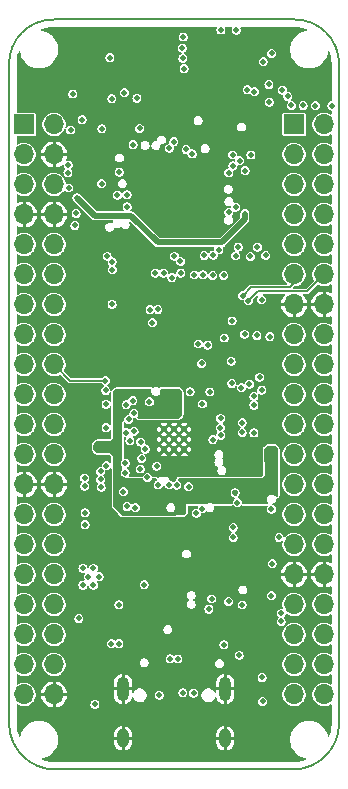
<source format=gbr>
%TF.GenerationSoftware,KiCad,Pcbnew,9.0.2*%
%TF.CreationDate,2025-05-14T22:05:17+05:30*%
%TF.ProjectId,pico2-ice,7069636f-322d-4696-9365-2e6b69636164,REV2*%
%TF.SameCoordinates,Original*%
%TF.FileFunction,Copper,L2,Inr*%
%TF.FilePolarity,Positive*%
%FSLAX46Y46*%
G04 Gerber Fmt 4.6, Leading zero omitted, Abs format (unit mm)*
G04 Created by KiCad (PCBNEW 9.0.2) date 2025-05-14 22:05:17*
%MOMM*%
%LPD*%
G01*
G04 APERTURE LIST*
%TA.AperFunction,ComponentPad*%
%ADD10O,1.000000X2.100000*%
%TD*%
%TA.AperFunction,ComponentPad*%
%ADD11O,1.000000X1.600000*%
%TD*%
%TA.AperFunction,ComponentPad*%
%ADD12R,1.700000X1.700000*%
%TD*%
%TA.AperFunction,ComponentPad*%
%ADD13O,1.700000X1.700000*%
%TD*%
%TA.AperFunction,HeatsinkPad*%
%ADD14C,0.600000*%
%TD*%
%TA.AperFunction,ViaPad*%
%ADD15C,0.508000*%
%TD*%
%TA.AperFunction,Conductor*%
%ADD16C,0.508000*%
%TD*%
%TA.AperFunction,Conductor*%
%ADD17C,0.152400*%
%TD*%
%TA.AperFunction,Profile*%
%ADD18C,0.127000*%
%TD*%
G04 APERTURE END LIST*
D10*
X68070000Y-127807000D03*
D11*
X68070000Y-131987000D03*
D10*
X76710000Y-127807000D03*
D11*
X76710000Y-131987000D03*
D12*
X82550000Y-80010000D03*
D13*
X85090000Y-80010000D03*
X82550000Y-82550000D03*
X85090000Y-82550000D03*
X82550000Y-85090000D03*
X85090000Y-85090000D03*
X82550000Y-87630000D03*
X85090000Y-87630000D03*
X82550000Y-90170000D03*
X85090000Y-90170000D03*
X82550000Y-92710000D03*
X85090000Y-92710000D03*
X82550000Y-95250000D03*
X85090000Y-95250000D03*
X82550000Y-97790000D03*
X85090000Y-97790000D03*
X82550000Y-100330000D03*
X85090000Y-100330000D03*
X82550000Y-102870000D03*
X85090000Y-102870000D03*
X82550000Y-105410000D03*
X85090000Y-105410000D03*
X82550000Y-107950000D03*
X85090000Y-107950000D03*
X82550000Y-110490000D03*
X85090000Y-110490000D03*
X82550000Y-113030000D03*
X85090000Y-113030000D03*
X82550000Y-115570000D03*
X85090000Y-115570000D03*
X82550000Y-118110000D03*
X85090000Y-118110000D03*
X82550000Y-120650000D03*
X85090000Y-120650000D03*
X82550000Y-123190000D03*
X85090000Y-123190000D03*
X82550000Y-125730000D03*
X85090000Y-125730000D03*
X82550000Y-128270000D03*
X85090000Y-128270000D03*
D12*
X59690000Y-80010000D03*
D13*
X62230000Y-80010000D03*
X59690000Y-82550000D03*
X62230000Y-82550000D03*
X59690000Y-85090000D03*
X62230000Y-85090000D03*
X59690000Y-87630000D03*
X62230000Y-87630000D03*
X59690000Y-90170000D03*
X62230000Y-90170000D03*
X59690000Y-92710000D03*
X62230000Y-92710000D03*
X59690000Y-95250000D03*
X62230000Y-95250000D03*
X59690000Y-97790000D03*
X62230000Y-97790000D03*
X59690000Y-100330000D03*
X62230000Y-100330000D03*
X59690000Y-102870000D03*
X62230000Y-102870000D03*
X59690000Y-105410000D03*
X62230000Y-105410000D03*
X59690000Y-107950000D03*
X62230000Y-107950000D03*
X59690000Y-110490000D03*
X62230000Y-110490000D03*
X59690000Y-113030000D03*
X62230000Y-113030000D03*
X59690000Y-115570000D03*
X62230000Y-115570000D03*
X59690000Y-118110000D03*
X62230000Y-118110000D03*
X59690000Y-120650000D03*
X62230000Y-120650000D03*
X59690000Y-123190000D03*
X62230000Y-123190000D03*
X59690000Y-125730000D03*
X62230000Y-125730000D03*
X59690000Y-128270000D03*
X62230000Y-128270000D03*
D14*
X73240000Y-105830000D03*
X72390000Y-105830000D03*
X71540000Y-105830000D03*
X73240000Y-106680000D03*
X72390000Y-106680000D03*
X71540000Y-106680000D03*
X73240000Y-107530000D03*
X72390000Y-107530000D03*
X71540000Y-107530000D03*
D15*
X72070118Y-87079271D03*
X75041918Y-88400071D03*
X72070118Y-86037871D03*
X80121918Y-106154671D03*
X73441718Y-84386871D03*
X70800118Y-74582471D03*
X72120918Y-84437671D03*
X73456447Y-79677553D03*
X77556518Y-133231071D03*
X64267118Y-84867071D03*
X73162318Y-95537471D03*
X65923318Y-81923071D03*
X77555718Y-111189071D03*
X84973318Y-75979471D03*
X79080518Y-84107471D03*
X66869063Y-111774016D03*
X75041918Y-87089071D03*
X71003318Y-86164871D03*
X77785118Y-112682471D03*
X60944918Y-129675071D03*
X74635518Y-95410471D03*
X79613918Y-124214071D03*
X76134118Y-95410471D03*
X70596918Y-84437671D03*
X59725718Y-77655871D03*
X74559318Y-102649471D03*
X68834863Y-96268216D03*
X66609118Y-104706871D03*
X76388118Y-82634271D03*
X70927118Y-100289071D03*
X72095518Y-114892271D03*
X73517918Y-88400071D03*
X67040918Y-132773871D03*
X74273008Y-114555161D03*
X73467118Y-86063271D03*
X63455718Y-124689071D03*
X71384318Y-84996471D03*
X79588518Y-122664671D03*
X74432318Y-84691671D03*
X74838718Y-75623871D03*
X63255718Y-72289071D03*
X82738118Y-77249471D03*
X78267718Y-82507271D03*
X62773718Y-130894271D03*
X70455718Y-118689071D03*
X71765318Y-88400071D03*
X80121918Y-103817871D03*
X66455718Y-121689071D03*
X79359918Y-72245671D03*
X66507518Y-86774471D03*
X66155718Y-112689071D03*
X67255718Y-100896871D03*
X73955718Y-104089071D03*
X78420118Y-107780271D03*
X78739918Y-90189071D03*
X71638318Y-95512071D03*
X67255718Y-125689071D03*
X68539518Y-80348271D03*
X78826518Y-127389071D03*
X69112140Y-90559071D03*
X81976118Y-133485071D03*
X65135918Y-118295871D03*
X64678718Y-117584671D03*
X78369318Y-97772671D03*
X78896664Y-82594767D03*
X76598518Y-92789071D03*
X66050318Y-118295871D03*
X65567718Y-119007071D03*
X68336318Y-106103871D03*
X64678718Y-119007071D03*
X68260118Y-109507471D03*
X67142518Y-95232671D03*
X77912118Y-124950671D03*
X79156718Y-106129271D03*
X79410718Y-97874271D03*
X80629918Y-112580871D03*
X79156718Y-103767071D03*
X68336318Y-103741671D03*
X77404118Y-114968471D03*
X65567718Y-117584671D03*
X64323118Y-121826471D03*
X74719120Y-100240648D03*
X77404118Y-114130271D03*
X68412518Y-112352271D03*
X80858518Y-107653271D03*
X72882918Y-112453871D03*
X66380518Y-107280000D03*
X72578118Y-102649471D03*
X80629918Y-119896071D03*
X79842518Y-126830271D03*
X67726718Y-120683471D03*
X75676918Y-106688071D03*
X75575318Y-120175471D03*
X75346718Y-121039071D03*
X76337318Y-106332471D03*
X76616718Y-124061671D03*
X78166118Y-106078471D03*
X77010418Y-120391371D03*
X78166118Y-120683471D03*
X76311918Y-105672071D03*
X78166118Y-105265671D03*
X72065515Y-125255471D03*
X73136918Y-128125671D03*
X72714485Y-125255471D03*
X78394718Y-87561871D03*
X64170718Y-86215671D03*
X64094518Y-87536471D03*
X73086118Y-73541071D03*
X68253060Y-108677334D03*
X77606231Y-91138196D03*
X66583718Y-101709671D03*
X77226318Y-100058671D03*
X69479318Y-80348271D03*
X68183918Y-77325671D03*
X74838718Y-92743471D03*
X73136918Y-74404671D03*
X77759718Y-112022071D03*
X67726718Y-123960071D03*
X67091718Y-123960071D03*
X66278918Y-80373671D03*
X63408718Y-84082071D03*
X73238518Y-75279703D03*
X63637318Y-80475271D03*
X84363718Y-78417871D03*
X82331718Y-78392471D03*
X63992918Y-88552471D03*
X64602518Y-79611671D03*
X79805718Y-94839071D03*
X77378718Y-83523271D03*
X85760718Y-78417871D03*
X77658118Y-72017071D03*
X77353318Y-82583471D03*
X63815118Y-77427271D03*
X83322318Y-78392471D03*
X79944118Y-74684071D03*
X73162318Y-72601271D03*
X74102118Y-92743471D03*
X75422918Y-102649471D03*
X67117118Y-77833671D03*
X78400508Y-83910061D03*
X70555718Y-96789071D03*
X66177318Y-110066271D03*
X77937518Y-83066071D03*
X73921718Y-82510712D03*
X69019118Y-105989071D03*
X78200283Y-94502188D03*
X66634518Y-103690871D03*
X72374918Y-81465871D03*
X71511318Y-92591071D03*
X72959118Y-92591071D03*
X68996718Y-104478272D03*
X77023118Y-84107471D03*
X68539518Y-104986271D03*
X72197118Y-92972071D03*
X70298518Y-103489071D03*
X78686712Y-94931440D03*
X73416318Y-82126271D03*
X70800118Y-92589071D03*
X66634518Y-105672071D03*
X71987008Y-82017761D03*
X69655718Y-108289071D03*
X69530118Y-109177271D03*
X68107245Y-111107671D03*
X69123718Y-112453871D03*
X69955718Y-107489071D03*
X70927118Y-108948671D03*
X70132800Y-109888471D03*
X71047200Y-110523471D03*
X68412518Y-86991071D03*
X66253518Y-85021871D03*
X64824208Y-109932361D03*
X63459518Y-85377471D03*
X66659918Y-108897871D03*
X67746328Y-84037061D03*
X63434118Y-83447071D03*
X66177318Y-109380471D03*
X64831118Y-110625071D03*
X77607318Y-87003071D03*
X77023118Y-87460271D03*
X77825518Y-90389071D03*
X76167908Y-90635271D03*
X74940318Y-91092471D03*
X67157990Y-91643277D03*
X72933718Y-91600471D03*
X72425718Y-91168671D03*
X66736118Y-91168671D03*
X71130318Y-128328871D03*
X74051318Y-128151071D03*
X74787918Y-103665471D03*
X73619518Y-110675871D03*
X69860318Y-118981671D03*
X82026918Y-77630471D03*
X79156718Y-103030471D03*
X80452118Y-78113071D03*
X80502918Y-97975872D03*
X79817118Y-102497071D03*
X81569718Y-77097071D03*
X80706118Y-117203671D03*
X76362718Y-72009000D03*
X68412518Y-85961671D03*
X66228118Y-110726671D03*
X78855718Y-91189071D03*
X79193328Y-77226681D03*
X79455718Y-90389071D03*
X78577536Y-77071670D03*
X80136718Y-91089071D03*
X80426718Y-76614471D03*
X65694718Y-129090871D03*
X79893318Y-128862271D03*
X69250718Y-77782871D03*
X68917118Y-81723271D03*
X75702318Y-91067071D03*
X67167918Y-92311671D03*
X78089918Y-102293871D03*
X64855718Y-112889071D03*
X68655718Y-106789071D03*
X77305718Y-96639071D03*
X66964718Y-74353871D03*
X76642118Y-98089071D03*
X77277118Y-101938271D03*
X64855718Y-113889071D03*
X69555718Y-106889071D03*
X72628370Y-110549907D03*
X80655718Y-73989071D03*
X71993918Y-110523471D03*
X79639318Y-101404871D03*
X74279918Y-112911071D03*
X81468118Y-122080471D03*
X81468118Y-121394671D03*
X74792362Y-112528878D03*
X70355718Y-95689071D03*
X74455718Y-98589071D03*
X75255718Y-98689071D03*
X71021578Y-95663258D03*
X76337318Y-104884671D03*
X66609118Y-102522471D03*
X78775718Y-101989071D03*
X73746518Y-102649471D03*
X81290318Y-114968471D03*
X68895118Y-103389071D03*
X67599718Y-85987071D03*
X75651518Y-92794271D03*
D16*
X65694718Y-87739671D02*
X68742718Y-87739671D01*
X78394718Y-88044471D02*
X78394718Y-87561871D01*
X71003318Y-90000271D02*
X76438918Y-90000271D01*
X76438918Y-90000271D02*
X78394718Y-88044471D01*
X64170718Y-86215671D02*
X65694718Y-87739671D01*
X68742718Y-87739671D02*
X71003318Y-90000271D01*
D17*
X63609671Y-101709671D02*
X62230000Y-100330000D01*
X66583718Y-101709671D02*
X63609671Y-101709671D01*
X78892200Y-93810271D02*
X78200283Y-94502188D01*
X82550000Y-93464989D02*
X82550000Y-92710000D01*
X80782318Y-93810271D02*
X79588518Y-93810271D01*
X80782318Y-93810271D02*
X82204718Y-93810271D01*
X79588518Y-93810271D02*
X78892200Y-93810271D01*
X82204718Y-93810271D02*
X82550000Y-93464989D01*
X79477681Y-94140471D02*
X78686712Y-94931440D01*
X81468118Y-94140471D02*
X83659529Y-94140471D01*
X79791718Y-94140471D02*
X79477681Y-94140471D01*
X81468118Y-94140471D02*
X79791718Y-94140471D01*
X83659529Y-94140471D02*
X85090000Y-92710000D01*
%TA.AperFunction,Conductor*%
G36*
X70427453Y-102389756D02*
G01*
X70473208Y-102442560D01*
X70483152Y-102511718D01*
X70480191Y-102526152D01*
X70474218Y-102548446D01*
X70474218Y-102648896D01*
X70500217Y-102745925D01*
X70550442Y-102832918D01*
X70621471Y-102903947D01*
X70708464Y-102954172D01*
X70805493Y-102980171D01*
X70805496Y-102980171D01*
X70905940Y-102980171D01*
X70905943Y-102980171D01*
X71002972Y-102954172D01*
X71089965Y-102903947D01*
X71160994Y-102832918D01*
X71211219Y-102745925D01*
X71237218Y-102648896D01*
X71237218Y-102548446D01*
X71231247Y-102526162D01*
X71232910Y-102456315D01*
X71272072Y-102398453D01*
X71336300Y-102370948D01*
X71351022Y-102370071D01*
X72755356Y-102370071D01*
X72822395Y-102389756D01*
X72843037Y-102406390D01*
X73024399Y-102587752D01*
X73057884Y-102649075D01*
X73060718Y-102675433D01*
X73060718Y-104604709D01*
X73041033Y-104671748D01*
X73024399Y-104692390D01*
X72843037Y-104873752D01*
X72781714Y-104907237D01*
X72755356Y-104910071D01*
X69401854Y-104910071D01*
X69334815Y-104890386D01*
X69289060Y-104837582D01*
X69279116Y-104768424D01*
X69299353Y-104720379D01*
X69297930Y-104719558D01*
X69313615Y-104692390D01*
X69352219Y-104625526D01*
X69378218Y-104528497D01*
X69378218Y-104428047D01*
X69352219Y-104331018D01*
X69301994Y-104244025D01*
X69230965Y-104172996D01*
X69143972Y-104122771D01*
X69143973Y-104122771D01*
X69119714Y-104116271D01*
X69046943Y-104096772D01*
X68946493Y-104096772D01*
X68888275Y-104112371D01*
X68849462Y-104122771D01*
X68849459Y-104122773D01*
X68811253Y-104144831D01*
X68778866Y-104152687D01*
X68746662Y-104161416D01*
X68745022Y-104160897D01*
X68743353Y-104161302D01*
X68711845Y-104150396D01*
X68699870Y-104146606D01*
X68705539Y-104205965D01*
X68691168Y-104244498D01*
X68641217Y-104331016D01*
X68628217Y-104379532D01*
X68615218Y-104428047D01*
X68615218Y-104428049D01*
X68615218Y-104480771D01*
X68595533Y-104547810D01*
X68542729Y-104593565D01*
X68497317Y-104603443D01*
X68497353Y-104603710D01*
X68494166Y-104604129D01*
X68491218Y-104604771D01*
X68489293Y-104604771D01*
X68416521Y-104624270D01*
X68392263Y-104630770D01*
X68305272Y-104680994D01*
X68305269Y-104680996D01*
X68234243Y-104752022D01*
X68234241Y-104752025D01*
X68184017Y-104839016D01*
X68158017Y-104936049D01*
X68156957Y-104944106D01*
X68155519Y-104943916D01*
X68138333Y-105002448D01*
X68121699Y-105023090D01*
X67980718Y-105164070D01*
X67980718Y-105940660D01*
X67976493Y-105972753D01*
X67954818Y-106053646D01*
X67954818Y-106154095D01*
X67976493Y-106234987D01*
X67980718Y-106267080D01*
X67980718Y-108358791D01*
X67961033Y-108425830D01*
X67952476Y-108436447D01*
X67952730Y-108436642D01*
X67947783Y-108443088D01*
X67897559Y-108530079D01*
X67897559Y-108530080D01*
X67871560Y-108627109D01*
X67871560Y-108727559D01*
X67897559Y-108824588D01*
X67947784Y-108911581D01*
X67947786Y-108911583D01*
X67952730Y-108918026D01*
X67950641Y-108919628D01*
X67959102Y-108935123D01*
X67975695Y-108960942D01*
X67976586Y-108967142D01*
X67977884Y-108969519D01*
X67980718Y-108995877D01*
X67980718Y-109197409D01*
X67961033Y-109264448D01*
X67955095Y-109272894D01*
X67954842Y-109273222D01*
X67904617Y-109360216D01*
X67904617Y-109360217D01*
X67878618Y-109457246D01*
X67878618Y-109557696D01*
X67904617Y-109654725D01*
X67954842Y-109741718D01*
X68025871Y-109812747D01*
X68112864Y-109862972D01*
X68209893Y-109888971D01*
X68209906Y-109888971D01*
X68215606Y-109889722D01*
X68274801Y-109914202D01*
X68334716Y-109960070D01*
X68334717Y-109960071D01*
X69663108Y-109960071D01*
X69730147Y-109979756D01*
X69772776Y-110028952D01*
X69773236Y-110028687D01*
X69774613Y-110031073D01*
X69775902Y-110032560D01*
X69777219Y-110035587D01*
X69777299Y-110035725D01*
X69827524Y-110122718D01*
X69898553Y-110193747D01*
X69985546Y-110243972D01*
X70082575Y-110269971D01*
X70082578Y-110269971D01*
X70183022Y-110269971D01*
X70183025Y-110269971D01*
X70280054Y-110243972D01*
X70367047Y-110193747D01*
X70438076Y-110122718D01*
X70488301Y-110035725D01*
X70488301Y-110035723D01*
X70492364Y-110028687D01*
X70493700Y-110029458D01*
X70500473Y-110021054D01*
X70508779Y-110002868D01*
X70521949Y-109994403D01*
X70531772Y-109982215D01*
X70550739Y-109975902D01*
X70567557Y-109965094D01*
X70595117Y-109961131D01*
X70598066Y-109960150D01*
X70602492Y-109960071D01*
X70797263Y-109960071D01*
X70864302Y-109979756D01*
X70910057Y-110032560D01*
X70920001Y-110101718D01*
X70890976Y-110165274D01*
X70859262Y-110191459D01*
X70812954Y-110218194D01*
X70812951Y-110218196D01*
X70741925Y-110289222D01*
X70741923Y-110289225D01*
X70691699Y-110376216D01*
X70689687Y-110383724D01*
X70665700Y-110473246D01*
X70665700Y-110573696D01*
X70691699Y-110670725D01*
X70741924Y-110757718D01*
X70812953Y-110828747D01*
X70899946Y-110878972D01*
X70996975Y-110904971D01*
X70996978Y-110904971D01*
X71097422Y-110904971D01*
X71097425Y-110904971D01*
X71194454Y-110878972D01*
X71281447Y-110828747D01*
X71352476Y-110757718D01*
X71402701Y-110670725D01*
X71402702Y-110670718D01*
X71405810Y-110663218D01*
X71408932Y-110664511D01*
X71437146Y-110618220D01*
X71499991Y-110587689D01*
X71569367Y-110595981D01*
X71623247Y-110640464D01*
X71633903Y-110663799D01*
X71635308Y-110663218D01*
X71638417Y-110670725D01*
X71688642Y-110757718D01*
X71759671Y-110828747D01*
X71846664Y-110878972D01*
X71943693Y-110904971D01*
X71943696Y-110904971D01*
X72044140Y-110904971D01*
X72044143Y-110904971D01*
X72141172Y-110878972D01*
X72228165Y-110828747D01*
X72228167Y-110828744D01*
X72234217Y-110825252D01*
X72302117Y-110808779D01*
X72368144Y-110831631D01*
X72383898Y-110844958D01*
X72394123Y-110855183D01*
X72481116Y-110905408D01*
X72578145Y-110931407D01*
X72578148Y-110931407D01*
X72678592Y-110931407D01*
X72678595Y-110931407D01*
X72775624Y-110905408D01*
X72862617Y-110855183D01*
X72933646Y-110784154D01*
X72983871Y-110697161D01*
X73003034Y-110625646D01*
X73238018Y-110625646D01*
X73238018Y-110726096D01*
X73264017Y-110823125D01*
X73314242Y-110910118D01*
X73385271Y-110981147D01*
X73472264Y-111031372D01*
X73569293Y-111057371D01*
X73569296Y-111057371D01*
X73669740Y-111057371D01*
X73669743Y-111057371D01*
X73766772Y-111031372D01*
X73853765Y-110981147D01*
X73924794Y-110910118D01*
X73975019Y-110823125D01*
X74001018Y-110726096D01*
X74001018Y-110625646D01*
X73975019Y-110528617D01*
X73924794Y-110441624D01*
X73853765Y-110370595D01*
X73766772Y-110320370D01*
X73766773Y-110320370D01*
X73742514Y-110313870D01*
X73669743Y-110294371D01*
X73569293Y-110294371D01*
X73496521Y-110313870D01*
X73472263Y-110320370D01*
X73385272Y-110370594D01*
X73385269Y-110370596D01*
X73314243Y-110441622D01*
X73314241Y-110441625D01*
X73264017Y-110528616D01*
X73264017Y-110528617D01*
X73238018Y-110625646D01*
X73003034Y-110625646D01*
X73009870Y-110600132D01*
X73009870Y-110499682D01*
X72983871Y-110402653D01*
X72933646Y-110315660D01*
X72862617Y-110244631D01*
X72775624Y-110194406D01*
X72775622Y-110194405D01*
X72770519Y-110191459D01*
X72722303Y-110140892D01*
X72709079Y-110072285D01*
X72735047Y-110007420D01*
X72791961Y-109966891D01*
X72832518Y-109960071D01*
X79891717Y-109960071D01*
X79891718Y-109960071D01*
X80055718Y-109689071D01*
X80045948Y-107501754D01*
X80065333Y-107434630D01*
X80082261Y-107413527D01*
X80263399Y-107232390D01*
X80324722Y-107198905D01*
X80351080Y-107196071D01*
X80883356Y-107196071D01*
X80950395Y-107215756D01*
X80971037Y-107232390D01*
X81152399Y-107413752D01*
X81185884Y-107475075D01*
X81188718Y-107501433D01*
X81188718Y-111415371D01*
X81169033Y-111482410D01*
X81116229Y-111528165D01*
X81047071Y-111538109D01*
X80983515Y-111509084D01*
X80966631Y-111488640D01*
X80965544Y-111489475D01*
X80960595Y-111483026D01*
X80960594Y-111483024D01*
X80889565Y-111411995D01*
X80802572Y-111361770D01*
X80802573Y-111361770D01*
X80778314Y-111355270D01*
X80705543Y-111335771D01*
X80605093Y-111335771D01*
X80532321Y-111355270D01*
X80508063Y-111361770D01*
X80421072Y-111411994D01*
X80421069Y-111411996D01*
X80350043Y-111483022D01*
X80350041Y-111483025D01*
X80299817Y-111570016D01*
X80295409Y-111586469D01*
X80273818Y-111667046D01*
X80273818Y-111767496D01*
X80289023Y-111824241D01*
X80299817Y-111864525D01*
X80354106Y-111958557D01*
X80352405Y-111959539D01*
X80373752Y-112014745D01*
X80359719Y-112083191D01*
X80310909Y-112133184D01*
X80250183Y-112149071D01*
X78265218Y-112149071D01*
X78198179Y-112129386D01*
X78152424Y-112076582D01*
X78141218Y-112025071D01*
X78141218Y-111971848D01*
X78141218Y-111971846D01*
X78115219Y-111874817D01*
X78064994Y-111787824D01*
X77993965Y-111716795D01*
X77906972Y-111666570D01*
X77906967Y-111666568D01*
X77886317Y-111661035D01*
X77826657Y-111624670D01*
X77796129Y-111561822D01*
X77804424Y-111492447D01*
X77830729Y-111453582D01*
X77860994Y-111423318D01*
X77911219Y-111336325D01*
X77937218Y-111239296D01*
X77937218Y-111138846D01*
X77911219Y-111041817D01*
X77860994Y-110954824D01*
X77789965Y-110883795D01*
X77702972Y-110833570D01*
X77702973Y-110833570D01*
X77671929Y-110825252D01*
X77605943Y-110807571D01*
X77505493Y-110807571D01*
X77439507Y-110825252D01*
X77408463Y-110833570D01*
X77321472Y-110883794D01*
X77321469Y-110883796D01*
X77250443Y-110954822D01*
X77250441Y-110954825D01*
X77200217Y-111041816D01*
X77200217Y-111041817D01*
X77174218Y-111138846D01*
X77174218Y-111239296D01*
X77200217Y-111336325D01*
X77250442Y-111423318D01*
X77321471Y-111494347D01*
X77408464Y-111544572D01*
X77429116Y-111550105D01*
X77488776Y-111586469D01*
X77519306Y-111649316D01*
X77511012Y-111718691D01*
X77484705Y-111757560D01*
X77454443Y-111787822D01*
X77454441Y-111787825D01*
X77404217Y-111874816D01*
X77404217Y-111874817D01*
X77378218Y-111971846D01*
X77378218Y-111971848D01*
X77378218Y-112025071D01*
X77358533Y-112092110D01*
X77305729Y-112137865D01*
X77254218Y-112149071D01*
X75691215Y-112149071D01*
X75629216Y-112132458D01*
X75570178Y-112098373D01*
X75570173Y-112098370D01*
X75545914Y-112091870D01*
X75473143Y-112072371D01*
X75372693Y-112072371D01*
X75314475Y-112087970D01*
X75275662Y-112098370D01*
X75275657Y-112098373D01*
X75216620Y-112132458D01*
X75154621Y-112149071D01*
X74848905Y-112149071D01*
X74842587Y-112147378D01*
X74742137Y-112147378D01*
X74735819Y-112149071D01*
X73441718Y-112149071D01*
X73414718Y-112376068D01*
X73414718Y-112845786D01*
X73407987Y-112868707D01*
X73405591Y-112892480D01*
X73396378Y-112908243D01*
X73395033Y-112912825D01*
X73387782Y-112922952D01*
X73292951Y-113042237D01*
X73235824Y-113082464D01*
X73195887Y-113089071D01*
X72555718Y-113089071D01*
X72555717Y-113089071D01*
X72547069Y-113094416D01*
X72512405Y-113131683D01*
X72449082Y-113149071D01*
X68033801Y-113149071D01*
X67966762Y-113129386D01*
X67944078Y-113110662D01*
X67289568Y-112424555D01*
X67276379Y-112398988D01*
X67260618Y-112374920D01*
X67259213Y-112365709D01*
X67257537Y-112362460D01*
X67255296Y-112340029D01*
X67254970Y-112302046D01*
X68031018Y-112302046D01*
X68031018Y-112402496D01*
X68057017Y-112499525D01*
X68107242Y-112586518D01*
X68178271Y-112657547D01*
X68265264Y-112707772D01*
X68362293Y-112733771D01*
X68362296Y-112733771D01*
X68462740Y-112733771D01*
X68462743Y-112733771D01*
X68559772Y-112707772D01*
X68646765Y-112657547D01*
X68646765Y-112657546D01*
X68653804Y-112653483D01*
X68655356Y-112656172D01*
X68706784Y-112636259D01*
X68775236Y-112650262D01*
X68815543Y-112684339D01*
X68818440Y-112688115D01*
X68818442Y-112688118D01*
X68889471Y-112759147D01*
X68976464Y-112809372D01*
X69073493Y-112835371D01*
X69073496Y-112835371D01*
X69173940Y-112835371D01*
X69173943Y-112835371D01*
X69270972Y-112809372D01*
X69357965Y-112759147D01*
X69428994Y-112688118D01*
X69479219Y-112601125D01*
X69505218Y-112504096D01*
X69505218Y-112403646D01*
X71739418Y-112403646D01*
X71739418Y-112504096D01*
X71765417Y-112601125D01*
X71815642Y-112688118D01*
X71886671Y-112759147D01*
X71973664Y-112809372D01*
X72070693Y-112835371D01*
X72070696Y-112835371D01*
X72171140Y-112835371D01*
X72171143Y-112835371D01*
X72268172Y-112809372D01*
X72355165Y-112759147D01*
X72426194Y-112688118D01*
X72476419Y-112601125D01*
X72502418Y-112504096D01*
X72502418Y-112403646D01*
X72476419Y-112306617D01*
X72426194Y-112219624D01*
X72355165Y-112148595D01*
X72268172Y-112098370D01*
X72268173Y-112098370D01*
X72243914Y-112091870D01*
X72171143Y-112072371D01*
X72070693Y-112072371D01*
X71997921Y-112091870D01*
X71973663Y-112098370D01*
X71886672Y-112148594D01*
X71886669Y-112148596D01*
X71815643Y-112219622D01*
X71815641Y-112219625D01*
X71765417Y-112306616D01*
X71765417Y-112306617D01*
X71739418Y-112403646D01*
X69505218Y-112403646D01*
X69479219Y-112306617D01*
X69428994Y-112219624D01*
X69357965Y-112148595D01*
X69270972Y-112098370D01*
X69270973Y-112098370D01*
X69246714Y-112091870D01*
X69173943Y-112072371D01*
X69073493Y-112072371D01*
X69000721Y-112091870D01*
X68976463Y-112098370D01*
X68882432Y-112152659D01*
X68880887Y-112149983D01*
X68829350Y-112169890D01*
X68760909Y-112155832D01*
X68720691Y-112121801D01*
X68717797Y-112118030D01*
X68717794Y-112118024D01*
X68646765Y-112046995D01*
X68559772Y-111996770D01*
X68559773Y-111996770D01*
X68535514Y-111990270D01*
X68462743Y-111970771D01*
X68362293Y-111970771D01*
X68289521Y-111990270D01*
X68265263Y-111996770D01*
X68178272Y-112046994D01*
X68178269Y-112046996D01*
X68107243Y-112118022D01*
X68107241Y-112118025D01*
X68057017Y-112205016D01*
X68053103Y-112219624D01*
X68031018Y-112302046D01*
X67254970Y-112302046D01*
X67254909Y-112294984D01*
X67253485Y-112129386D01*
X67250568Y-111790000D01*
X67250563Y-111788934D01*
X67250563Y-111721195D01*
X67249894Y-111711626D01*
X67244270Y-111057446D01*
X67725745Y-111057446D01*
X67725745Y-111157896D01*
X67751744Y-111254925D01*
X67801969Y-111341918D01*
X67872998Y-111412947D01*
X67959991Y-111463172D01*
X68057020Y-111489171D01*
X68057023Y-111489171D01*
X68157467Y-111489171D01*
X68157470Y-111489171D01*
X68254499Y-111463172D01*
X68341492Y-111412947D01*
X68412521Y-111341918D01*
X68462746Y-111254925D01*
X68488745Y-111157896D01*
X68488745Y-111057446D01*
X68462746Y-110960417D01*
X68412521Y-110873424D01*
X68341492Y-110802395D01*
X68254499Y-110752170D01*
X68254500Y-110752170D01*
X68230241Y-110745670D01*
X68157470Y-110726171D01*
X68057020Y-110726171D01*
X67984248Y-110745670D01*
X67959990Y-110752170D01*
X67872999Y-110802394D01*
X67872996Y-110802396D01*
X67801970Y-110873422D01*
X67801968Y-110873425D01*
X67751744Y-110960416D01*
X67746343Y-110980572D01*
X67725745Y-111057446D01*
X67244270Y-111057446D01*
X67218718Y-108085071D01*
X66964718Y-107831071D01*
X65873080Y-107831071D01*
X65806041Y-107811386D01*
X65785399Y-107794752D01*
X65604037Y-107613390D01*
X65570552Y-107552067D01*
X65567718Y-107525709D01*
X65567718Y-107120433D01*
X65587403Y-107053394D01*
X65604037Y-107032752D01*
X65785399Y-106851390D01*
X65846722Y-106817905D01*
X65873080Y-106815071D01*
X66964718Y-106815071D01*
X67218718Y-106561071D01*
X67218718Y-103691446D01*
X67954818Y-103691446D01*
X67954818Y-103791896D01*
X67980817Y-103888925D01*
X68031042Y-103975918D01*
X68102071Y-104046947D01*
X68189064Y-104097172D01*
X68286093Y-104123171D01*
X68286096Y-104123171D01*
X68386540Y-104123171D01*
X68386543Y-104123171D01*
X68483572Y-104097172D01*
X68521783Y-104075111D01*
X68589679Y-104058639D01*
X68633198Y-104073701D01*
X68630967Y-104050336D01*
X68626913Y-104017233D01*
X68627618Y-104015260D01*
X68627496Y-104013974D01*
X68637563Y-103983584D01*
X68640948Y-103976563D01*
X68641594Y-103975918D01*
X68691819Y-103888925D01*
X68702586Y-103848738D01*
X68707650Y-103838239D01*
X68723571Y-103820622D01*
X68735930Y-103800346D01*
X68746568Y-103795177D01*
X68754499Y-103786403D01*
X68777418Y-103780190D01*
X68798777Y-103769815D01*
X68813162Y-103770502D01*
X68821935Y-103768125D01*
X68832346Y-103771420D01*
X68836558Y-103771621D01*
X68836837Y-103769510D01*
X68844891Y-103770570D01*
X68844893Y-103770571D01*
X68844895Y-103770571D01*
X68945340Y-103770571D01*
X68945343Y-103770571D01*
X69042372Y-103744572D01*
X69129365Y-103694347D01*
X69200394Y-103623318D01*
X69250619Y-103536325D01*
X69276618Y-103439296D01*
X69276618Y-103438846D01*
X69917018Y-103438846D01*
X69917018Y-103539296D01*
X69943017Y-103636325D01*
X69993242Y-103723318D01*
X70064271Y-103794347D01*
X70151264Y-103844572D01*
X70248293Y-103870571D01*
X70248296Y-103870571D01*
X70348740Y-103870571D01*
X70348743Y-103870571D01*
X70445772Y-103844572D01*
X70532765Y-103794347D01*
X70603794Y-103723318D01*
X70654019Y-103636325D01*
X70680018Y-103539296D01*
X70680018Y-103438846D01*
X70654019Y-103341817D01*
X70603794Y-103254824D01*
X70532765Y-103183795D01*
X70445772Y-103133570D01*
X70445773Y-103133570D01*
X70421514Y-103127070D01*
X70348743Y-103107571D01*
X70248293Y-103107571D01*
X70175521Y-103127070D01*
X70151263Y-103133570D01*
X70064272Y-103183794D01*
X70064269Y-103183796D01*
X69993243Y-103254822D01*
X69993241Y-103254825D01*
X69943017Y-103341816D01*
X69937897Y-103360926D01*
X69917018Y-103438846D01*
X69276618Y-103438846D01*
X69276618Y-103338846D01*
X69250619Y-103241817D01*
X69200394Y-103154824D01*
X69129365Y-103083795D01*
X69042372Y-103033570D01*
X69042373Y-103033570D01*
X69018114Y-103027070D01*
X68945343Y-103007571D01*
X68844893Y-103007571D01*
X68772121Y-103027070D01*
X68747863Y-103033570D01*
X68660872Y-103083794D01*
X68660869Y-103083796D01*
X68589843Y-103154822D01*
X68589841Y-103154825D01*
X68539617Y-103241816D01*
X68539615Y-103241821D01*
X68531867Y-103270738D01*
X68495502Y-103330398D01*
X68432654Y-103360926D01*
X68394875Y-103359129D01*
X68394599Y-103361232D01*
X68386544Y-103360171D01*
X68386543Y-103360171D01*
X68286093Y-103360171D01*
X68213321Y-103379670D01*
X68189063Y-103386170D01*
X68102072Y-103436394D01*
X68102069Y-103436396D01*
X68031043Y-103507422D01*
X68031041Y-103507425D01*
X67980817Y-103594416D01*
X67980817Y-103594417D01*
X67954818Y-103691446D01*
X67218718Y-103691446D01*
X67218718Y-102675433D01*
X67238403Y-102608394D01*
X67255037Y-102587752D01*
X67436399Y-102406390D01*
X67497722Y-102372905D01*
X67524080Y-102370071D01*
X70360414Y-102370071D01*
X70427453Y-102389756D01*
G37*
%TD.AperFunction*%
%TA.AperFunction,Conductor*%
G36*
X77598062Y-110942633D02*
G01*
X77642264Y-110954476D01*
X77660397Y-110961987D01*
X77700036Y-110984873D01*
X77715609Y-110996823D01*
X77747964Y-111029178D01*
X77759915Y-111044753D01*
X77782799Y-111084390D01*
X77790311Y-111102523D01*
X77790311Y-111102524D01*
X77802155Y-111146723D01*
X77804718Y-111166188D01*
X77804718Y-111211952D01*
X77802155Y-111231417D01*
X77790310Y-111275618D01*
X77782799Y-111293752D01*
X77759917Y-111333386D01*
X77747968Y-111348959D01*
X77737043Y-111359883D01*
X77726346Y-111372839D01*
X77721000Y-111379314D01*
X77694695Y-111418179D01*
X77694694Y-111418181D01*
X77694693Y-111418183D01*
X77694692Y-111418184D01*
X77683378Y-111448518D01*
X77650001Y-111487659D01*
X77599273Y-111496188D01*
X77575537Y-111487487D01*
X77565249Y-111481593D01*
X77557737Y-111473329D01*
X77498077Y-111436965D01*
X77463406Y-111422119D01*
X77459712Y-111421129D01*
X77452320Y-111416894D01*
X77452284Y-111416852D01*
X77452110Y-111416772D01*
X77411395Y-111393265D01*
X77395825Y-111381317D01*
X77363470Y-111348962D01*
X77351521Y-111333391D01*
X77328635Y-111293751D01*
X77321124Y-111275617D01*
X77309280Y-111231413D01*
X77306718Y-111211950D01*
X77306718Y-111166190D01*
X77309280Y-111146728D01*
X77311415Y-111138757D01*
X77321125Y-111102518D01*
X77328635Y-111084388D01*
X77351519Y-111044751D01*
X77363466Y-111029181D01*
X77395829Y-110996817D01*
X77411394Y-110984874D01*
X77451034Y-110961988D01*
X77469167Y-110954478D01*
X77513375Y-110942633D01*
X77532837Y-110940071D01*
X77578600Y-110940071D01*
X77598062Y-110942633D01*
G37*
%TD.AperFunction*%
%TA.AperFunction,Conductor*%
G36*
X62292168Y-71756492D02*
G01*
X62296832Y-71755500D01*
X75938681Y-71755500D01*
X75987019Y-71773093D01*
X76012739Y-71817642D01*
X76008431Y-71856968D01*
X76008493Y-71856985D01*
X76008385Y-71857387D01*
X76008156Y-71859480D01*
X76007217Y-71861746D01*
X75981218Y-71958775D01*
X75981218Y-72059225D01*
X75990807Y-72095010D01*
X76007217Y-72156255D01*
X76057441Y-72243245D01*
X76057445Y-72243251D01*
X76128466Y-72314272D01*
X76128469Y-72314274D01*
X76128471Y-72314276D01*
X76215464Y-72364501D01*
X76312493Y-72390500D01*
X76312496Y-72390500D01*
X76412940Y-72390500D01*
X76412943Y-72390500D01*
X76509972Y-72364501D01*
X76596965Y-72314276D01*
X76667994Y-72243247D01*
X76718219Y-72156254D01*
X76744218Y-72059225D01*
X76744218Y-71958775D01*
X76718219Y-71861746D01*
X76718215Y-71861739D01*
X76717280Y-71859480D01*
X76717215Y-71858001D01*
X76716943Y-71856985D01*
X76717168Y-71856924D01*
X76715035Y-71808089D01*
X76746348Y-71767278D01*
X76786755Y-71755500D01*
X77238368Y-71755500D01*
X77286706Y-71773093D01*
X77312426Y-71817642D01*
X77304061Y-71865078D01*
X77304503Y-71865262D01*
X77303677Y-71867256D01*
X77303493Y-71868299D01*
X77302617Y-71869817D01*
X77276618Y-71966846D01*
X77276618Y-72067296D01*
X77284044Y-72095009D01*
X77302617Y-72164326D01*
X77352841Y-72251316D01*
X77352845Y-72251322D01*
X77423866Y-72322343D01*
X77423869Y-72322345D01*
X77423871Y-72322347D01*
X77510864Y-72372572D01*
X77607893Y-72398571D01*
X77607896Y-72398571D01*
X77708340Y-72398571D01*
X77708343Y-72398571D01*
X77805372Y-72372572D01*
X77892365Y-72322347D01*
X77963394Y-72251318D01*
X78013619Y-72164325D01*
X78039618Y-72067296D01*
X78039618Y-71966846D01*
X78013619Y-71869817D01*
X78012744Y-71868302D01*
X78012561Y-71867261D01*
X78011733Y-71865262D01*
X78012176Y-71865078D01*
X78003810Y-71817646D01*
X78029527Y-71773096D01*
X78077864Y-71755500D01*
X82483168Y-71755500D01*
X82487832Y-71756492D01*
X82554708Y-71755500D01*
X82559801Y-71755500D01*
X82562697Y-71755556D01*
X82887817Y-71768084D01*
X82895802Y-71768819D01*
X83217017Y-71815794D01*
X83224880Y-71817376D01*
X83539273Y-71898293D01*
X83546902Y-71900698D01*
X83613827Y-71925782D01*
X83652914Y-71959220D01*
X83661363Y-72009961D01*
X83635219Y-72054262D01*
X83599197Y-72070471D01*
X83444286Y-72095007D01*
X83444274Y-72095010D01*
X83204096Y-72173048D01*
X83204088Y-72173051D01*
X83204086Y-72173052D01*
X83204082Y-72173053D01*
X83204082Y-72173054D01*
X82979054Y-72287711D01*
X82774743Y-72436152D01*
X82774729Y-72436164D01*
X82596164Y-72614729D01*
X82596152Y-72614743D01*
X82447711Y-72819054D01*
X82333054Y-73044082D01*
X82333048Y-73044096D01*
X82255010Y-73284274D01*
X82255007Y-73284286D01*
X82215500Y-73533720D01*
X82215500Y-73786279D01*
X82255007Y-74035713D01*
X82255010Y-74035725D01*
X82332911Y-74275482D01*
X82333052Y-74275914D01*
X82398364Y-74404096D01*
X82447711Y-74500945D01*
X82596152Y-74705256D01*
X82596164Y-74705270D01*
X82774729Y-74883835D01*
X82774743Y-74883847D01*
X82979054Y-75032288D01*
X82979056Y-75032289D01*
X82979059Y-75032291D01*
X83204086Y-75146948D01*
X83444279Y-75224991D01*
X83693723Y-75264500D01*
X83693727Y-75264500D01*
X83946273Y-75264500D01*
X83946277Y-75264500D01*
X84195721Y-75224991D01*
X84435914Y-75146948D01*
X84660941Y-75032291D01*
X84865261Y-74883844D01*
X85043844Y-74705261D01*
X85192291Y-74500941D01*
X85306948Y-74275914D01*
X85384991Y-74035721D01*
X85409528Y-73880801D01*
X85412962Y-73874605D01*
X85412895Y-73867521D01*
X85425130Y-73852653D01*
X85434466Y-73835812D01*
X85441080Y-73833272D01*
X85445583Y-73827802D01*
X85464513Y-73824277D01*
X85482490Y-73817377D01*
X85489188Y-73819683D01*
X85496153Y-73818387D01*
X85512920Y-73827855D01*
X85531127Y-73834125D01*
X85536000Y-73840888D01*
X85540945Y-73843681D01*
X85554218Y-73866173D01*
X85579298Y-73933087D01*
X85581709Y-73940736D01*
X85662623Y-74255120D01*
X85664205Y-74262982D01*
X85711180Y-74584197D01*
X85711915Y-74592183D01*
X85724444Y-74917302D01*
X85724500Y-74920198D01*
X85724500Y-74924716D01*
X85724492Y-74925831D01*
X85723508Y-74992170D01*
X85723919Y-74996373D01*
X85723623Y-74996401D01*
X85724500Y-75004740D01*
X85724500Y-77974915D01*
X85706907Y-78023253D01*
X85668764Y-78047552D01*
X85644715Y-78053996D01*
X85613462Y-78062370D01*
X85526472Y-78112594D01*
X85526466Y-78112598D01*
X85455445Y-78183619D01*
X85455441Y-78183625D01*
X85405217Y-78270615D01*
X85392217Y-78319131D01*
X85379218Y-78367646D01*
X85379218Y-78468096D01*
X85398411Y-78539725D01*
X85405217Y-78565126D01*
X85455441Y-78652116D01*
X85455445Y-78652122D01*
X85526466Y-78723143D01*
X85526469Y-78723145D01*
X85526471Y-78723147D01*
X85613464Y-78773372D01*
X85668764Y-78788189D01*
X85710900Y-78817692D01*
X85724500Y-78860826D01*
X85724500Y-79117640D01*
X85706907Y-79165978D01*
X85662358Y-79191698D01*
X85611700Y-79182765D01*
X85607529Y-79180172D01*
X85553020Y-79143750D01*
X85472149Y-79110252D01*
X85375129Y-79070065D01*
X85375128Y-79070064D01*
X85186276Y-79032500D01*
X85186275Y-79032500D01*
X84993725Y-79032500D01*
X84993724Y-79032500D01*
X84804871Y-79070064D01*
X84804870Y-79070065D01*
X84626977Y-79143751D01*
X84466883Y-79250722D01*
X84466874Y-79250730D01*
X84330730Y-79386874D01*
X84330722Y-79386883D01*
X84223751Y-79546977D01*
X84150065Y-79724870D01*
X84150064Y-79724871D01*
X84112500Y-79913724D01*
X84112500Y-80106275D01*
X84150064Y-80295128D01*
X84150065Y-80295129D01*
X84161795Y-80323447D01*
X84216500Y-80455518D01*
X84223751Y-80473022D01*
X84330722Y-80633116D01*
X84330730Y-80633125D01*
X84466874Y-80769269D01*
X84466883Y-80769277D01*
X84597828Y-80856771D01*
X84626980Y-80876250D01*
X84804870Y-80949934D01*
X84804871Y-80949935D01*
X84804872Y-80949935D01*
X84804874Y-80949936D01*
X84931343Y-80975091D01*
X84993724Y-80987500D01*
X84993725Y-80987500D01*
X85186276Y-80987500D01*
X85233167Y-80978172D01*
X85375126Y-80949936D01*
X85553020Y-80876250D01*
X85607522Y-80839832D01*
X85657486Y-80827606D01*
X85703621Y-80850357D01*
X85724339Y-80897440D01*
X85724500Y-80902359D01*
X85724500Y-81657640D01*
X85706907Y-81705978D01*
X85662358Y-81731698D01*
X85611700Y-81722765D01*
X85607529Y-81720172D01*
X85553020Y-81683750D01*
X85553018Y-81683749D01*
X85375129Y-81610065D01*
X85375128Y-81610064D01*
X85186276Y-81572500D01*
X85186275Y-81572500D01*
X84993725Y-81572500D01*
X84993724Y-81572500D01*
X84804871Y-81610064D01*
X84804870Y-81610065D01*
X84626977Y-81683751D01*
X84466883Y-81790722D01*
X84466874Y-81790730D01*
X84330730Y-81926874D01*
X84330722Y-81926883D01*
X84223751Y-82086977D01*
X84150065Y-82264870D01*
X84150064Y-82264871D01*
X84112500Y-82453724D01*
X84112500Y-82646275D01*
X84150064Y-82835128D01*
X84150065Y-82835129D01*
X84173710Y-82892212D01*
X84208526Y-82976267D01*
X84223751Y-83013022D01*
X84330722Y-83173116D01*
X84330730Y-83173125D01*
X84466874Y-83309269D01*
X84466883Y-83309277D01*
X84590810Y-83392082D01*
X84626980Y-83416250D01*
X84804870Y-83489934D01*
X84804871Y-83489935D01*
X84804872Y-83489935D01*
X84804874Y-83489936D01*
X84931343Y-83515091D01*
X84993724Y-83527500D01*
X84993725Y-83527500D01*
X85186276Y-83527500D01*
X85233167Y-83518172D01*
X85375126Y-83489936D01*
X85553020Y-83416250D01*
X85607522Y-83379832D01*
X85657486Y-83367606D01*
X85703621Y-83390357D01*
X85724339Y-83437440D01*
X85724500Y-83442359D01*
X85724500Y-84197640D01*
X85706907Y-84245978D01*
X85662358Y-84271698D01*
X85611700Y-84262765D01*
X85607529Y-84260172D01*
X85553020Y-84223750D01*
X85553018Y-84223749D01*
X85375129Y-84150065D01*
X85375128Y-84150064D01*
X85186276Y-84112500D01*
X85186275Y-84112500D01*
X84993725Y-84112500D01*
X84993724Y-84112500D01*
X84804871Y-84150064D01*
X84804870Y-84150065D01*
X84626977Y-84223751D01*
X84466883Y-84330722D01*
X84466874Y-84330730D01*
X84330730Y-84466874D01*
X84330722Y-84466883D01*
X84223751Y-84626977D01*
X84150065Y-84804870D01*
X84150064Y-84804871D01*
X84112500Y-84993724D01*
X84112500Y-85186275D01*
X84150064Y-85375128D01*
X84150065Y-85375129D01*
X84223751Y-85553022D01*
X84330722Y-85713116D01*
X84330730Y-85713125D01*
X84466874Y-85849269D01*
X84466883Y-85849277D01*
X84593712Y-85934021D01*
X84626980Y-85956250D01*
X84804870Y-86029934D01*
X84804871Y-86029935D01*
X84804872Y-86029935D01*
X84804874Y-86029936D01*
X84931343Y-86055091D01*
X84993724Y-86067500D01*
X84993725Y-86067500D01*
X85186276Y-86067500D01*
X85233167Y-86058172D01*
X85375126Y-86029936D01*
X85553020Y-85956250D01*
X85607522Y-85919832D01*
X85657486Y-85907606D01*
X85703621Y-85930357D01*
X85724339Y-85977440D01*
X85724500Y-85982359D01*
X85724500Y-86737640D01*
X85706907Y-86785978D01*
X85662358Y-86811698D01*
X85611700Y-86802765D01*
X85607529Y-86800172D01*
X85553020Y-86763750D01*
X85536302Y-86756825D01*
X85375129Y-86690065D01*
X85375128Y-86690064D01*
X85186276Y-86652500D01*
X85186275Y-86652500D01*
X84993725Y-86652500D01*
X84993724Y-86652500D01*
X84804871Y-86690064D01*
X84804870Y-86690065D01*
X84626977Y-86763751D01*
X84466883Y-86870722D01*
X84466874Y-86870730D01*
X84330730Y-87006874D01*
X84330722Y-87006883D01*
X84223751Y-87166977D01*
X84150065Y-87344870D01*
X84150064Y-87344871D01*
X84112500Y-87533724D01*
X84112500Y-87726275D01*
X84150064Y-87915128D01*
X84150065Y-87915129D01*
X84193229Y-88019335D01*
X84207495Y-88053778D01*
X84223751Y-88093022D01*
X84330722Y-88253116D01*
X84330730Y-88253125D01*
X84466874Y-88389269D01*
X84466883Y-88389277D01*
X84590810Y-88472082D01*
X84626980Y-88496250D01*
X84804870Y-88569934D01*
X84804871Y-88569935D01*
X84804872Y-88569935D01*
X84804874Y-88569936D01*
X84927921Y-88594411D01*
X84993724Y-88607500D01*
X84993725Y-88607500D01*
X85186276Y-88607500D01*
X85252079Y-88594411D01*
X85375126Y-88569936D01*
X85553020Y-88496250D01*
X85607522Y-88459832D01*
X85657486Y-88447606D01*
X85703621Y-88470357D01*
X85724339Y-88517440D01*
X85724500Y-88522359D01*
X85724500Y-89277640D01*
X85706907Y-89325978D01*
X85662358Y-89351698D01*
X85611700Y-89342765D01*
X85607529Y-89340172D01*
X85553020Y-89303750D01*
X85489985Y-89277640D01*
X85375129Y-89230065D01*
X85375128Y-89230064D01*
X85186276Y-89192500D01*
X85186275Y-89192500D01*
X84993725Y-89192500D01*
X84993724Y-89192500D01*
X84804871Y-89230064D01*
X84804870Y-89230065D01*
X84626977Y-89303751D01*
X84466883Y-89410722D01*
X84466874Y-89410730D01*
X84330730Y-89546874D01*
X84330722Y-89546883D01*
X84223751Y-89706977D01*
X84150065Y-89884870D01*
X84150064Y-89884871D01*
X84112500Y-90073724D01*
X84112500Y-90266275D01*
X84150064Y-90455128D01*
X84150065Y-90455129D01*
X84163688Y-90488017D01*
X84219730Y-90623316D01*
X84223751Y-90633022D01*
X84330722Y-90793116D01*
X84330730Y-90793125D01*
X84466874Y-90929269D01*
X84466883Y-90929277D01*
X84593712Y-91014021D01*
X84626980Y-91036250D01*
X84804870Y-91109934D01*
X84804871Y-91109935D01*
X84804872Y-91109935D01*
X84804874Y-91109936D01*
X84931343Y-91135091D01*
X84993724Y-91147500D01*
X84993725Y-91147500D01*
X85186276Y-91147500D01*
X85233167Y-91138172D01*
X85375126Y-91109936D01*
X85553020Y-91036250D01*
X85607522Y-90999832D01*
X85657486Y-90987606D01*
X85703621Y-91010357D01*
X85724339Y-91057440D01*
X85724500Y-91062359D01*
X85724500Y-91817640D01*
X85706907Y-91865978D01*
X85662358Y-91891698D01*
X85611700Y-91882765D01*
X85607529Y-91880172D01*
X85553020Y-91843750D01*
X85553018Y-91843749D01*
X85375129Y-91770065D01*
X85375128Y-91770064D01*
X85186276Y-91732500D01*
X85186275Y-91732500D01*
X84993725Y-91732500D01*
X84993724Y-91732500D01*
X84804871Y-91770064D01*
X84804870Y-91770065D01*
X84626977Y-91843751D01*
X84466883Y-91950722D01*
X84466874Y-91950730D01*
X84330730Y-92086874D01*
X84330722Y-92086883D01*
X84223751Y-92246977D01*
X84150065Y-92424870D01*
X84150064Y-92424871D01*
X84112500Y-92613724D01*
X84112500Y-92806275D01*
X84150064Y-92995128D01*
X84150065Y-92995129D01*
X84191161Y-93094343D01*
X84211966Y-93144572D01*
X84223751Y-93173022D01*
X84235586Y-93190734D01*
X84247813Y-93240699D01*
X84226235Y-93285687D01*
X83597180Y-93914745D01*
X83550559Y-93936485D01*
X83544005Y-93936771D01*
X82547842Y-93936771D01*
X82526569Y-93929028D01*
X82504709Y-93923171D01*
X82502736Y-93920354D01*
X82499504Y-93919178D01*
X82488184Y-93899572D01*
X82475204Y-93881034D01*
X82475503Y-93877607D01*
X82473784Y-93874629D01*
X82477715Y-93852335D01*
X82479688Y-93829790D01*
X82482365Y-93825966D01*
X82482717Y-93823971D01*
X82494668Y-93808396D01*
X82593540Y-93709525D01*
X82640160Y-93687786D01*
X82645928Y-93687534D01*
X82646274Y-93687500D01*
X82646275Y-93687500D01*
X82835126Y-93649936D01*
X83013020Y-93576250D01*
X83120241Y-93504606D01*
X83173116Y-93469277D01*
X83173117Y-93469275D01*
X83173120Y-93469274D01*
X83309274Y-93333120D01*
X83416250Y-93173020D01*
X83489936Y-92995126D01*
X83527500Y-92806275D01*
X83527500Y-92613725D01*
X83524168Y-92596976D01*
X83507492Y-92513134D01*
X83489936Y-92424874D01*
X83416250Y-92246980D01*
X83361082Y-92164415D01*
X83309277Y-92086883D01*
X83309269Y-92086874D01*
X83173125Y-91950730D01*
X83173116Y-91950722D01*
X83013022Y-91843751D01*
X83013017Y-91843749D01*
X82939335Y-91813229D01*
X82835129Y-91770065D01*
X82835128Y-91770064D01*
X82646276Y-91732500D01*
X82646275Y-91732500D01*
X82453725Y-91732500D01*
X82453724Y-91732500D01*
X82264871Y-91770064D01*
X82264870Y-91770065D01*
X82086977Y-91843751D01*
X81926883Y-91950722D01*
X81926874Y-91950730D01*
X81790730Y-92086874D01*
X81790722Y-92086883D01*
X81683751Y-92246977D01*
X81610065Y-92424870D01*
X81610064Y-92424871D01*
X81572500Y-92613724D01*
X81572500Y-92806275D01*
X81610064Y-92995128D01*
X81610065Y-92995129D01*
X81651161Y-93094343D01*
X81671966Y-93144572D01*
X81683751Y-93173022D01*
X81790722Y-93333116D01*
X81790730Y-93333125D01*
X81926874Y-93469269D01*
X81929736Y-93471618D01*
X81928962Y-93472560D01*
X81956654Y-93510328D01*
X81953289Y-93561657D01*
X81917718Y-93598816D01*
X81884458Y-93606571D01*
X80822837Y-93606571D01*
X79629037Y-93606571D01*
X78932718Y-93606571D01*
X78851681Y-93606571D01*
X78776813Y-93637582D01*
X78776812Y-93637583D01*
X78776807Y-93637586D01*
X78314904Y-94099490D01*
X78268284Y-94121230D01*
X78251920Y-94120873D01*
X78250514Y-94120688D01*
X78250508Y-94120688D01*
X78150058Y-94120688D01*
X78091840Y-94136287D01*
X78053027Y-94146687D01*
X77966037Y-94196911D01*
X77966031Y-94196915D01*
X77895010Y-94267936D01*
X77895006Y-94267942D01*
X77844782Y-94354932D01*
X77837061Y-94383749D01*
X77818783Y-94451963D01*
X77818783Y-94552413D01*
X77832825Y-94604819D01*
X77844782Y-94649443D01*
X77895006Y-94736433D01*
X77895010Y-94736439D01*
X77966031Y-94807460D01*
X77966034Y-94807462D01*
X77966036Y-94807464D01*
X78053029Y-94857689D01*
X78150058Y-94883688D01*
X78150061Y-94883688D01*
X78230012Y-94883688D01*
X78278350Y-94901281D01*
X78304070Y-94945830D01*
X78305212Y-94958888D01*
X78305212Y-94981665D01*
X78309703Y-94998424D01*
X78331211Y-95078695D01*
X78381435Y-95165685D01*
X78381439Y-95165691D01*
X78452460Y-95236712D01*
X78452463Y-95236714D01*
X78452465Y-95236716D01*
X78521073Y-95276326D01*
X78532446Y-95282893D01*
X78539458Y-95286941D01*
X78636487Y-95312940D01*
X78636490Y-95312940D01*
X78736934Y-95312940D01*
X78736937Y-95312940D01*
X78833966Y-95286941D01*
X78920959Y-95236716D01*
X78991988Y-95165687D01*
X79042213Y-95078694D01*
X79068212Y-94981665D01*
X79068212Y-94881215D01*
X79068212Y-94881212D01*
X79068027Y-94879807D01*
X79068212Y-94878972D01*
X79068212Y-94876286D01*
X79068807Y-94876286D01*
X79079159Y-94829586D01*
X79089404Y-94816821D01*
X79368439Y-94537787D01*
X79415056Y-94516049D01*
X79464743Y-94529363D01*
X79494248Y-94571500D01*
X79489764Y-94622744D01*
X79486736Y-94628562D01*
X79450217Y-94691816D01*
X79450217Y-94691817D01*
X79424218Y-94788846D01*
X79424218Y-94889296D01*
X79442865Y-94958888D01*
X79450217Y-94986326D01*
X79500441Y-95073316D01*
X79500445Y-95073322D01*
X79571466Y-95144343D01*
X79571469Y-95144345D01*
X79571471Y-95144347D01*
X79658464Y-95194572D01*
X79755493Y-95220571D01*
X79755496Y-95220571D01*
X79855940Y-95220571D01*
X79855943Y-95220571D01*
X79952972Y-95194572D01*
X80039965Y-95144347D01*
X80110994Y-95073318D01*
X80161219Y-94986325D01*
X80187218Y-94889296D01*
X80187218Y-94788846D01*
X80161219Y-94691817D01*
X80110994Y-94604824D01*
X80110992Y-94604822D01*
X80110990Y-94604819D01*
X80039969Y-94533798D01*
X80039963Y-94533794D01*
X79954576Y-94484496D01*
X79921511Y-94445091D01*
X79921511Y-94393651D01*
X79954576Y-94354246D01*
X79992176Y-94344171D01*
X81712988Y-94344171D01*
X81761326Y-94361764D01*
X81787046Y-94406313D01*
X81778113Y-94456971D01*
X81766162Y-94472545D01*
X81707924Y-94530782D01*
X81707917Y-94530790D01*
X81605775Y-94671376D01*
X81526885Y-94826207D01*
X81526879Y-94826221D01*
X81473185Y-94991474D01*
X81473182Y-94991486D01*
X81452353Y-95123000D01*
X82066392Y-95123000D01*
X82050000Y-95184174D01*
X82050000Y-95315826D01*
X82066392Y-95377000D01*
X81452353Y-95377000D01*
X81473182Y-95508513D01*
X81473185Y-95508525D01*
X81526879Y-95673778D01*
X81526885Y-95673792D01*
X81605775Y-95828623D01*
X81707917Y-95969209D01*
X81707924Y-95969217D01*
X81830782Y-96092075D01*
X81830790Y-96092082D01*
X81971376Y-96194224D01*
X82126207Y-96273114D01*
X82126217Y-96273118D01*
X82291470Y-96326813D01*
X82291483Y-96326817D01*
X82422999Y-96347646D01*
X82423000Y-96347645D01*
X82423000Y-95733608D01*
X82484174Y-95750000D01*
X82615826Y-95750000D01*
X82677000Y-95733608D01*
X82677000Y-96347646D01*
X82808516Y-96326817D01*
X82808529Y-96326813D01*
X82973782Y-96273118D01*
X82973792Y-96273114D01*
X83128623Y-96194224D01*
X83269209Y-96092082D01*
X83269217Y-96092075D01*
X83392075Y-95969217D01*
X83392082Y-95969209D01*
X83494224Y-95828623D01*
X83573114Y-95673792D01*
X83573120Y-95673778D01*
X83626814Y-95508525D01*
X83626817Y-95508513D01*
X83647647Y-95377000D01*
X83033608Y-95377000D01*
X83050000Y-95315826D01*
X83050000Y-95184174D01*
X83033608Y-95123000D01*
X83647646Y-95123000D01*
X83626817Y-94991486D01*
X83626814Y-94991474D01*
X83573120Y-94826221D01*
X83573114Y-94826207D01*
X83494224Y-94671376D01*
X83392082Y-94530790D01*
X83392075Y-94530782D01*
X83333838Y-94472545D01*
X83312098Y-94425925D01*
X83325412Y-94376238D01*
X83367549Y-94346733D01*
X83387012Y-94344171D01*
X83700046Y-94344171D01*
X83700048Y-94344171D01*
X83774916Y-94313160D01*
X83832218Y-94255858D01*
X83832218Y-94255857D01*
X83842794Y-94245281D01*
X83842794Y-94245279D01*
X84514311Y-93573763D01*
X84560930Y-93552024D01*
X84609263Y-93564412D01*
X84626980Y-93576250D01*
X84804870Y-93649934D01*
X84804871Y-93649935D01*
X84804872Y-93649935D01*
X84804874Y-93649936D01*
X84931343Y-93675091D01*
X84993724Y-93687500D01*
X84993725Y-93687500D01*
X85186276Y-93687500D01*
X85233167Y-93678172D01*
X85375126Y-93649936D01*
X85553020Y-93576250D01*
X85607522Y-93539832D01*
X85657486Y-93527606D01*
X85703621Y-93550357D01*
X85724339Y-93597440D01*
X85724500Y-93602359D01*
X85724500Y-94211530D01*
X85706907Y-94259868D01*
X85662358Y-94285588D01*
X85615160Y-94278534D01*
X85513792Y-94226885D01*
X85513778Y-94226879D01*
X85348525Y-94173185D01*
X85348513Y-94173182D01*
X85217000Y-94152353D01*
X85217000Y-94766391D01*
X85155826Y-94750000D01*
X85024174Y-94750000D01*
X84963000Y-94766391D01*
X84963000Y-94152353D01*
X84831486Y-94173182D01*
X84831474Y-94173185D01*
X84666221Y-94226879D01*
X84666207Y-94226885D01*
X84511376Y-94305775D01*
X84370790Y-94407917D01*
X84370782Y-94407924D01*
X84247924Y-94530782D01*
X84247917Y-94530790D01*
X84145775Y-94671376D01*
X84066885Y-94826207D01*
X84066879Y-94826221D01*
X84013185Y-94991474D01*
X84013182Y-94991486D01*
X83992353Y-95123000D01*
X84606392Y-95123000D01*
X84590000Y-95184174D01*
X84590000Y-95315826D01*
X84606392Y-95377000D01*
X83992353Y-95377000D01*
X84013182Y-95508513D01*
X84013185Y-95508525D01*
X84066879Y-95673778D01*
X84066885Y-95673792D01*
X84145775Y-95828623D01*
X84247917Y-95969209D01*
X84247924Y-95969217D01*
X84370782Y-96092075D01*
X84370790Y-96092082D01*
X84511376Y-96194224D01*
X84666207Y-96273114D01*
X84666217Y-96273118D01*
X84831470Y-96326813D01*
X84831483Y-96326817D01*
X84962999Y-96347646D01*
X84963000Y-96347645D01*
X84963000Y-95733608D01*
X85024174Y-95750000D01*
X85155826Y-95750000D01*
X85217000Y-95733608D01*
X85217000Y-96347646D01*
X85348516Y-96326817D01*
X85348529Y-96326813D01*
X85513782Y-96273118D01*
X85513792Y-96273114D01*
X85615160Y-96221465D01*
X85666216Y-96215196D01*
X85709357Y-96243212D01*
X85724500Y-96288469D01*
X85724500Y-96897640D01*
X85706907Y-96945978D01*
X85662358Y-96971698D01*
X85611700Y-96962765D01*
X85607529Y-96960172D01*
X85553020Y-96923750D01*
X85431276Y-96873322D01*
X85375129Y-96850065D01*
X85375128Y-96850064D01*
X85186276Y-96812500D01*
X85186275Y-96812500D01*
X84993725Y-96812500D01*
X84993724Y-96812500D01*
X84804871Y-96850064D01*
X84804870Y-96850065D01*
X84626977Y-96923751D01*
X84466883Y-97030722D01*
X84466874Y-97030730D01*
X84330730Y-97166874D01*
X84330722Y-97166883D01*
X84223751Y-97326977D01*
X84150065Y-97504870D01*
X84150064Y-97504871D01*
X84112500Y-97693724D01*
X84112500Y-97886275D01*
X84150064Y-98075128D01*
X84150065Y-98075129D01*
X84163895Y-98108518D01*
X84204924Y-98207571D01*
X84223751Y-98253022D01*
X84330722Y-98413116D01*
X84330730Y-98413125D01*
X84466874Y-98549269D01*
X84466883Y-98549277D01*
X84626977Y-98656248D01*
X84626980Y-98656250D01*
X84804870Y-98729934D01*
X84804871Y-98729935D01*
X84804872Y-98729935D01*
X84804874Y-98729936D01*
X84931343Y-98755091D01*
X84993724Y-98767500D01*
X84993725Y-98767500D01*
X85186276Y-98767500D01*
X85233167Y-98758172D01*
X85375126Y-98729936D01*
X85553020Y-98656250D01*
X85607522Y-98619832D01*
X85657486Y-98607606D01*
X85703621Y-98630357D01*
X85724339Y-98677440D01*
X85724500Y-98682359D01*
X85724500Y-99437640D01*
X85706907Y-99485978D01*
X85662358Y-99511698D01*
X85611700Y-99502765D01*
X85607529Y-99500172D01*
X85553020Y-99463750D01*
X85489985Y-99437640D01*
X85375129Y-99390065D01*
X85375128Y-99390064D01*
X85186276Y-99352500D01*
X85186275Y-99352500D01*
X84993725Y-99352500D01*
X84993724Y-99352500D01*
X84804871Y-99390064D01*
X84804870Y-99390065D01*
X84626977Y-99463751D01*
X84466883Y-99570722D01*
X84466874Y-99570730D01*
X84330730Y-99706874D01*
X84330722Y-99706883D01*
X84223751Y-99866977D01*
X84150065Y-100044870D01*
X84150064Y-100044871D01*
X84112500Y-100233724D01*
X84112500Y-100426275D01*
X84150064Y-100615128D01*
X84150065Y-100615129D01*
X84223751Y-100793022D01*
X84330722Y-100953116D01*
X84330730Y-100953125D01*
X84466874Y-101089269D01*
X84466883Y-101089277D01*
X84590966Y-101172186D01*
X84626980Y-101196250D01*
X84804870Y-101269934D01*
X84804871Y-101269935D01*
X84804872Y-101269935D01*
X84804874Y-101269936D01*
X84931343Y-101295091D01*
X84993724Y-101307500D01*
X84993725Y-101307500D01*
X85186276Y-101307500D01*
X85233167Y-101298172D01*
X85375126Y-101269936D01*
X85553020Y-101196250D01*
X85607522Y-101159832D01*
X85657486Y-101147606D01*
X85703621Y-101170357D01*
X85724339Y-101217440D01*
X85724500Y-101222359D01*
X85724500Y-101977640D01*
X85706907Y-102025978D01*
X85662358Y-102051698D01*
X85611700Y-102042765D01*
X85607529Y-102040172D01*
X85553020Y-102003750D01*
X85553018Y-102003749D01*
X85375129Y-101930065D01*
X85375128Y-101930064D01*
X85186276Y-101892500D01*
X85186275Y-101892500D01*
X84993725Y-101892500D01*
X84993724Y-101892500D01*
X84804871Y-101930064D01*
X84804870Y-101930065D01*
X84626977Y-102003751D01*
X84466883Y-102110722D01*
X84466874Y-102110730D01*
X84330730Y-102246874D01*
X84330722Y-102246883D01*
X84223751Y-102406977D01*
X84150065Y-102584870D01*
X84150064Y-102584871D01*
X84112500Y-102773724D01*
X84112500Y-102966275D01*
X84150064Y-103155128D01*
X84150065Y-103155129D01*
X84214202Y-103309970D01*
X84223751Y-103333022D01*
X84330722Y-103493116D01*
X84330730Y-103493125D01*
X84466874Y-103629269D01*
X84466883Y-103629277D01*
X84593712Y-103714021D01*
X84626980Y-103736250D01*
X84804870Y-103809934D01*
X84804871Y-103809935D01*
X84804872Y-103809935D01*
X84804874Y-103809936D01*
X84931343Y-103835091D01*
X84993724Y-103847500D01*
X84993725Y-103847500D01*
X85186276Y-103847500D01*
X85233407Y-103838125D01*
X85375126Y-103809936D01*
X85553020Y-103736250D01*
X85607522Y-103699832D01*
X85657486Y-103687606D01*
X85703621Y-103710357D01*
X85724339Y-103757440D01*
X85724500Y-103762359D01*
X85724500Y-104517640D01*
X85706907Y-104565978D01*
X85662358Y-104591698D01*
X85611700Y-104582765D01*
X85607529Y-104580172D01*
X85553020Y-104543750D01*
X85489985Y-104517640D01*
X85375129Y-104470065D01*
X85375128Y-104470064D01*
X85186276Y-104432500D01*
X85186275Y-104432500D01*
X84993725Y-104432500D01*
X84993724Y-104432500D01*
X84804871Y-104470064D01*
X84804870Y-104470065D01*
X84626977Y-104543751D01*
X84466883Y-104650722D01*
X84466874Y-104650730D01*
X84330730Y-104786874D01*
X84330722Y-104786883D01*
X84223751Y-104946977D01*
X84150065Y-105124870D01*
X84150064Y-105124871D01*
X84112500Y-105313724D01*
X84112500Y-105506275D01*
X84150064Y-105695128D01*
X84150065Y-105695129D01*
X84170030Y-105743328D01*
X84216394Y-105855262D01*
X84223751Y-105873022D01*
X84330722Y-106033116D01*
X84330730Y-106033125D01*
X84466874Y-106169269D01*
X84466883Y-106169277D01*
X84589378Y-106251125D01*
X84626980Y-106276250D01*
X84804870Y-106349934D01*
X84804871Y-106349935D01*
X84804872Y-106349935D01*
X84804874Y-106349936D01*
X84917167Y-106372272D01*
X84993724Y-106387500D01*
X84993725Y-106387500D01*
X85186276Y-106387500D01*
X85233167Y-106378172D01*
X85375126Y-106349936D01*
X85553020Y-106276250D01*
X85607522Y-106239832D01*
X85657486Y-106227606D01*
X85703621Y-106250357D01*
X85724339Y-106297440D01*
X85724500Y-106302359D01*
X85724500Y-107057640D01*
X85706907Y-107105978D01*
X85662358Y-107131698D01*
X85611700Y-107122765D01*
X85607529Y-107120172D01*
X85553020Y-107083750D01*
X85551456Y-107083102D01*
X85375129Y-107010065D01*
X85375128Y-107010064D01*
X85186276Y-106972500D01*
X85186275Y-106972500D01*
X84993725Y-106972500D01*
X84993724Y-106972500D01*
X84804871Y-107010064D01*
X84804870Y-107010065D01*
X84626977Y-107083751D01*
X84466883Y-107190722D01*
X84466874Y-107190730D01*
X84330730Y-107326874D01*
X84330722Y-107326883D01*
X84223751Y-107486977D01*
X84150065Y-107664870D01*
X84150064Y-107664871D01*
X84112500Y-107853724D01*
X84112500Y-108046275D01*
X84150064Y-108235128D01*
X84150065Y-108235129D01*
X84223751Y-108413022D01*
X84330722Y-108573116D01*
X84330730Y-108573125D01*
X84466874Y-108709269D01*
X84466883Y-108709277D01*
X84593712Y-108794021D01*
X84626980Y-108816250D01*
X84804870Y-108889934D01*
X84804871Y-108889935D01*
X84804872Y-108889935D01*
X84804874Y-108889936D01*
X84913683Y-108911579D01*
X84993724Y-108927500D01*
X84993725Y-108927500D01*
X85186276Y-108927500D01*
X85233167Y-108918172D01*
X85375126Y-108889936D01*
X85553020Y-108816250D01*
X85607522Y-108779832D01*
X85657486Y-108767606D01*
X85703621Y-108790357D01*
X85724339Y-108837440D01*
X85724500Y-108842359D01*
X85724500Y-109597640D01*
X85706907Y-109645978D01*
X85662358Y-109671698D01*
X85611700Y-109662765D01*
X85607529Y-109660172D01*
X85553020Y-109623750D01*
X85553018Y-109623749D01*
X85375129Y-109550065D01*
X85375128Y-109550064D01*
X85186276Y-109512500D01*
X85186275Y-109512500D01*
X84993725Y-109512500D01*
X84993724Y-109512500D01*
X84804871Y-109550064D01*
X84804870Y-109550065D01*
X84626977Y-109623751D01*
X84466883Y-109730722D01*
X84466874Y-109730730D01*
X84330730Y-109866874D01*
X84330722Y-109866883D01*
X84223751Y-110026977D01*
X84150065Y-110204870D01*
X84150064Y-110204871D01*
X84112500Y-110393724D01*
X84112500Y-110586275D01*
X84150064Y-110775128D01*
X84150065Y-110775129D01*
X84207495Y-110913778D01*
X84223751Y-110953022D01*
X84330722Y-111113116D01*
X84330730Y-111113125D01*
X84466874Y-111249269D01*
X84466883Y-111249277D01*
X84616068Y-111348959D01*
X84626980Y-111356250D01*
X84804870Y-111429934D01*
X84804871Y-111429935D01*
X84804872Y-111429935D01*
X84804874Y-111429936D01*
X84919329Y-111452702D01*
X84993724Y-111467500D01*
X84993725Y-111467500D01*
X85186276Y-111467500D01*
X85260671Y-111452702D01*
X85375126Y-111429936D01*
X85553020Y-111356250D01*
X85607522Y-111319832D01*
X85657486Y-111307606D01*
X85703621Y-111330357D01*
X85724339Y-111377440D01*
X85724500Y-111382359D01*
X85724500Y-112137640D01*
X85706907Y-112185978D01*
X85662358Y-112211698D01*
X85611700Y-112202765D01*
X85607529Y-112200172D01*
X85553020Y-112163750D01*
X85553018Y-112163749D01*
X85375129Y-112090065D01*
X85375128Y-112090064D01*
X85186276Y-112052500D01*
X85186275Y-112052500D01*
X84993725Y-112052500D01*
X84993724Y-112052500D01*
X84804871Y-112090064D01*
X84804870Y-112090065D01*
X84626977Y-112163751D01*
X84466883Y-112270722D01*
X84466874Y-112270730D01*
X84330730Y-112406874D01*
X84330722Y-112406883D01*
X84223751Y-112566977D01*
X84150065Y-112744870D01*
X84150064Y-112744871D01*
X84112500Y-112933724D01*
X84112500Y-113126275D01*
X84150064Y-113315128D01*
X84150065Y-113315129D01*
X84223751Y-113493022D01*
X84330722Y-113653116D01*
X84330730Y-113653125D01*
X84466874Y-113789269D01*
X84466883Y-113789277D01*
X84593712Y-113874021D01*
X84626980Y-113896250D01*
X84804870Y-113969934D01*
X84804871Y-113969935D01*
X84804872Y-113969935D01*
X84804874Y-113969936D01*
X84931343Y-113995091D01*
X84993724Y-114007500D01*
X84993725Y-114007500D01*
X85186276Y-114007500D01*
X85233167Y-113998172D01*
X85375126Y-113969936D01*
X85553020Y-113896250D01*
X85607522Y-113859832D01*
X85657486Y-113847606D01*
X85703621Y-113870357D01*
X85724339Y-113917440D01*
X85724500Y-113922359D01*
X85724500Y-114677640D01*
X85706907Y-114725978D01*
X85662358Y-114751698D01*
X85611700Y-114742765D01*
X85607529Y-114740172D01*
X85553020Y-114703750D01*
X85455119Y-114663198D01*
X85375129Y-114630065D01*
X85375128Y-114630064D01*
X85186276Y-114592500D01*
X85186275Y-114592500D01*
X84993725Y-114592500D01*
X84993724Y-114592500D01*
X84804871Y-114630064D01*
X84804870Y-114630065D01*
X84626977Y-114703751D01*
X84466883Y-114810722D01*
X84466874Y-114810730D01*
X84330730Y-114946874D01*
X84330722Y-114946883D01*
X84223751Y-115106977D01*
X84150065Y-115284870D01*
X84150064Y-115284871D01*
X84112500Y-115473724D01*
X84112500Y-115666275D01*
X84150064Y-115855128D01*
X84150065Y-115855129D01*
X84214202Y-116009970D01*
X84223751Y-116033022D01*
X84330722Y-116193116D01*
X84330730Y-116193125D01*
X84466874Y-116329269D01*
X84466883Y-116329277D01*
X84593712Y-116414021D01*
X84626980Y-116436250D01*
X84804870Y-116509934D01*
X84804871Y-116509935D01*
X84804872Y-116509935D01*
X84804874Y-116509936D01*
X84931343Y-116535091D01*
X84993724Y-116547500D01*
X84993725Y-116547500D01*
X85186276Y-116547500D01*
X85233167Y-116538172D01*
X85375126Y-116509936D01*
X85553020Y-116436250D01*
X85607522Y-116399832D01*
X85657486Y-116387606D01*
X85703621Y-116410357D01*
X85724339Y-116457440D01*
X85724500Y-116462359D01*
X85724500Y-117071530D01*
X85706907Y-117119868D01*
X85662358Y-117145588D01*
X85615160Y-117138534D01*
X85513792Y-117086885D01*
X85513778Y-117086879D01*
X85348525Y-117033185D01*
X85348513Y-117033182D01*
X85217000Y-117012353D01*
X85217000Y-117626391D01*
X85155826Y-117610000D01*
X85024174Y-117610000D01*
X84963000Y-117626391D01*
X84963000Y-117012353D01*
X84831486Y-117033182D01*
X84831474Y-117033185D01*
X84666221Y-117086879D01*
X84666207Y-117086885D01*
X84511376Y-117165775D01*
X84370790Y-117267917D01*
X84370782Y-117267924D01*
X84247924Y-117390782D01*
X84247917Y-117390790D01*
X84145775Y-117531376D01*
X84066885Y-117686207D01*
X84066879Y-117686221D01*
X84013185Y-117851474D01*
X84013182Y-117851486D01*
X83992353Y-117983000D01*
X84606392Y-117983000D01*
X84590000Y-118044174D01*
X84590000Y-118175826D01*
X84606392Y-118237000D01*
X83992353Y-118237000D01*
X84013182Y-118368513D01*
X84013185Y-118368525D01*
X84066879Y-118533778D01*
X84066885Y-118533792D01*
X84145775Y-118688623D01*
X84247917Y-118829209D01*
X84247924Y-118829217D01*
X84370782Y-118952075D01*
X84370790Y-118952082D01*
X84511376Y-119054224D01*
X84666207Y-119133114D01*
X84666217Y-119133118D01*
X84831470Y-119186813D01*
X84831483Y-119186817D01*
X84962999Y-119207646D01*
X84963000Y-119207645D01*
X84963000Y-118593608D01*
X85024174Y-118610000D01*
X85155826Y-118610000D01*
X85217000Y-118593608D01*
X85217000Y-119207646D01*
X85348516Y-119186817D01*
X85348529Y-119186813D01*
X85513782Y-119133118D01*
X85513792Y-119133114D01*
X85615160Y-119081465D01*
X85666216Y-119075196D01*
X85709357Y-119103212D01*
X85724500Y-119148469D01*
X85724500Y-119757640D01*
X85706907Y-119805978D01*
X85662358Y-119831698D01*
X85611700Y-119822765D01*
X85607529Y-119820172D01*
X85553020Y-119783750D01*
X85517343Y-119768972D01*
X85375129Y-119710065D01*
X85375128Y-119710064D01*
X85186276Y-119672500D01*
X85186275Y-119672500D01*
X84993725Y-119672500D01*
X84993724Y-119672500D01*
X84804871Y-119710064D01*
X84804870Y-119710065D01*
X84626977Y-119783751D01*
X84466883Y-119890722D01*
X84466874Y-119890730D01*
X84330730Y-120026874D01*
X84330722Y-120026883D01*
X84223751Y-120186977D01*
X84150065Y-120364870D01*
X84150064Y-120364871D01*
X84112500Y-120553724D01*
X84112500Y-120746275D01*
X84150064Y-120935128D01*
X84150065Y-120935129D01*
X84172316Y-120988848D01*
X84213965Y-121089398D01*
X84223751Y-121113022D01*
X84330722Y-121273116D01*
X84330730Y-121273125D01*
X84466874Y-121409269D01*
X84466883Y-121409277D01*
X84593712Y-121494021D01*
X84626980Y-121516250D01*
X84804870Y-121589934D01*
X84804871Y-121589935D01*
X84804872Y-121589935D01*
X84804874Y-121589936D01*
X84931343Y-121615091D01*
X84993724Y-121627500D01*
X84993725Y-121627500D01*
X85186276Y-121627500D01*
X85233167Y-121618172D01*
X85375126Y-121589936D01*
X85553020Y-121516250D01*
X85607522Y-121479832D01*
X85657486Y-121467606D01*
X85703621Y-121490357D01*
X85724339Y-121537440D01*
X85724500Y-121542359D01*
X85724500Y-122297640D01*
X85706907Y-122345978D01*
X85662358Y-122371698D01*
X85611700Y-122362765D01*
X85607529Y-122360172D01*
X85553020Y-122323750D01*
X85553018Y-122323749D01*
X85375129Y-122250065D01*
X85375128Y-122250064D01*
X85186276Y-122212500D01*
X85186275Y-122212500D01*
X84993725Y-122212500D01*
X84993724Y-122212500D01*
X84804871Y-122250064D01*
X84804870Y-122250065D01*
X84626977Y-122323751D01*
X84466883Y-122430722D01*
X84466874Y-122430730D01*
X84330730Y-122566874D01*
X84330722Y-122566883D01*
X84223751Y-122726977D01*
X84150065Y-122904870D01*
X84150064Y-122904871D01*
X84112500Y-123093724D01*
X84112500Y-123286275D01*
X84150064Y-123475128D01*
X84150065Y-123475129D01*
X84223751Y-123653022D01*
X84330722Y-123813116D01*
X84330730Y-123813125D01*
X84466874Y-123949269D01*
X84466883Y-123949277D01*
X84593712Y-124034021D01*
X84626980Y-124056250D01*
X84804870Y-124129934D01*
X84804871Y-124129935D01*
X84804872Y-124129935D01*
X84804874Y-124129936D01*
X84931343Y-124155091D01*
X84993724Y-124167500D01*
X84993725Y-124167500D01*
X85186276Y-124167500D01*
X85233167Y-124158172D01*
X85375126Y-124129936D01*
X85553020Y-124056250D01*
X85607522Y-124019832D01*
X85657486Y-124007606D01*
X85703621Y-124030357D01*
X85724339Y-124077440D01*
X85724500Y-124082359D01*
X85724500Y-124837640D01*
X85706907Y-124885978D01*
X85662358Y-124911698D01*
X85611700Y-124902765D01*
X85607529Y-124900172D01*
X85553020Y-124863750D01*
X85489985Y-124837640D01*
X85375129Y-124790065D01*
X85375128Y-124790064D01*
X85186276Y-124752500D01*
X85186275Y-124752500D01*
X84993725Y-124752500D01*
X84993724Y-124752500D01*
X84804871Y-124790064D01*
X84804870Y-124790065D01*
X84626977Y-124863751D01*
X84466883Y-124970722D01*
X84466874Y-124970730D01*
X84330730Y-125106874D01*
X84330722Y-125106883D01*
X84223751Y-125266977D01*
X84150065Y-125444870D01*
X84150064Y-125444871D01*
X84112500Y-125633724D01*
X84112500Y-125826275D01*
X84150064Y-126015128D01*
X84150065Y-126015129D01*
X84223751Y-126193022D01*
X84330722Y-126353116D01*
X84330730Y-126353125D01*
X84466874Y-126489269D01*
X84466883Y-126489277D01*
X84593712Y-126574021D01*
X84626980Y-126596250D01*
X84804870Y-126669934D01*
X84804871Y-126669935D01*
X84804872Y-126669935D01*
X84804874Y-126669936D01*
X84931343Y-126695091D01*
X84993724Y-126707500D01*
X84993725Y-126707500D01*
X85186276Y-126707500D01*
X85233167Y-126698172D01*
X85375126Y-126669936D01*
X85553020Y-126596250D01*
X85607522Y-126559832D01*
X85657486Y-126547606D01*
X85703621Y-126570357D01*
X85724339Y-126617440D01*
X85724500Y-126622359D01*
X85724500Y-127377640D01*
X85706907Y-127425978D01*
X85662358Y-127451698D01*
X85611700Y-127442765D01*
X85607529Y-127440172D01*
X85553020Y-127403750D01*
X85489985Y-127377640D01*
X85375129Y-127330065D01*
X85375128Y-127330064D01*
X85186276Y-127292500D01*
X85186275Y-127292500D01*
X84993725Y-127292500D01*
X84993724Y-127292500D01*
X84804871Y-127330064D01*
X84804870Y-127330065D01*
X84626977Y-127403751D01*
X84466883Y-127510722D01*
X84466874Y-127510730D01*
X84330730Y-127646874D01*
X84330722Y-127646883D01*
X84223751Y-127806977D01*
X84150065Y-127984870D01*
X84150064Y-127984871D01*
X84112500Y-128173724D01*
X84112500Y-128366275D01*
X84150064Y-128555128D01*
X84150065Y-128555129D01*
X84183793Y-128636556D01*
X84214368Y-128710371D01*
X84223751Y-128733022D01*
X84330722Y-128893116D01*
X84330730Y-128893125D01*
X84466874Y-129029269D01*
X84466883Y-129029277D01*
X84590810Y-129112082D01*
X84626980Y-129136250D01*
X84804870Y-129209934D01*
X84804871Y-129209935D01*
X84804872Y-129209935D01*
X84804874Y-129209936D01*
X84931343Y-129235091D01*
X84993724Y-129247500D01*
X84993725Y-129247500D01*
X85186276Y-129247500D01*
X85233407Y-129238125D01*
X85375126Y-129209936D01*
X85553020Y-129136250D01*
X85607522Y-129099832D01*
X85657486Y-129087606D01*
X85703621Y-129110357D01*
X85724339Y-129157440D01*
X85724500Y-129162359D01*
X85724500Y-130792455D01*
X85724269Y-130798347D01*
X85699058Y-131119128D01*
X85698082Y-131126656D01*
X85640246Y-131445534D01*
X85638516Y-131452926D01*
X85548823Y-131764353D01*
X85546355Y-131771535D01*
X85539750Y-131788003D01*
X85505427Y-131826317D01*
X85454507Y-131833605D01*
X85410814Y-131806457D01*
X85395681Y-131771773D01*
X85395643Y-131771535D01*
X85384991Y-131704279D01*
X85306948Y-131464086D01*
X85192291Y-131239059D01*
X85192289Y-131239056D01*
X85192288Y-131239054D01*
X85043847Y-131034743D01*
X85043835Y-131034729D01*
X84865270Y-130856164D01*
X84865256Y-130856152D01*
X84660945Y-130707711D01*
X84644117Y-130699137D01*
X84435914Y-130593052D01*
X84435907Y-130593049D01*
X84435903Y-130593048D01*
X84195725Y-130515010D01*
X84195713Y-130515007D01*
X83946279Y-130475500D01*
X83946277Y-130475500D01*
X83693723Y-130475500D01*
X83693720Y-130475500D01*
X83444286Y-130515007D01*
X83444274Y-130515010D01*
X83204096Y-130593048D01*
X83204088Y-130593051D01*
X83204086Y-130593052D01*
X83204082Y-130593053D01*
X83204082Y-130593054D01*
X82979054Y-130707711D01*
X82774743Y-130856152D01*
X82774729Y-130856164D01*
X82596164Y-131034729D01*
X82596152Y-131034743D01*
X82447711Y-131239054D01*
X82333054Y-131464082D01*
X82333048Y-131464096D01*
X82255010Y-131704274D01*
X82255007Y-131704286D01*
X82215500Y-131953720D01*
X82215500Y-132206279D01*
X82255007Y-132455713D01*
X82255010Y-132455725D01*
X82301062Y-132597460D01*
X82333052Y-132695914D01*
X82423111Y-132872665D01*
X82447711Y-132920945D01*
X82596152Y-133125256D01*
X82596164Y-133125270D01*
X82774729Y-133303835D01*
X82774743Y-133303847D01*
X82979054Y-133452288D01*
X82979056Y-133452289D01*
X82979059Y-133452291D01*
X83204086Y-133566948D01*
X83444279Y-133644991D01*
X83511773Y-133655681D01*
X83517212Y-133658696D01*
X83523428Y-133658495D01*
X83539208Y-133670888D01*
X83556763Y-133680619D01*
X83558992Y-133686425D01*
X83563883Y-133690267D01*
X83568004Y-133709903D01*
X83575198Y-133728642D01*
X83573172Y-133734524D01*
X83574450Y-133740610D01*
X83564983Y-133758305D01*
X83558450Y-133777280D01*
X83552473Y-133781690D01*
X83550186Y-133785967D01*
X83528003Y-133799750D01*
X83511535Y-133806355D01*
X83504353Y-133808823D01*
X83192926Y-133898516D01*
X83185534Y-133900246D01*
X82866656Y-133958082D01*
X82859128Y-133959058D01*
X82538348Y-133984269D01*
X82532456Y-133984500D01*
X62247544Y-133984500D01*
X62241652Y-133984269D01*
X61920871Y-133959058D01*
X61913343Y-133958082D01*
X61594465Y-133900246D01*
X61587073Y-133898516D01*
X61275646Y-133808823D01*
X61268464Y-133806355D01*
X61251996Y-133799750D01*
X61213682Y-133765427D01*
X61206394Y-133714507D01*
X61233542Y-133670814D01*
X61268224Y-133655681D01*
X61335721Y-133644991D01*
X61575914Y-133566948D01*
X61800941Y-133452291D01*
X62005261Y-133303844D01*
X62183844Y-133125261D01*
X62332291Y-132920941D01*
X62446948Y-132695914D01*
X62524991Y-132455721D01*
X62564500Y-132206277D01*
X62564500Y-131953723D01*
X62524991Y-131704279D01*
X62495247Y-131612737D01*
X67316000Y-131612737D01*
X67316000Y-131860000D01*
X67770000Y-131860000D01*
X67770000Y-132114000D01*
X67316000Y-132114000D01*
X67316000Y-132361262D01*
X67344975Y-132506930D01*
X67344976Y-132506933D01*
X67401813Y-132644151D01*
X67484332Y-132767649D01*
X67484334Y-132767652D01*
X67589347Y-132872665D01*
X67589350Y-132872667D01*
X67712848Y-132955186D01*
X67850062Y-133012022D01*
X67850063Y-133012023D01*
X67942999Y-133030509D01*
X67943000Y-133030509D01*
X67943000Y-132560087D01*
X67954204Y-132566556D01*
X68030504Y-132587000D01*
X68109496Y-132587000D01*
X68185796Y-132566556D01*
X68197000Y-132560087D01*
X68197000Y-133030509D01*
X68289936Y-133012023D01*
X68289937Y-133012022D01*
X68427151Y-132955186D01*
X68550649Y-132872667D01*
X68550652Y-132872665D01*
X68655665Y-132767652D01*
X68655667Y-132767649D01*
X68738186Y-132644151D01*
X68795023Y-132506933D01*
X68795024Y-132506930D01*
X68824000Y-132361262D01*
X68824000Y-132114000D01*
X68370000Y-132114000D01*
X68370000Y-131860000D01*
X68824000Y-131860000D01*
X68824000Y-131612737D01*
X75956000Y-131612737D01*
X75956000Y-131860000D01*
X76410000Y-131860000D01*
X76410000Y-132114000D01*
X75956000Y-132114000D01*
X75956000Y-132361262D01*
X75984975Y-132506930D01*
X75984976Y-132506933D01*
X76041813Y-132644151D01*
X76124332Y-132767649D01*
X76124334Y-132767652D01*
X76229347Y-132872665D01*
X76229350Y-132872667D01*
X76352848Y-132955186D01*
X76490062Y-133012022D01*
X76490063Y-133012023D01*
X76582999Y-133030509D01*
X76583000Y-133030509D01*
X76583000Y-132560087D01*
X76594204Y-132566556D01*
X76670504Y-132587000D01*
X76749496Y-132587000D01*
X76825796Y-132566556D01*
X76837000Y-132560087D01*
X76837000Y-133030509D01*
X76929936Y-133012023D01*
X76929937Y-133012022D01*
X77067151Y-132955186D01*
X77190649Y-132872667D01*
X77190652Y-132872665D01*
X77295665Y-132767652D01*
X77295667Y-132767649D01*
X77378186Y-132644151D01*
X77435023Y-132506933D01*
X77435024Y-132506930D01*
X77464000Y-132361262D01*
X77464000Y-132114000D01*
X77010000Y-132114000D01*
X77010000Y-131860000D01*
X77464000Y-131860000D01*
X77464000Y-131612737D01*
X77435024Y-131467069D01*
X77435023Y-131467066D01*
X77378186Y-131329848D01*
X77295667Y-131206350D01*
X77295665Y-131206347D01*
X77190652Y-131101334D01*
X77190649Y-131101332D01*
X77067151Y-131018813D01*
X76929933Y-130961976D01*
X76929930Y-130961975D01*
X76837000Y-130943490D01*
X76837000Y-131413912D01*
X76825796Y-131407444D01*
X76749496Y-131387000D01*
X76670504Y-131387000D01*
X76594204Y-131407444D01*
X76583000Y-131413912D01*
X76583000Y-130943490D01*
X76490069Y-130961975D01*
X76490066Y-130961976D01*
X76352848Y-131018813D01*
X76229350Y-131101332D01*
X76229347Y-131101334D01*
X76124334Y-131206347D01*
X76124332Y-131206350D01*
X76041813Y-131329848D01*
X75984976Y-131467066D01*
X75984975Y-131467069D01*
X75956000Y-131612737D01*
X68824000Y-131612737D01*
X68795024Y-131467069D01*
X68795023Y-131467066D01*
X68738186Y-131329848D01*
X68655667Y-131206350D01*
X68655665Y-131206347D01*
X68550652Y-131101334D01*
X68550649Y-131101332D01*
X68427151Y-131018813D01*
X68289933Y-130961976D01*
X68289930Y-130961975D01*
X68197000Y-130943490D01*
X68197000Y-131413912D01*
X68185796Y-131407444D01*
X68109496Y-131387000D01*
X68030504Y-131387000D01*
X67954204Y-131407444D01*
X67943000Y-131413912D01*
X67943000Y-130943490D01*
X67850069Y-130961975D01*
X67850066Y-130961976D01*
X67712848Y-131018813D01*
X67589350Y-131101332D01*
X67589347Y-131101334D01*
X67484334Y-131206347D01*
X67484332Y-131206350D01*
X67401813Y-131329848D01*
X67344976Y-131467066D01*
X67344975Y-131467069D01*
X67316000Y-131612737D01*
X62495247Y-131612737D01*
X62446948Y-131464086D01*
X62332291Y-131239059D01*
X62332289Y-131239056D01*
X62332288Y-131239054D01*
X62183847Y-131034743D01*
X62183835Y-131034729D01*
X62005270Y-130856164D01*
X62005256Y-130856152D01*
X61800945Y-130707711D01*
X61784117Y-130699137D01*
X61575914Y-130593052D01*
X61575907Y-130593049D01*
X61575903Y-130593048D01*
X61335725Y-130515010D01*
X61335713Y-130515007D01*
X61086279Y-130475500D01*
X61086277Y-130475500D01*
X60833723Y-130475500D01*
X60833720Y-130475500D01*
X60584286Y-130515007D01*
X60584274Y-130515010D01*
X60344096Y-130593048D01*
X60344088Y-130593051D01*
X60344086Y-130593052D01*
X60344082Y-130593053D01*
X60344082Y-130593054D01*
X60119054Y-130707711D01*
X59914743Y-130856152D01*
X59914729Y-130856164D01*
X59736164Y-131034729D01*
X59736152Y-131034743D01*
X59587711Y-131239054D01*
X59473054Y-131464082D01*
X59473048Y-131464096D01*
X59395010Y-131704274D01*
X59395008Y-131704284D01*
X59384318Y-131771774D01*
X59381302Y-131777213D01*
X59381504Y-131783428D01*
X59369110Y-131799208D01*
X59359379Y-131816764D01*
X59353572Y-131818992D01*
X59349732Y-131823883D01*
X59330095Y-131828004D01*
X59311356Y-131835198D01*
X59305474Y-131833172D01*
X59299389Y-131834450D01*
X59281695Y-131824984D01*
X59262718Y-131818450D01*
X59258307Y-131812473D01*
X59254032Y-131810186D01*
X59240249Y-131788003D01*
X59238414Y-131783428D01*
X59233640Y-131771525D01*
X59231180Y-131764366D01*
X59141482Y-131452921D01*
X59139753Y-131445534D01*
X59132844Y-131407444D01*
X59081916Y-131126652D01*
X59080941Y-131119128D01*
X59079542Y-131101332D01*
X59055731Y-130798347D01*
X59055500Y-130792455D01*
X59055500Y-129162359D01*
X59073093Y-129114021D01*
X59117642Y-129088301D01*
X59168300Y-129097234D01*
X59172457Y-129099818D01*
X59226980Y-129136250D01*
X59404870Y-129209934D01*
X59404871Y-129209935D01*
X59404872Y-129209935D01*
X59404874Y-129209936D01*
X59531343Y-129235091D01*
X59593724Y-129247500D01*
X59593725Y-129247500D01*
X59786276Y-129247500D01*
X59833407Y-129238125D01*
X59975126Y-129209936D01*
X60153020Y-129136250D01*
X60313120Y-129029274D01*
X60449274Y-128893120D01*
X60460041Y-128877007D01*
X60521121Y-128785594D01*
X60556250Y-128733020D01*
X60629936Y-128555126D01*
X60667500Y-128366275D01*
X60667500Y-128173725D01*
X60661388Y-128143000D01*
X61132353Y-128143000D01*
X61746392Y-128143000D01*
X61730000Y-128204174D01*
X61730000Y-128335826D01*
X61746392Y-128397000D01*
X61132353Y-128397000D01*
X61153182Y-128528513D01*
X61153185Y-128528525D01*
X61206879Y-128693778D01*
X61206885Y-128693792D01*
X61285775Y-128848623D01*
X61387917Y-128989209D01*
X61387924Y-128989217D01*
X61510782Y-129112075D01*
X61510790Y-129112082D01*
X61651376Y-129214224D01*
X61806207Y-129293114D01*
X61806217Y-129293118D01*
X61971470Y-129346813D01*
X61971483Y-129346817D01*
X62102999Y-129367646D01*
X62103000Y-129367645D01*
X62103000Y-128753608D01*
X62164174Y-128770000D01*
X62295826Y-128770000D01*
X62357000Y-128753608D01*
X62357000Y-129367646D01*
X62488516Y-129346817D01*
X62488529Y-129346813D01*
X62653782Y-129293118D01*
X62653792Y-129293114D01*
X62808623Y-129214224D01*
X62949209Y-129112082D01*
X62949217Y-129112075D01*
X63020646Y-129040646D01*
X65313218Y-129040646D01*
X65313218Y-129141096D01*
X65331664Y-129209936D01*
X65339217Y-129238126D01*
X65389441Y-129325116D01*
X65389445Y-129325122D01*
X65460466Y-129396143D01*
X65460469Y-129396145D01*
X65460471Y-129396147D01*
X65547464Y-129446372D01*
X65644493Y-129472371D01*
X65644496Y-129472371D01*
X65744940Y-129472371D01*
X65744943Y-129472371D01*
X65841972Y-129446372D01*
X65928965Y-129396147D01*
X65999994Y-129325118D01*
X66050219Y-129238125D01*
X66076218Y-129141096D01*
X66076218Y-129040646D01*
X66050219Y-128943617D01*
X66049669Y-128942665D01*
X66032250Y-128912493D01*
X65999994Y-128856624D01*
X65999992Y-128856622D01*
X65999990Y-128856619D01*
X65928969Y-128785598D01*
X65928963Y-128785594D01*
X65841973Y-128735370D01*
X65817714Y-128728870D01*
X65744943Y-128709371D01*
X65644493Y-128709371D01*
X65586275Y-128724970D01*
X65547462Y-128735370D01*
X65460472Y-128785594D01*
X65460466Y-128785598D01*
X65389445Y-128856619D01*
X65389441Y-128856625D01*
X65339217Y-128943615D01*
X65327001Y-128989209D01*
X65313218Y-129040646D01*
X63020646Y-129040646D01*
X63072075Y-128989217D01*
X63072080Y-128989211D01*
X63174224Y-128848623D01*
X63253114Y-128693792D01*
X63253120Y-128693778D01*
X63306814Y-128528525D01*
X63306817Y-128528513D01*
X63327647Y-128397000D01*
X62713608Y-128397000D01*
X62730000Y-128335826D01*
X62730000Y-128204174D01*
X62713608Y-128143000D01*
X63327646Y-128143000D01*
X63306817Y-128011486D01*
X63306814Y-128011474D01*
X63279071Y-127926089D01*
X63253120Y-127846221D01*
X63253114Y-127846207D01*
X63174224Y-127691376D01*
X63072082Y-127550790D01*
X63072075Y-127550782D01*
X62949217Y-127427924D01*
X62949209Y-127427917D01*
X62808623Y-127325775D01*
X62653791Y-127246885D01*
X62653778Y-127246879D01*
X62488525Y-127193185D01*
X62488513Y-127193182D01*
X62422564Y-127182737D01*
X67316000Y-127182737D01*
X67316000Y-127680000D01*
X67770000Y-127680000D01*
X67770000Y-127934000D01*
X67316000Y-127934000D01*
X67316000Y-128431262D01*
X67344975Y-128576930D01*
X67344976Y-128576933D01*
X67401813Y-128714151D01*
X67484332Y-128837649D01*
X67484334Y-128837652D01*
X67589347Y-128942665D01*
X67589350Y-128942667D01*
X67712848Y-129025186D01*
X67850062Y-129082022D01*
X67850063Y-129082023D01*
X67942999Y-129100509D01*
X67943000Y-129100509D01*
X67943000Y-128630087D01*
X67954204Y-128636556D01*
X68030504Y-128657000D01*
X68109496Y-128657000D01*
X68185796Y-128636556D01*
X68197000Y-128630087D01*
X68197000Y-129100509D01*
X68289936Y-129082023D01*
X68289937Y-129082022D01*
X68427151Y-129025186D01*
X68550649Y-128942667D01*
X68550652Y-128942665D01*
X68655665Y-128837652D01*
X68655667Y-128837649D01*
X68738186Y-128714151D01*
X68795023Y-128576933D01*
X68795024Y-128576929D01*
X68804246Y-128530567D01*
X68830931Y-128486590D01*
X68879640Y-128470055D01*
X68927583Y-128488698D01*
X68950638Y-128525772D01*
X68959990Y-128560673D01*
X68959992Y-128560679D01*
X69036284Y-128692821D01*
X69144178Y-128800715D01*
X69220471Y-128844762D01*
X69276322Y-128877008D01*
X69423707Y-128916500D01*
X69423710Y-128916500D01*
X69576290Y-128916500D01*
X69576293Y-128916500D01*
X69723678Y-128877008D01*
X69855821Y-128800715D01*
X69963715Y-128692821D01*
X70040008Y-128560678D01*
X70079500Y-128413293D01*
X70079500Y-128278646D01*
X70748818Y-128278646D01*
X70748818Y-128379096D01*
X70762712Y-128430947D01*
X70774817Y-128476126D01*
X70805063Y-128528513D01*
X70823630Y-128560673D01*
X70825041Y-128563116D01*
X70825045Y-128563122D01*
X70896066Y-128634143D01*
X70896069Y-128634145D01*
X70896071Y-128634147D01*
X70983064Y-128684372D01*
X71080093Y-128710371D01*
X71080096Y-128710371D01*
X71180540Y-128710371D01*
X71180543Y-128710371D01*
X71277572Y-128684372D01*
X71364565Y-128634147D01*
X71435594Y-128563118D01*
X71485819Y-128476125D01*
X71511818Y-128379096D01*
X71511818Y-128278646D01*
X71485819Y-128181617D01*
X71435594Y-128094624D01*
X71435592Y-128094622D01*
X71435590Y-128094619D01*
X71416417Y-128075446D01*
X72755418Y-128075446D01*
X72755418Y-128175896D01*
X72771607Y-128236315D01*
X72781417Y-128272926D01*
X72831641Y-128359916D01*
X72831645Y-128359922D01*
X72902666Y-128430943D01*
X72902669Y-128430945D01*
X72902671Y-128430947D01*
X72989664Y-128481172D01*
X73086693Y-128507171D01*
X73086696Y-128507171D01*
X73187140Y-128507171D01*
X73187143Y-128507171D01*
X73284172Y-128481172D01*
X73371165Y-128430947D01*
X73442194Y-128359918D01*
X73492419Y-128272925D01*
X73518418Y-128175896D01*
X73518418Y-128100846D01*
X73669818Y-128100846D01*
X73669818Y-128201296D01*
X73685737Y-128260707D01*
X73695817Y-128298326D01*
X73746041Y-128385316D01*
X73746045Y-128385322D01*
X73817066Y-128456343D01*
X73817069Y-128456345D01*
X73817071Y-128456347D01*
X73904064Y-128506572D01*
X74001093Y-128532571D01*
X74001096Y-128532571D01*
X74101540Y-128532571D01*
X74101543Y-128532571D01*
X74198572Y-128506572D01*
X74285565Y-128456347D01*
X74356594Y-128385318D01*
X74406819Y-128298325D01*
X74416899Y-128260707D01*
X74700500Y-128260707D01*
X74700500Y-128413293D01*
X74738505Y-128555128D01*
X74739992Y-128560677D01*
X74739992Y-128560679D01*
X74816284Y-128692821D01*
X74924178Y-128800715D01*
X75000471Y-128844762D01*
X75056322Y-128877008D01*
X75203707Y-128916500D01*
X75203710Y-128916500D01*
X75356290Y-128916500D01*
X75356293Y-128916500D01*
X75503678Y-128877008D01*
X75635821Y-128800715D01*
X75743715Y-128692821D01*
X75820008Y-128560678D01*
X75829360Y-128525772D01*
X75858865Y-128483637D01*
X75908552Y-128470323D01*
X75955172Y-128492062D01*
X75975753Y-128530566D01*
X75984975Y-128576930D01*
X75984976Y-128576933D01*
X76041813Y-128714151D01*
X76124332Y-128837649D01*
X76124334Y-128837652D01*
X76229347Y-128942665D01*
X76229350Y-128942667D01*
X76352848Y-129025186D01*
X76490062Y-129082022D01*
X76490063Y-129082023D01*
X76582999Y-129100509D01*
X76583000Y-129100509D01*
X76583000Y-128630087D01*
X76594204Y-128636556D01*
X76670504Y-128657000D01*
X76749496Y-128657000D01*
X76825796Y-128636556D01*
X76837000Y-128630087D01*
X76837000Y-129100509D01*
X76929936Y-129082023D01*
X76929937Y-129082022D01*
X77067151Y-129025186D01*
X77190649Y-128942667D01*
X77190652Y-128942665D01*
X77295665Y-128837652D01*
X77295667Y-128837649D01*
X77312775Y-128812046D01*
X79511818Y-128812046D01*
X79511818Y-128912496D01*
X79520157Y-128943617D01*
X79537817Y-129009526D01*
X79588041Y-129096516D01*
X79588045Y-129096522D01*
X79659066Y-129167543D01*
X79659069Y-129167545D01*
X79659071Y-129167547D01*
X79727679Y-129207157D01*
X79739918Y-129214224D01*
X79746064Y-129217772D01*
X79843093Y-129243771D01*
X79843096Y-129243771D01*
X79943540Y-129243771D01*
X79943543Y-129243771D01*
X80040572Y-129217772D01*
X80127565Y-129167547D01*
X80198594Y-129096518D01*
X80248819Y-129009525D01*
X80274818Y-128912496D01*
X80274818Y-128812046D01*
X80248819Y-128715017D01*
X80198594Y-128628024D01*
X80198592Y-128628022D01*
X80198590Y-128628019D01*
X80127569Y-128556998D01*
X80127563Y-128556994D01*
X80040573Y-128506770D01*
X80016314Y-128500270D01*
X79943543Y-128480771D01*
X79843093Y-128480771D01*
X79800955Y-128492062D01*
X79746062Y-128506770D01*
X79659072Y-128556994D01*
X79659066Y-128556998D01*
X79588045Y-128628019D01*
X79588041Y-128628025D01*
X79537817Y-128715015D01*
X79524817Y-128763531D01*
X79511818Y-128812046D01*
X77312775Y-128812046D01*
X77343985Y-128765338D01*
X77378186Y-128714151D01*
X77435023Y-128576933D01*
X77435024Y-128576930D01*
X77464000Y-128431262D01*
X77464000Y-128173724D01*
X81572500Y-128173724D01*
X81572500Y-128366275D01*
X81610064Y-128555128D01*
X81610065Y-128555129D01*
X81643793Y-128636556D01*
X81674368Y-128710371D01*
X81683751Y-128733022D01*
X81790722Y-128893116D01*
X81790730Y-128893125D01*
X81926874Y-129029269D01*
X81926883Y-129029277D01*
X82050810Y-129112082D01*
X82086980Y-129136250D01*
X82264870Y-129209934D01*
X82264871Y-129209935D01*
X82264872Y-129209935D01*
X82264874Y-129209936D01*
X82391343Y-129235091D01*
X82453724Y-129247500D01*
X82453725Y-129247500D01*
X82646276Y-129247500D01*
X82693407Y-129238125D01*
X82835126Y-129209936D01*
X83013020Y-129136250D01*
X83173120Y-129029274D01*
X83309274Y-128893120D01*
X83320041Y-128877007D01*
X83381121Y-128785594D01*
X83416250Y-128733020D01*
X83489936Y-128555126D01*
X83527500Y-128366275D01*
X83527500Y-128173725D01*
X83520569Y-128138882D01*
X83507952Y-128075448D01*
X83489936Y-127984874D01*
X83416250Y-127806980D01*
X83391254Y-127769571D01*
X83309277Y-127646883D01*
X83309269Y-127646874D01*
X83173125Y-127510730D01*
X83173116Y-127510722D01*
X83013022Y-127403751D01*
X83013017Y-127403749D01*
X82939335Y-127373229D01*
X82835129Y-127330065D01*
X82835128Y-127330064D01*
X82646276Y-127292500D01*
X82646275Y-127292500D01*
X82453725Y-127292500D01*
X82453724Y-127292500D01*
X82264871Y-127330064D01*
X82264870Y-127330065D01*
X82086977Y-127403751D01*
X81926883Y-127510722D01*
X81926874Y-127510730D01*
X81790730Y-127646874D01*
X81790722Y-127646883D01*
X81683751Y-127806977D01*
X81610065Y-127984870D01*
X81610064Y-127984871D01*
X81572500Y-128173724D01*
X77464000Y-128173724D01*
X77464000Y-127934000D01*
X77010000Y-127934000D01*
X77010000Y-127680000D01*
X77464000Y-127680000D01*
X77464000Y-127182737D01*
X77435024Y-127037069D01*
X77435023Y-127037066D01*
X77378184Y-126899844D01*
X77322760Y-126816896D01*
X77322759Y-126816895D01*
X77298138Y-126780046D01*
X79461018Y-126780046D01*
X79461018Y-126880496D01*
X79480517Y-126953267D01*
X79487017Y-126977526D01*
X79537241Y-127064516D01*
X79537245Y-127064522D01*
X79608266Y-127135543D01*
X79608269Y-127135545D01*
X79608271Y-127135547D01*
X79695264Y-127185772D01*
X79792293Y-127211771D01*
X79792296Y-127211771D01*
X79892740Y-127211771D01*
X79892743Y-127211771D01*
X79989772Y-127185772D01*
X80076765Y-127135547D01*
X80147794Y-127064518D01*
X80198019Y-126977525D01*
X80224018Y-126880496D01*
X80224018Y-126780046D01*
X80198019Y-126683017D01*
X80147794Y-126596024D01*
X80147792Y-126596022D01*
X80147790Y-126596019D01*
X80076769Y-126524998D01*
X80076763Y-126524994D01*
X79989773Y-126474770D01*
X79965514Y-126468270D01*
X79892743Y-126448771D01*
X79792293Y-126448771D01*
X79734075Y-126464370D01*
X79695262Y-126474770D01*
X79608272Y-126524994D01*
X79608266Y-126524998D01*
X79537245Y-126596019D01*
X79537241Y-126596025D01*
X79487017Y-126683015D01*
X79474017Y-126731531D01*
X79461018Y-126780046D01*
X77298138Y-126780046D01*
X77295671Y-126776354D01*
X77295665Y-126776347D01*
X77190652Y-126671334D01*
X77190649Y-126671332D01*
X77067151Y-126588813D01*
X76929933Y-126531976D01*
X76929930Y-126531975D01*
X76837000Y-126513490D01*
X76837000Y-126983912D01*
X76825796Y-126977444D01*
X76749496Y-126957000D01*
X76670504Y-126957000D01*
X76594204Y-126977444D01*
X76583000Y-126983912D01*
X76583000Y-126513490D01*
X76490069Y-126531975D01*
X76490066Y-126531976D01*
X76352848Y-126588813D01*
X76229350Y-126671332D01*
X76229347Y-126671334D01*
X76124334Y-126776347D01*
X76124332Y-126776350D01*
X76041813Y-126899848D01*
X75984976Y-127037066D01*
X75984975Y-127037069D01*
X75956000Y-127182737D01*
X75956000Y-127680000D01*
X76410000Y-127680000D01*
X76410000Y-127934000D01*
X75956000Y-127934000D01*
X75956000Y-128068217D01*
X75938407Y-128116555D01*
X75893858Y-128142275D01*
X75843200Y-128133342D01*
X75815675Y-128105817D01*
X75743715Y-127981178D01*
X75635821Y-127873284D01*
X75503678Y-127796992D01*
X75498371Y-127795570D01*
X75356293Y-127757500D01*
X75203707Y-127757500D01*
X75056322Y-127796992D01*
X75056320Y-127796992D01*
X74924178Y-127873284D01*
X74816284Y-127981178D01*
X74739992Y-128113320D01*
X74739992Y-128113322D01*
X74700500Y-128260707D01*
X74416899Y-128260707D01*
X74432818Y-128201296D01*
X74432818Y-128100846D01*
X74406819Y-128003817D01*
X74356594Y-127916824D01*
X74356592Y-127916822D01*
X74356590Y-127916819D01*
X74285569Y-127845798D01*
X74285563Y-127845794D01*
X74198573Y-127795570D01*
X74174314Y-127789070D01*
X74101543Y-127769571D01*
X74001093Y-127769571D01*
X73942875Y-127785170D01*
X73904062Y-127795570D01*
X73817072Y-127845794D01*
X73817066Y-127845798D01*
X73746045Y-127916819D01*
X73746041Y-127916825D01*
X73695817Y-128003815D01*
X73682817Y-128052331D01*
X73669818Y-128100846D01*
X73518418Y-128100846D01*
X73518418Y-128075446D01*
X73492419Y-127978417D01*
X73442194Y-127891424D01*
X73442192Y-127891422D01*
X73442190Y-127891419D01*
X73371169Y-127820398D01*
X73371163Y-127820394D01*
X73284173Y-127770170D01*
X73259914Y-127763670D01*
X73187143Y-127744171D01*
X73086693Y-127744171D01*
X73036949Y-127757500D01*
X72989662Y-127770170D01*
X72902672Y-127820394D01*
X72902666Y-127820398D01*
X72831645Y-127891419D01*
X72831641Y-127891425D01*
X72781417Y-127978415D01*
X72769311Y-128023598D01*
X72755418Y-128075446D01*
X71416417Y-128075446D01*
X71364569Y-128023598D01*
X71364563Y-128023594D01*
X71277573Y-127973370D01*
X71253314Y-127966870D01*
X71180543Y-127947371D01*
X71080093Y-127947371D01*
X71021875Y-127962970D01*
X70983062Y-127973370D01*
X70896072Y-128023594D01*
X70896066Y-128023598D01*
X70825045Y-128094619D01*
X70825041Y-128094625D01*
X70774817Y-128181615D01*
X70769544Y-128201296D01*
X70748818Y-128278646D01*
X70079500Y-128278646D01*
X70079500Y-128260707D01*
X70040008Y-128113322D01*
X70029210Y-128094619D01*
X69963715Y-127981178D01*
X69855821Y-127873284D01*
X69723678Y-127796992D01*
X69718371Y-127795570D01*
X69576293Y-127757500D01*
X69423707Y-127757500D01*
X69276322Y-127796992D01*
X69276320Y-127796992D01*
X69144178Y-127873284D01*
X69036284Y-127981178D01*
X68964325Y-128105817D01*
X68924920Y-128138882D01*
X68873480Y-128138882D01*
X68834075Y-128105817D01*
X68824000Y-128068217D01*
X68824000Y-127934000D01*
X68370000Y-127934000D01*
X68370000Y-127680000D01*
X68824000Y-127680000D01*
X68824000Y-127182737D01*
X68795024Y-127037069D01*
X68795023Y-127037066D01*
X68738186Y-126899848D01*
X68655667Y-126776350D01*
X68655665Y-126776347D01*
X68550652Y-126671334D01*
X68550649Y-126671332D01*
X68427151Y-126588813D01*
X68289933Y-126531976D01*
X68289930Y-126531975D01*
X68197000Y-126513490D01*
X68197000Y-126983912D01*
X68185796Y-126977444D01*
X68109496Y-126957000D01*
X68030504Y-126957000D01*
X67954204Y-126977444D01*
X67943000Y-126983912D01*
X67943000Y-126513490D01*
X67850069Y-126531975D01*
X67850066Y-126531976D01*
X67712848Y-126588813D01*
X67589350Y-126671332D01*
X67589347Y-126671334D01*
X67484334Y-126776347D01*
X67484332Y-126776350D01*
X67401813Y-126899848D01*
X67344976Y-127037066D01*
X67344975Y-127037069D01*
X67316000Y-127182737D01*
X62422564Y-127182737D01*
X62357000Y-127172353D01*
X62357000Y-127786391D01*
X62295826Y-127770000D01*
X62164174Y-127770000D01*
X62103000Y-127786391D01*
X62103000Y-127172353D01*
X61971486Y-127193182D01*
X61971474Y-127193185D01*
X61806221Y-127246879D01*
X61806207Y-127246885D01*
X61651376Y-127325775D01*
X61510790Y-127427917D01*
X61510782Y-127427924D01*
X61387924Y-127550782D01*
X61387917Y-127550790D01*
X61285775Y-127691376D01*
X61206885Y-127846207D01*
X61206879Y-127846221D01*
X61153185Y-128011474D01*
X61153182Y-128011486D01*
X61132353Y-128143000D01*
X60661388Y-128143000D01*
X60660569Y-128138882D01*
X60647952Y-128075448D01*
X60629936Y-127984874D01*
X60556250Y-127806980D01*
X60531254Y-127769571D01*
X60449277Y-127646883D01*
X60449269Y-127646874D01*
X60313125Y-127510730D01*
X60313116Y-127510722D01*
X60153022Y-127403751D01*
X60153017Y-127403749D01*
X60079335Y-127373229D01*
X59975129Y-127330065D01*
X59975128Y-127330064D01*
X59786276Y-127292500D01*
X59786275Y-127292500D01*
X59593725Y-127292500D01*
X59593724Y-127292500D01*
X59404871Y-127330064D01*
X59404870Y-127330065D01*
X59226981Y-127403749D01*
X59201988Y-127420449D01*
X59172478Y-127440167D01*
X59122513Y-127452393D01*
X59076378Y-127429642D01*
X59055661Y-127382558D01*
X59055500Y-127377640D01*
X59055500Y-126622359D01*
X59073093Y-126574021D01*
X59117642Y-126548301D01*
X59168300Y-126557234D01*
X59172457Y-126559818D01*
X59226980Y-126596250D01*
X59404870Y-126669934D01*
X59404871Y-126669935D01*
X59404872Y-126669935D01*
X59404874Y-126669936D01*
X59531343Y-126695091D01*
X59593724Y-126707500D01*
X59593725Y-126707500D01*
X59786276Y-126707500D01*
X59833167Y-126698172D01*
X59975126Y-126669936D01*
X60153020Y-126596250D01*
X60260241Y-126524606D01*
X60313116Y-126489277D01*
X60313117Y-126489275D01*
X60313120Y-126489274D01*
X60449274Y-126353120D01*
X60556250Y-126193020D01*
X60629936Y-126015126D01*
X60667500Y-125826275D01*
X60667500Y-125633725D01*
X60667500Y-125633724D01*
X61252500Y-125633724D01*
X61252500Y-125826275D01*
X61290064Y-126015128D01*
X61290065Y-126015129D01*
X61363751Y-126193022D01*
X61470722Y-126353116D01*
X61470730Y-126353125D01*
X61606874Y-126489269D01*
X61606883Y-126489277D01*
X61733712Y-126574021D01*
X61766980Y-126596250D01*
X61944870Y-126669934D01*
X61944871Y-126669935D01*
X61944872Y-126669935D01*
X61944874Y-126669936D01*
X62071343Y-126695091D01*
X62133724Y-126707500D01*
X62133725Y-126707500D01*
X62326276Y-126707500D01*
X62373167Y-126698172D01*
X62515126Y-126669936D01*
X62693020Y-126596250D01*
X62800241Y-126524606D01*
X62853116Y-126489277D01*
X62853117Y-126489275D01*
X62853120Y-126489274D01*
X62989274Y-126353120D01*
X63096250Y-126193020D01*
X63169936Y-126015126D01*
X63207500Y-125826275D01*
X63207500Y-125633725D01*
X63187952Y-125535446D01*
X69478818Y-125535446D01*
X69478818Y-125635896D01*
X69492429Y-125686693D01*
X69504817Y-125732926D01*
X69555041Y-125819916D01*
X69555045Y-125819922D01*
X69626066Y-125890943D01*
X69626069Y-125890945D01*
X69626071Y-125890947D01*
X69713064Y-125941172D01*
X69810093Y-125967171D01*
X69810096Y-125967171D01*
X69910540Y-125967171D01*
X69910543Y-125967171D01*
X70007572Y-125941172D01*
X70094565Y-125890947D01*
X70165594Y-125819918D01*
X70215819Y-125732925D01*
X70241818Y-125635896D01*
X70241818Y-125535446D01*
X70215819Y-125438417D01*
X70165594Y-125351424D01*
X70165592Y-125351422D01*
X70165590Y-125351419D01*
X70094569Y-125280398D01*
X70094563Y-125280394D01*
X70068666Y-125265442D01*
X70007574Y-125230170D01*
X69968760Y-125219770D01*
X69914555Y-125205246D01*
X71684015Y-125205246D01*
X71684015Y-125305696D01*
X71696267Y-125351419D01*
X71710014Y-125402726D01*
X71760238Y-125489716D01*
X71760242Y-125489722D01*
X71831263Y-125560743D01*
X71831266Y-125560745D01*
X71831268Y-125560747D01*
X71918261Y-125610972D01*
X72015290Y-125636971D01*
X72015293Y-125636971D01*
X72115737Y-125636971D01*
X72115740Y-125636971D01*
X72212769Y-125610972D01*
X72299762Y-125560747D01*
X72315321Y-125545188D01*
X72336826Y-125523684D01*
X72383446Y-125501944D01*
X72433133Y-125515258D01*
X72443174Y-125523684D01*
X72480233Y-125560743D01*
X72480236Y-125560745D01*
X72480238Y-125560747D01*
X72567231Y-125610972D01*
X72664260Y-125636971D01*
X72664263Y-125636971D01*
X72764707Y-125636971D01*
X72764710Y-125636971D01*
X72861739Y-125610972D01*
X72904566Y-125586246D01*
X75854218Y-125586246D01*
X75854218Y-125686696D01*
X75873717Y-125759467D01*
X75880217Y-125783726D01*
X75930441Y-125870716D01*
X75930445Y-125870722D01*
X76001466Y-125941743D01*
X76001469Y-125941745D01*
X76001471Y-125941747D01*
X76088464Y-125991972D01*
X76185493Y-126017971D01*
X76185496Y-126017971D01*
X76285940Y-126017971D01*
X76285943Y-126017971D01*
X76382972Y-125991972D01*
X76469965Y-125941747D01*
X76540994Y-125870718D01*
X76591219Y-125783725D01*
X76617218Y-125686696D01*
X76617218Y-125633724D01*
X81572500Y-125633724D01*
X81572500Y-125826275D01*
X81610064Y-126015128D01*
X81610065Y-126015129D01*
X81683751Y-126193022D01*
X81790722Y-126353116D01*
X81790730Y-126353125D01*
X81926874Y-126489269D01*
X81926883Y-126489277D01*
X82053712Y-126574021D01*
X82086980Y-126596250D01*
X82264870Y-126669934D01*
X82264871Y-126669935D01*
X82264872Y-126669935D01*
X82264874Y-126669936D01*
X82391343Y-126695091D01*
X82453724Y-126707500D01*
X82453725Y-126707500D01*
X82646276Y-126707500D01*
X82693167Y-126698172D01*
X82835126Y-126669936D01*
X83013020Y-126596250D01*
X83120241Y-126524606D01*
X83173116Y-126489277D01*
X83173117Y-126489275D01*
X83173120Y-126489274D01*
X83309274Y-126353120D01*
X83416250Y-126193020D01*
X83489936Y-126015126D01*
X83527500Y-125826275D01*
X83527500Y-125633725D01*
X83489936Y-125444874D01*
X83416250Y-125266980D01*
X83375002Y-125205248D01*
X83309277Y-125106883D01*
X83309269Y-125106874D01*
X83173125Y-124970730D01*
X83173116Y-124970722D01*
X83013022Y-124863751D01*
X83013017Y-124863749D01*
X82867363Y-124803417D01*
X82835129Y-124790065D01*
X82835128Y-124790064D01*
X82646276Y-124752500D01*
X82646275Y-124752500D01*
X82453725Y-124752500D01*
X82453724Y-124752500D01*
X82264871Y-124790064D01*
X82264870Y-124790065D01*
X82086977Y-124863751D01*
X81926883Y-124970722D01*
X81926874Y-124970730D01*
X81790730Y-125106874D01*
X81790722Y-125106883D01*
X81683751Y-125266977D01*
X81610065Y-125444870D01*
X81610064Y-125444871D01*
X81572500Y-125633724D01*
X76617218Y-125633724D01*
X76617218Y-125586246D01*
X76591219Y-125489217D01*
X76540994Y-125402224D01*
X76540992Y-125402222D01*
X76540990Y-125402219D01*
X76469969Y-125331198D01*
X76469963Y-125331194D01*
X76382973Y-125280970D01*
X76358714Y-125274470D01*
X76285943Y-125254971D01*
X76185493Y-125254971D01*
X76127275Y-125270570D01*
X76088462Y-125280970D01*
X76001472Y-125331194D01*
X76001466Y-125331198D01*
X75930445Y-125402219D01*
X75930441Y-125402225D01*
X75880217Y-125489215D01*
X75869787Y-125528143D01*
X75854218Y-125586246D01*
X72904566Y-125586246D01*
X72948732Y-125560747D01*
X72964291Y-125545188D01*
X72981337Y-125528143D01*
X73019757Y-125489722D01*
X73019761Y-125489718D01*
X73069986Y-125402725D01*
X73095985Y-125305696D01*
X73095985Y-125205246D01*
X73069986Y-125108217D01*
X73019761Y-125021224D01*
X73019759Y-125021222D01*
X73019757Y-125021219D01*
X72948736Y-124950198D01*
X72948730Y-124950194D01*
X72862564Y-124900446D01*
X77530618Y-124900446D01*
X77530618Y-125000896D01*
X77544980Y-125054495D01*
X77556617Y-125097926D01*
X77606841Y-125184916D01*
X77606845Y-125184922D01*
X77677866Y-125255943D01*
X77677869Y-125255945D01*
X77677871Y-125255947D01*
X77746479Y-125295557D01*
X77764039Y-125305696D01*
X77764864Y-125306172D01*
X77861893Y-125332171D01*
X77861896Y-125332171D01*
X77962340Y-125332171D01*
X77962343Y-125332171D01*
X78059372Y-125306172D01*
X78146365Y-125255947D01*
X78217394Y-125184918D01*
X78267619Y-125097925D01*
X78293618Y-125000896D01*
X78293618Y-124900446D01*
X78267619Y-124803417D01*
X78217394Y-124716424D01*
X78217392Y-124716422D01*
X78217390Y-124716419D01*
X78146369Y-124645398D01*
X78146363Y-124645394D01*
X78059373Y-124595170D01*
X78035114Y-124588670D01*
X77962343Y-124569171D01*
X77861893Y-124569171D01*
X77803675Y-124584770D01*
X77764862Y-124595170D01*
X77677872Y-124645394D01*
X77677866Y-124645398D01*
X77606845Y-124716419D01*
X77606841Y-124716425D01*
X77556617Y-124803415D01*
X77547447Y-124837640D01*
X77530618Y-124900446D01*
X72862564Y-124900446D01*
X72861740Y-124899970D01*
X72837481Y-124893470D01*
X72764710Y-124873971D01*
X72664260Y-124873971D01*
X72619450Y-124885978D01*
X72567229Y-124899970D01*
X72480239Y-124950194D01*
X72480233Y-124950198D01*
X72443174Y-124987258D01*
X72396554Y-125008998D01*
X72346867Y-124995684D01*
X72336826Y-124987258D01*
X72299766Y-124950198D01*
X72299760Y-124950194D01*
X72212770Y-124899970D01*
X72188511Y-124893470D01*
X72115740Y-124873971D01*
X72015290Y-124873971D01*
X71970480Y-124885978D01*
X71918259Y-124899970D01*
X71831269Y-124950194D01*
X71831263Y-124950198D01*
X71760242Y-125021219D01*
X71760238Y-125021225D01*
X71710014Y-125108215D01*
X71697014Y-125156731D01*
X71684015Y-125205246D01*
X69914555Y-125205246D01*
X69910543Y-125204171D01*
X69810093Y-125204171D01*
X69751875Y-125219770D01*
X69713062Y-125230170D01*
X69626072Y-125280394D01*
X69626066Y-125280398D01*
X69555045Y-125351419D01*
X69555041Y-125351425D01*
X69504817Y-125438415D01*
X69499986Y-125456446D01*
X69478818Y-125535446D01*
X63187952Y-125535446D01*
X63169936Y-125444874D01*
X63096250Y-125266980D01*
X63055002Y-125205248D01*
X62989277Y-125106883D01*
X62989269Y-125106874D01*
X62853125Y-124970730D01*
X62853116Y-124970722D01*
X62693022Y-124863751D01*
X62693017Y-124863749D01*
X62547363Y-124803417D01*
X62515129Y-124790065D01*
X62515128Y-124790064D01*
X62326276Y-124752500D01*
X62326275Y-124752500D01*
X62133725Y-124752500D01*
X62133724Y-124752500D01*
X61944871Y-124790064D01*
X61944870Y-124790065D01*
X61766977Y-124863751D01*
X61606883Y-124970722D01*
X61606874Y-124970730D01*
X61470730Y-125106874D01*
X61470722Y-125106883D01*
X61363751Y-125266977D01*
X61290065Y-125444870D01*
X61290064Y-125444871D01*
X61252500Y-125633724D01*
X60667500Y-125633724D01*
X60629936Y-125444874D01*
X60556250Y-125266980D01*
X60515002Y-125205248D01*
X60449277Y-125106883D01*
X60449269Y-125106874D01*
X60313125Y-124970730D01*
X60313116Y-124970722D01*
X60153022Y-124863751D01*
X60153017Y-124863749D01*
X60007363Y-124803417D01*
X59975129Y-124790065D01*
X59975128Y-124790064D01*
X59786276Y-124752500D01*
X59786275Y-124752500D01*
X59593725Y-124752500D01*
X59593724Y-124752500D01*
X59404871Y-124790064D01*
X59404870Y-124790065D01*
X59226981Y-124863749D01*
X59211683Y-124873971D01*
X59172478Y-124900167D01*
X59122513Y-124912393D01*
X59076378Y-124889642D01*
X59055661Y-124842558D01*
X59055500Y-124837640D01*
X59055500Y-124082359D01*
X59073093Y-124034021D01*
X59117642Y-124008301D01*
X59168300Y-124017234D01*
X59172457Y-124019818D01*
X59226980Y-124056250D01*
X59404870Y-124129934D01*
X59404871Y-124129935D01*
X59404872Y-124129935D01*
X59404874Y-124129936D01*
X59531343Y-124155091D01*
X59593724Y-124167500D01*
X59593725Y-124167500D01*
X59786276Y-124167500D01*
X59833167Y-124158172D01*
X59975126Y-124129936D01*
X60153020Y-124056250D01*
X60313120Y-123949274D01*
X60449274Y-123813120D01*
X60449477Y-123812817D01*
X60507603Y-123725825D01*
X60556250Y-123653020D01*
X60629936Y-123475126D01*
X60667500Y-123286275D01*
X60667500Y-123093725D01*
X60667500Y-123093724D01*
X61252500Y-123093724D01*
X61252500Y-123286275D01*
X61290064Y-123475128D01*
X61290065Y-123475129D01*
X61363751Y-123653022D01*
X61470722Y-123813116D01*
X61470730Y-123813125D01*
X61606874Y-123949269D01*
X61606883Y-123949277D01*
X61733712Y-124034021D01*
X61766980Y-124056250D01*
X61944870Y-124129934D01*
X61944871Y-124129935D01*
X61944872Y-124129935D01*
X61944874Y-124129936D01*
X62071343Y-124155091D01*
X62133724Y-124167500D01*
X62133725Y-124167500D01*
X62326276Y-124167500D01*
X62373167Y-124158172D01*
X62515126Y-124129936D01*
X62693020Y-124056250D01*
X62853120Y-123949274D01*
X62892548Y-123909846D01*
X66710218Y-123909846D01*
X66710218Y-124010296D01*
X66728209Y-124077440D01*
X66736217Y-124107326D01*
X66786441Y-124194316D01*
X66786445Y-124194322D01*
X66857466Y-124265343D01*
X66857469Y-124265345D01*
X66857471Y-124265347D01*
X66944464Y-124315572D01*
X67041493Y-124341571D01*
X67041496Y-124341571D01*
X67141940Y-124341571D01*
X67141943Y-124341571D01*
X67238972Y-124315572D01*
X67325965Y-124265347D01*
X67325969Y-124265343D01*
X67356044Y-124235269D01*
X67402664Y-124213529D01*
X67452351Y-124226843D01*
X67462392Y-124235269D01*
X67492466Y-124265343D01*
X67492469Y-124265345D01*
X67492471Y-124265347D01*
X67579464Y-124315572D01*
X67676493Y-124341571D01*
X67676496Y-124341571D01*
X67776940Y-124341571D01*
X67776943Y-124341571D01*
X67873972Y-124315572D01*
X67960965Y-124265347D01*
X68031994Y-124194318D01*
X68082219Y-124107325D01*
X68107910Y-124011446D01*
X76235218Y-124011446D01*
X76235218Y-124111896D01*
X76240052Y-124129935D01*
X76261217Y-124208926D01*
X76311441Y-124295916D01*
X76311445Y-124295922D01*
X76382466Y-124366943D01*
X76382469Y-124366945D01*
X76382471Y-124366947D01*
X76469464Y-124417172D01*
X76566493Y-124443171D01*
X76566496Y-124443171D01*
X76666940Y-124443171D01*
X76666943Y-124443171D01*
X76763972Y-124417172D01*
X76850965Y-124366947D01*
X76921994Y-124295918D01*
X76972219Y-124208925D01*
X76998218Y-124111896D01*
X76998218Y-124011446D01*
X76972219Y-123914417D01*
X76921994Y-123827424D01*
X76921992Y-123827422D01*
X76921990Y-123827419D01*
X76850969Y-123756398D01*
X76850963Y-123756394D01*
X76763973Y-123706170D01*
X76739714Y-123699670D01*
X76666943Y-123680171D01*
X76566493Y-123680171D01*
X76517499Y-123693299D01*
X76469462Y-123706170D01*
X76382472Y-123756394D01*
X76382466Y-123756398D01*
X76311445Y-123827419D01*
X76311441Y-123827425D01*
X76261217Y-123914415D01*
X76254926Y-123937894D01*
X76235218Y-124011446D01*
X68107910Y-124011446D01*
X68108218Y-124010296D01*
X68108218Y-123909846D01*
X68082219Y-123812817D01*
X68031994Y-123725824D01*
X68031992Y-123725822D01*
X68031990Y-123725819D01*
X67960969Y-123654798D01*
X67960963Y-123654794D01*
X67957890Y-123653020D01*
X67942580Y-123644180D01*
X67873973Y-123604570D01*
X67849714Y-123598070D01*
X67776943Y-123578571D01*
X67676493Y-123578571D01*
X67618275Y-123594170D01*
X67579462Y-123604570D01*
X67492472Y-123654794D01*
X67492466Y-123654798D01*
X67462392Y-123684873D01*
X67415772Y-123706613D01*
X67366085Y-123693299D01*
X67356044Y-123684873D01*
X67325969Y-123654798D01*
X67325963Y-123654794D01*
X67322890Y-123653020D01*
X67307580Y-123644180D01*
X67238973Y-123604570D01*
X67214714Y-123598070D01*
X67141943Y-123578571D01*
X67041493Y-123578571D01*
X66983275Y-123594170D01*
X66944462Y-123604570D01*
X66857472Y-123654794D01*
X66857466Y-123654798D01*
X66786445Y-123725819D01*
X66786441Y-123725825D01*
X66736217Y-123812815D01*
X66725787Y-123851743D01*
X66710218Y-123909846D01*
X62892548Y-123909846D01*
X62950652Y-123851743D01*
X62989269Y-123813125D01*
X62989274Y-123813120D01*
X62989477Y-123812817D01*
X63047603Y-123725825D01*
X63096250Y-123653020D01*
X63169936Y-123475126D01*
X63207500Y-123286275D01*
X63207500Y-123093725D01*
X63196188Y-123036857D01*
X63171657Y-122913526D01*
X63169936Y-122904874D01*
X63096250Y-122726980D01*
X63096248Y-122726977D01*
X63088944Y-122716046D01*
X71485418Y-122716046D01*
X71485418Y-122816496D01*
X71504917Y-122889267D01*
X71511417Y-122913526D01*
X71561641Y-123000516D01*
X71561645Y-123000522D01*
X71632666Y-123071543D01*
X71632669Y-123071545D01*
X71632671Y-123071547D01*
X71719664Y-123121772D01*
X71816693Y-123147771D01*
X71816696Y-123147771D01*
X71917140Y-123147771D01*
X71917143Y-123147771D01*
X72014172Y-123121772D01*
X72062753Y-123093724D01*
X81572500Y-123093724D01*
X81572500Y-123286275D01*
X81610064Y-123475128D01*
X81610065Y-123475129D01*
X81683751Y-123653022D01*
X81790722Y-123813116D01*
X81790730Y-123813125D01*
X81926874Y-123949269D01*
X81926883Y-123949277D01*
X82053712Y-124034021D01*
X82086980Y-124056250D01*
X82264870Y-124129934D01*
X82264871Y-124129935D01*
X82264872Y-124129935D01*
X82264874Y-124129936D01*
X82391343Y-124155091D01*
X82453724Y-124167500D01*
X82453725Y-124167500D01*
X82646276Y-124167500D01*
X82693167Y-124158172D01*
X82835126Y-124129936D01*
X83013020Y-124056250D01*
X83173120Y-123949274D01*
X83309274Y-123813120D01*
X83309477Y-123812817D01*
X83367603Y-123725825D01*
X83416250Y-123653020D01*
X83489936Y-123475126D01*
X83527500Y-123286275D01*
X83527500Y-123093725D01*
X83516188Y-123036857D01*
X83491657Y-122913526D01*
X83489936Y-122904874D01*
X83416250Y-122726980D01*
X83416248Y-122726977D01*
X83309277Y-122566883D01*
X83309269Y-122566874D01*
X83173125Y-122430730D01*
X83173116Y-122430722D01*
X83013022Y-122323751D01*
X83013017Y-122323749D01*
X82939335Y-122293229D01*
X82835129Y-122250065D01*
X82835128Y-122250064D01*
X82646276Y-122212500D01*
X82646275Y-122212500D01*
X82453725Y-122212500D01*
X82453724Y-122212500D01*
X82264871Y-122250064D01*
X82264870Y-122250065D01*
X82086977Y-122323751D01*
X81926883Y-122430722D01*
X81926874Y-122430730D01*
X81790730Y-122566874D01*
X81790722Y-122566883D01*
X81683751Y-122726977D01*
X81610065Y-122904870D01*
X81610064Y-122904871D01*
X81572500Y-123093724D01*
X72062753Y-123093724D01*
X72101165Y-123071547D01*
X72101169Y-123071543D01*
X72135856Y-123036857D01*
X72172190Y-123000522D01*
X72172194Y-123000518D01*
X72222419Y-122913525D01*
X72248418Y-122816496D01*
X72248418Y-122716046D01*
X72222419Y-122619017D01*
X72172194Y-122532024D01*
X72172192Y-122532022D01*
X72172190Y-122532019D01*
X72101169Y-122460998D01*
X72101163Y-122460994D01*
X72014173Y-122410770D01*
X71989914Y-122404270D01*
X71917143Y-122384771D01*
X71816693Y-122384771D01*
X71758475Y-122400370D01*
X71719662Y-122410770D01*
X71632672Y-122460994D01*
X71632666Y-122460998D01*
X71561645Y-122532019D01*
X71561641Y-122532025D01*
X71511417Y-122619015D01*
X71498417Y-122667531D01*
X71485418Y-122716046D01*
X63088944Y-122716046D01*
X62989277Y-122566883D01*
X62989269Y-122566874D01*
X62853125Y-122430730D01*
X62853116Y-122430722D01*
X62693022Y-122323751D01*
X62693017Y-122323749D01*
X62619335Y-122293229D01*
X62515129Y-122250065D01*
X62515128Y-122250064D01*
X62326276Y-122212500D01*
X62326275Y-122212500D01*
X62133725Y-122212500D01*
X62133724Y-122212500D01*
X61944871Y-122250064D01*
X61944870Y-122250065D01*
X61766977Y-122323751D01*
X61606883Y-122430722D01*
X61606874Y-122430730D01*
X61470730Y-122566874D01*
X61470722Y-122566883D01*
X61363751Y-122726977D01*
X61290065Y-122904870D01*
X61290064Y-122904871D01*
X61252500Y-123093724D01*
X60667500Y-123093724D01*
X60656188Y-123036857D01*
X60631657Y-122913526D01*
X60629936Y-122904874D01*
X60556250Y-122726980D01*
X60556248Y-122726977D01*
X60449277Y-122566883D01*
X60449269Y-122566874D01*
X60313125Y-122430730D01*
X60313116Y-122430722D01*
X60153022Y-122323751D01*
X60153017Y-122323749D01*
X60079335Y-122293229D01*
X59975129Y-122250065D01*
X59975128Y-122250064D01*
X59786276Y-122212500D01*
X59786275Y-122212500D01*
X59593725Y-122212500D01*
X59593724Y-122212500D01*
X59404871Y-122250064D01*
X59404870Y-122250065D01*
X59226981Y-122323749D01*
X59201988Y-122340449D01*
X59172478Y-122360167D01*
X59122513Y-122372393D01*
X59076378Y-122349642D01*
X59055661Y-122302558D01*
X59055500Y-122297640D01*
X59055500Y-121776246D01*
X63941618Y-121776246D01*
X63941618Y-121876696D01*
X63956762Y-121933215D01*
X63967617Y-121973726D01*
X64017841Y-122060716D01*
X64017845Y-122060722D01*
X64088866Y-122131743D01*
X64088869Y-122131745D01*
X64088871Y-122131747D01*
X64175864Y-122181972D01*
X64272893Y-122207971D01*
X64272896Y-122207971D01*
X64373340Y-122207971D01*
X64373343Y-122207971D01*
X64470372Y-122181972D01*
X64557365Y-122131747D01*
X64628394Y-122060718D01*
X64678619Y-121973725D01*
X64704618Y-121876696D01*
X64704618Y-121776246D01*
X64678619Y-121679217D01*
X64628394Y-121592224D01*
X64628392Y-121592222D01*
X64628390Y-121592219D01*
X64557369Y-121521198D01*
X64557363Y-121521194D01*
X64470373Y-121470970D01*
X64446114Y-121464470D01*
X64373343Y-121444971D01*
X64272893Y-121444971D01*
X64214675Y-121460570D01*
X64175862Y-121470970D01*
X64088872Y-121521194D01*
X64088866Y-121521198D01*
X64017845Y-121592219D01*
X64017841Y-121592225D01*
X63967617Y-121679215D01*
X63962062Y-121699947D01*
X63941618Y-121776246D01*
X59055500Y-121776246D01*
X59055500Y-121542359D01*
X59073093Y-121494021D01*
X59117642Y-121468301D01*
X59168300Y-121477234D01*
X59172457Y-121479818D01*
X59226980Y-121516250D01*
X59404870Y-121589934D01*
X59404871Y-121589935D01*
X59404872Y-121589935D01*
X59404874Y-121589936D01*
X59531343Y-121615091D01*
X59593724Y-121627500D01*
X59593725Y-121627500D01*
X59786276Y-121627500D01*
X59833167Y-121618172D01*
X59975126Y-121589936D01*
X60153020Y-121516250D01*
X60313120Y-121409274D01*
X60449274Y-121273120D01*
X60556250Y-121113020D01*
X60629936Y-120935126D01*
X60667500Y-120746275D01*
X60667500Y-120553725D01*
X60667500Y-120553724D01*
X61252500Y-120553724D01*
X61252500Y-120746275D01*
X61290064Y-120935128D01*
X61290065Y-120935129D01*
X61312316Y-120988848D01*
X61353965Y-121089398D01*
X61363751Y-121113022D01*
X61470722Y-121273116D01*
X61470730Y-121273125D01*
X61606874Y-121409269D01*
X61606883Y-121409277D01*
X61733712Y-121494021D01*
X61766980Y-121516250D01*
X61944870Y-121589934D01*
X61944871Y-121589935D01*
X61944872Y-121589935D01*
X61944874Y-121589936D01*
X62071343Y-121615091D01*
X62133724Y-121627500D01*
X62133725Y-121627500D01*
X62326276Y-121627500D01*
X62373167Y-121618172D01*
X62515126Y-121589936D01*
X62693020Y-121516250D01*
X62853120Y-121409274D01*
X62989274Y-121273120D01*
X63096250Y-121113020D01*
X63169936Y-120935126D01*
X63207500Y-120746275D01*
X63207500Y-120633246D01*
X67345218Y-120633246D01*
X67345218Y-120733696D01*
X67364275Y-120804819D01*
X67371217Y-120830726D01*
X67421441Y-120917716D01*
X67421445Y-120917722D01*
X67492466Y-120988743D01*
X67492469Y-120988745D01*
X67492471Y-120988747D01*
X67579464Y-121038972D01*
X67676493Y-121064971D01*
X67676496Y-121064971D01*
X67776940Y-121064971D01*
X67776943Y-121064971D01*
X67873972Y-121038972D01*
X67960965Y-120988747D01*
X68031994Y-120917718D01*
X68082219Y-120830725D01*
X68108218Y-120733696D01*
X68108218Y-120633246D01*
X68082219Y-120536217D01*
X68031994Y-120449224D01*
X68031992Y-120449222D01*
X68031990Y-120449219D01*
X67960969Y-120378198D01*
X67960963Y-120378194D01*
X67873973Y-120327970D01*
X67832102Y-120316751D01*
X67776943Y-120301971D01*
X67676493Y-120301971D01*
X67621334Y-120316751D01*
X67579462Y-120327970D01*
X67492472Y-120378194D01*
X67492466Y-120378198D01*
X67421445Y-120449219D01*
X67421441Y-120449225D01*
X67371217Y-120536215D01*
X67365656Y-120556971D01*
X67345218Y-120633246D01*
X63207500Y-120633246D01*
X63207500Y-120553725D01*
X63204496Y-120538625D01*
X63186713Y-120449219D01*
X63169936Y-120364874D01*
X63096250Y-120186980D01*
X63088875Y-120175943D01*
X62989277Y-120026883D01*
X62989269Y-120026874D01*
X62853125Y-119890730D01*
X62853120Y-119890726D01*
X62834139Y-119878043D01*
X62747939Y-119820446D01*
X73466618Y-119820446D01*
X73466618Y-119920896D01*
X73473424Y-119946296D01*
X73492617Y-120017926D01*
X73542841Y-120104916D01*
X73542845Y-120104922D01*
X73613866Y-120175943D01*
X73613869Y-120175945D01*
X73613871Y-120175947D01*
X73630375Y-120185475D01*
X73632229Y-120186546D01*
X73665293Y-120225952D01*
X73665293Y-120277392D01*
X73632229Y-120316796D01*
X73613869Y-120327396D01*
X73613866Y-120327398D01*
X73542845Y-120398419D01*
X73542841Y-120398425D01*
X73492617Y-120485415D01*
X73479617Y-120533931D01*
X73466618Y-120582446D01*
X73466618Y-120682896D01*
X73486117Y-120755667D01*
X73492617Y-120779926D01*
X73542841Y-120866916D01*
X73542845Y-120866922D01*
X73613866Y-120937943D01*
X73613869Y-120937945D01*
X73613871Y-120937947D01*
X73700864Y-120988172D01*
X73797893Y-121014171D01*
X73797896Y-121014171D01*
X73898340Y-121014171D01*
X73898343Y-121014171D01*
X73992857Y-120988846D01*
X74965218Y-120988846D01*
X74965218Y-121089296D01*
X74984275Y-121160419D01*
X74991217Y-121186326D01*
X75026487Y-121247415D01*
X75041325Y-121273116D01*
X75041441Y-121273316D01*
X75041445Y-121273322D01*
X75112466Y-121344343D01*
X75112469Y-121344345D01*
X75112471Y-121344347D01*
X75199464Y-121394572D01*
X75296493Y-121420571D01*
X75296496Y-121420571D01*
X75396940Y-121420571D01*
X75396943Y-121420571D01*
X75493972Y-121394572D01*
X75580794Y-121344446D01*
X81086618Y-121344446D01*
X81086618Y-121444896D01*
X81099781Y-121494021D01*
X81112617Y-121541926D01*
X81162841Y-121628916D01*
X81162845Y-121628922D01*
X81218320Y-121684397D01*
X81240060Y-121731017D01*
X81226746Y-121780704D01*
X81218320Y-121790745D01*
X81162845Y-121846219D01*
X81162841Y-121846225D01*
X81112617Y-121933215D01*
X81099617Y-121981731D01*
X81086618Y-122030246D01*
X81086618Y-122130696D01*
X81106117Y-122203467D01*
X81112617Y-122227726D01*
X81125514Y-122250064D01*
X81155821Y-122302558D01*
X81162841Y-122314716D01*
X81162845Y-122314722D01*
X81233866Y-122385743D01*
X81233869Y-122385745D01*
X81233871Y-122385747D01*
X81302479Y-122425357D01*
X81311784Y-122430730D01*
X81320864Y-122435972D01*
X81417893Y-122461971D01*
X81417896Y-122461971D01*
X81518340Y-122461971D01*
X81518343Y-122461971D01*
X81615372Y-122435972D01*
X81702365Y-122385747D01*
X81773394Y-122314718D01*
X81823619Y-122227725D01*
X81849618Y-122130696D01*
X81849618Y-122030246D01*
X81823619Y-121933217D01*
X81773394Y-121846224D01*
X81773392Y-121846222D01*
X81773390Y-121846219D01*
X81717916Y-121790745D01*
X81696176Y-121744125D01*
X81709490Y-121694438D01*
X81717916Y-121684397D01*
X81773390Y-121628922D01*
X81773394Y-121628918D01*
X81817684Y-121552203D01*
X81823618Y-121541927D01*
X81823619Y-121541925D01*
X81842285Y-121472260D01*
X81871789Y-121430126D01*
X81921476Y-121416812D01*
X81956701Y-121429200D01*
X82015220Y-121468301D01*
X82086980Y-121516250D01*
X82264870Y-121589934D01*
X82264871Y-121589935D01*
X82264872Y-121589935D01*
X82264874Y-121589936D01*
X82391343Y-121615091D01*
X82453724Y-121627500D01*
X82453725Y-121627500D01*
X82646276Y-121627500D01*
X82693167Y-121618172D01*
X82835126Y-121589936D01*
X83013020Y-121516250D01*
X83173120Y-121409274D01*
X83309274Y-121273120D01*
X83416250Y-121113020D01*
X83489936Y-120935126D01*
X83527500Y-120746275D01*
X83527500Y-120553725D01*
X83524496Y-120538625D01*
X83506713Y-120449219D01*
X83489936Y-120364874D01*
X83416250Y-120186980D01*
X83408875Y-120175943D01*
X83309277Y-120026883D01*
X83309269Y-120026874D01*
X83173125Y-119890730D01*
X83173116Y-119890722D01*
X83013022Y-119783751D01*
X83013017Y-119783749D01*
X82867363Y-119723417D01*
X82835129Y-119710065D01*
X82835128Y-119710064D01*
X82646276Y-119672500D01*
X82646275Y-119672500D01*
X82453725Y-119672500D01*
X82453724Y-119672500D01*
X82264871Y-119710064D01*
X82264870Y-119710065D01*
X82086977Y-119783751D01*
X81926883Y-119890722D01*
X81926874Y-119890730D01*
X81790730Y-120026874D01*
X81790722Y-120026883D01*
X81683751Y-120186977D01*
X81610065Y-120364870D01*
X81610064Y-120364871D01*
X81572500Y-120553724D01*
X81572500Y-120746277D01*
X81608033Y-120924918D01*
X81600208Y-120975759D01*
X81561533Y-121009675D01*
X81523497Y-121011756D01*
X81523227Y-121013814D01*
X81518344Y-121013171D01*
X81518343Y-121013171D01*
X81417893Y-121013171D01*
X81359675Y-121028770D01*
X81320862Y-121039170D01*
X81233872Y-121089394D01*
X81233866Y-121089398D01*
X81162845Y-121160419D01*
X81162841Y-121160425D01*
X81112617Y-121247415D01*
X81102187Y-121286343D01*
X81086618Y-121344446D01*
X75580794Y-121344446D01*
X75580965Y-121344347D01*
X75597852Y-121327460D01*
X75638970Y-121286343D01*
X75651990Y-121273322D01*
X75651994Y-121273318D01*
X75702219Y-121186325D01*
X75728218Y-121089296D01*
X75728218Y-120988846D01*
X75702219Y-120891817D01*
X75651994Y-120804824D01*
X75651992Y-120804822D01*
X75651990Y-120804819D01*
X75580969Y-120733798D01*
X75580963Y-120733794D01*
X75580793Y-120733696D01*
X75562829Y-120723324D01*
X75517747Y-120697296D01*
X75484682Y-120657891D01*
X75484682Y-120606451D01*
X75517747Y-120567046D01*
X75555347Y-120556971D01*
X75625540Y-120556971D01*
X75625543Y-120556971D01*
X75722572Y-120530972D01*
X75809565Y-120480747D01*
X75880594Y-120409718D01*
X75920184Y-120341146D01*
X76628918Y-120341146D01*
X76628918Y-120441596D01*
X76640660Y-120485417D01*
X76654917Y-120538626D01*
X76705141Y-120625616D01*
X76705145Y-120625622D01*
X76776166Y-120696643D01*
X76776169Y-120696645D01*
X76776171Y-120696647D01*
X76863164Y-120746872D01*
X76960193Y-120772871D01*
X76960196Y-120772871D01*
X77060640Y-120772871D01*
X77060643Y-120772871D01*
X77157672Y-120746872D01*
X77244665Y-120696647D01*
X77308066Y-120633246D01*
X77784618Y-120633246D01*
X77784618Y-120733696D01*
X77803675Y-120804819D01*
X77810617Y-120830726D01*
X77860841Y-120917716D01*
X77860845Y-120917722D01*
X77931866Y-120988743D01*
X77931869Y-120988745D01*
X77931871Y-120988747D01*
X78018864Y-121038972D01*
X78115893Y-121064971D01*
X78115896Y-121064971D01*
X78216340Y-121064971D01*
X78216343Y-121064971D01*
X78313372Y-121038972D01*
X78400365Y-120988747D01*
X78471394Y-120917718D01*
X78521619Y-120830725D01*
X78547618Y-120733696D01*
X78547618Y-120633246D01*
X78521619Y-120536217D01*
X78471394Y-120449224D01*
X78471392Y-120449222D01*
X78471390Y-120449219D01*
X78400369Y-120378198D01*
X78400363Y-120378194D01*
X78313373Y-120327970D01*
X78271502Y-120316751D01*
X78216343Y-120301971D01*
X78115893Y-120301971D01*
X78060734Y-120316751D01*
X78018862Y-120327970D01*
X77931872Y-120378194D01*
X77931866Y-120378198D01*
X77860845Y-120449219D01*
X77860841Y-120449225D01*
X77810617Y-120536215D01*
X77805056Y-120556971D01*
X77784618Y-120633246D01*
X77308066Y-120633246D01*
X77315694Y-120625618D01*
X77365919Y-120538625D01*
X77391918Y-120441596D01*
X77391918Y-120341146D01*
X77365919Y-120244117D01*
X77315694Y-120157124D01*
X77315692Y-120157122D01*
X77315690Y-120157119D01*
X77244669Y-120086098D01*
X77244663Y-120086094D01*
X77157673Y-120035870D01*
X77124121Y-120026880D01*
X77060643Y-120009871D01*
X76960193Y-120009871D01*
X76901975Y-120025470D01*
X76863162Y-120035870D01*
X76776172Y-120086094D01*
X76776166Y-120086098D01*
X76705145Y-120157119D01*
X76705141Y-120157125D01*
X76654917Y-120244115D01*
X76646060Y-120277170D01*
X76628918Y-120341146D01*
X75920184Y-120341146D01*
X75930819Y-120322725D01*
X75956818Y-120225696D01*
X75956818Y-120125246D01*
X75930819Y-120028217D01*
X75880594Y-119941224D01*
X75880592Y-119941222D01*
X75880590Y-119941219D01*
X75809569Y-119870198D01*
X75809563Y-119870194D01*
X75767391Y-119845846D01*
X80248418Y-119845846D01*
X80248418Y-119946296D01*
X80265453Y-120009871D01*
X80274417Y-120043326D01*
X80324641Y-120130316D01*
X80324645Y-120130322D01*
X80395666Y-120201343D01*
X80395669Y-120201345D01*
X80395671Y-120201347D01*
X80482664Y-120251572D01*
X80579693Y-120277571D01*
X80579696Y-120277571D01*
X80680140Y-120277571D01*
X80680143Y-120277571D01*
X80777172Y-120251572D01*
X80864165Y-120201347D01*
X80935194Y-120130318D01*
X80985419Y-120043325D01*
X81011418Y-119946296D01*
X81011418Y-119845846D01*
X80985419Y-119748817D01*
X80935194Y-119661824D01*
X80935192Y-119661822D01*
X80935190Y-119661819D01*
X80864169Y-119590798D01*
X80864163Y-119590794D01*
X80777173Y-119540570D01*
X80752914Y-119534070D01*
X80680143Y-119514571D01*
X80579693Y-119514571D01*
X80521475Y-119530170D01*
X80482662Y-119540570D01*
X80395672Y-119590794D01*
X80395666Y-119590798D01*
X80324645Y-119661819D01*
X80324641Y-119661825D01*
X80274417Y-119748815D01*
X80269016Y-119768972D01*
X80248418Y-119845846D01*
X75767391Y-119845846D01*
X75722573Y-119819970D01*
X75698314Y-119813470D01*
X75625543Y-119793971D01*
X75525093Y-119793971D01*
X75480283Y-119805978D01*
X75428062Y-119819970D01*
X75341072Y-119870194D01*
X75341066Y-119870198D01*
X75270045Y-119941219D01*
X75270041Y-119941225D01*
X75219817Y-120028215D01*
X75206817Y-120076731D01*
X75193818Y-120125246D01*
X75193818Y-120225696D01*
X75207611Y-120277170D01*
X75219817Y-120322726D01*
X75251842Y-120378194D01*
X75263521Y-120398424D01*
X75270041Y-120409716D01*
X75270045Y-120409722D01*
X75341066Y-120480743D01*
X75341069Y-120480745D01*
X75341071Y-120480747D01*
X75379014Y-120502653D01*
X75404289Y-120517246D01*
X75437354Y-120556651D01*
X75437354Y-120608091D01*
X75404289Y-120647496D01*
X75366689Y-120657571D01*
X75296493Y-120657571D01*
X75238275Y-120673170D01*
X75199462Y-120683570D01*
X75112472Y-120733794D01*
X75112466Y-120733798D01*
X75041445Y-120804819D01*
X75041441Y-120804825D01*
X74991217Y-120891815D01*
X74978856Y-120937947D01*
X74965218Y-120988846D01*
X73992857Y-120988846D01*
X73995372Y-120988172D01*
X74082365Y-120937947D01*
X74085186Y-120935126D01*
X74089570Y-120930743D01*
X74153390Y-120866922D01*
X74153394Y-120866918D01*
X74203619Y-120779925D01*
X74229618Y-120682896D01*
X74229618Y-120582446D01*
X74203619Y-120485417D01*
X74200920Y-120480743D01*
X74178317Y-120441593D01*
X74153394Y-120398424D01*
X74153392Y-120398422D01*
X74153390Y-120398419D01*
X74082369Y-120327398D01*
X74082363Y-120327394D01*
X74064007Y-120316796D01*
X74030942Y-120277391D01*
X74030942Y-120225951D01*
X74064007Y-120186546D01*
X74065401Y-120185740D01*
X74082365Y-120175947D01*
X74153394Y-120104918D01*
X74203619Y-120017925D01*
X74229618Y-119920896D01*
X74229618Y-119820446D01*
X74203619Y-119723417D01*
X74200920Y-119718743D01*
X74168059Y-119661825D01*
X74153394Y-119636424D01*
X74153392Y-119636422D01*
X74153390Y-119636419D01*
X74082369Y-119565398D01*
X74082363Y-119565394D01*
X73995373Y-119515170D01*
X73971114Y-119508670D01*
X73898343Y-119489171D01*
X73797893Y-119489171D01*
X73739675Y-119504770D01*
X73700862Y-119515170D01*
X73613872Y-119565394D01*
X73613866Y-119565398D01*
X73542845Y-119636419D01*
X73542841Y-119636425D01*
X73492617Y-119723415D01*
X73479617Y-119771931D01*
X73466618Y-119820446D01*
X62747939Y-119820446D01*
X62693020Y-119783750D01*
X62657343Y-119768972D01*
X62515129Y-119710065D01*
X62515128Y-119710064D01*
X62326276Y-119672500D01*
X62326275Y-119672500D01*
X62133725Y-119672500D01*
X62133724Y-119672500D01*
X61944871Y-119710064D01*
X61944870Y-119710065D01*
X61766977Y-119783751D01*
X61606883Y-119890722D01*
X61606874Y-119890730D01*
X61470730Y-120026874D01*
X61470722Y-120026883D01*
X61363751Y-120186977D01*
X61290065Y-120364870D01*
X61290064Y-120364871D01*
X61252500Y-120553724D01*
X60667500Y-120553724D01*
X60664496Y-120538625D01*
X60646713Y-120449219D01*
X60629936Y-120364874D01*
X60556250Y-120186980D01*
X60548875Y-120175943D01*
X60449277Y-120026883D01*
X60449269Y-120026874D01*
X60313125Y-119890730D01*
X60313116Y-119890722D01*
X60153022Y-119783751D01*
X60153017Y-119783749D01*
X60007363Y-119723417D01*
X59975129Y-119710065D01*
X59975128Y-119710064D01*
X59786276Y-119672500D01*
X59786275Y-119672500D01*
X59593725Y-119672500D01*
X59593724Y-119672500D01*
X59404871Y-119710064D01*
X59404870Y-119710065D01*
X59226981Y-119783749D01*
X59211683Y-119793971D01*
X59172478Y-119820167D01*
X59122513Y-119832393D01*
X59076378Y-119809642D01*
X59055661Y-119762558D01*
X59055500Y-119757640D01*
X59055500Y-119002359D01*
X59073093Y-118954021D01*
X59117642Y-118928301D01*
X59168300Y-118937234D01*
X59172457Y-118939818D01*
X59226980Y-118976250D01*
X59404870Y-119049934D01*
X59404871Y-119049935D01*
X59404872Y-119049935D01*
X59404874Y-119049936D01*
X59531343Y-119075091D01*
X59593724Y-119087500D01*
X59593725Y-119087500D01*
X59786276Y-119087500D01*
X59833167Y-119078172D01*
X59975126Y-119049936D01*
X60153020Y-118976250D01*
X60313120Y-118869274D01*
X60449274Y-118733120D01*
X60457051Y-118721482D01*
X60503764Y-118651570D01*
X60556250Y-118573020D01*
X60629936Y-118395126D01*
X60667500Y-118206275D01*
X60667500Y-118013725D01*
X60667500Y-118013724D01*
X61252500Y-118013724D01*
X61252500Y-118206275D01*
X61290064Y-118395128D01*
X61290065Y-118395129D01*
X61347495Y-118533778D01*
X61363751Y-118573022D01*
X61470722Y-118733116D01*
X61470730Y-118733125D01*
X61606874Y-118869269D01*
X61606883Y-118869277D01*
X61766977Y-118976248D01*
X61766980Y-118976250D01*
X61944870Y-119049934D01*
X61944871Y-119049935D01*
X61944872Y-119049935D01*
X61944874Y-119049936D01*
X62071343Y-119075091D01*
X62133724Y-119087500D01*
X62133725Y-119087500D01*
X62326276Y-119087500D01*
X62373167Y-119078172D01*
X62515126Y-119049936D01*
X62693020Y-118976250D01*
X62853120Y-118869274D01*
X62989274Y-118733120D01*
X62997051Y-118721482D01*
X63043764Y-118651570D01*
X63096250Y-118573020D01*
X63169936Y-118395126D01*
X63207500Y-118206275D01*
X63207500Y-118013725D01*
X63197500Y-117963453D01*
X63192870Y-117940172D01*
X63169936Y-117824874D01*
X63096250Y-117646980D01*
X63045678Y-117571295D01*
X63045678Y-117571293D01*
X63021058Y-117534446D01*
X64297218Y-117534446D01*
X64297218Y-117634896D01*
X64310967Y-117686207D01*
X64323217Y-117731926D01*
X64373441Y-117818916D01*
X64373445Y-117818922D01*
X64444466Y-117889943D01*
X64444469Y-117889945D01*
X64444471Y-117889947D01*
X64531464Y-117940172D01*
X64628493Y-117966171D01*
X64628496Y-117966171D01*
X64728943Y-117966171D01*
X64739086Y-117963453D01*
X64790330Y-117967935D01*
X64826704Y-118004308D01*
X64831188Y-118055552D01*
X64823675Y-118073689D01*
X64780418Y-118148613D01*
X64780417Y-118148617D01*
X64754418Y-118245646D01*
X64754418Y-118346096D01*
X64773419Y-118417007D01*
X64780417Y-118443126D01*
X64823675Y-118518051D01*
X64832608Y-118568710D01*
X64806887Y-118613258D01*
X64758550Y-118630851D01*
X64739090Y-118628290D01*
X64728943Y-118625571D01*
X64628493Y-118625571D01*
X64578738Y-118638903D01*
X64531462Y-118651570D01*
X64444472Y-118701794D01*
X64444466Y-118701798D01*
X64373445Y-118772819D01*
X64373441Y-118772825D01*
X64323217Y-118859815D01*
X64320684Y-118869269D01*
X64297218Y-118956846D01*
X64297218Y-119057296D01*
X64310857Y-119108198D01*
X64323217Y-119154326D01*
X64373441Y-119241316D01*
X64373445Y-119241322D01*
X64444466Y-119312343D01*
X64444469Y-119312345D01*
X64444471Y-119312347D01*
X64531464Y-119362572D01*
X64628493Y-119388571D01*
X64628496Y-119388571D01*
X64728940Y-119388571D01*
X64728943Y-119388571D01*
X64825972Y-119362572D01*
X64912965Y-119312347D01*
X64983994Y-119241318D01*
X65034219Y-119154325D01*
X65050580Y-119093261D01*
X65080085Y-119051126D01*
X65129772Y-119037812D01*
X65176392Y-119059551D01*
X65195854Y-119093261D01*
X65206535Y-119133118D01*
X65212217Y-119154326D01*
X65262441Y-119241316D01*
X65262445Y-119241322D01*
X65333466Y-119312343D01*
X65333469Y-119312345D01*
X65333471Y-119312347D01*
X65420464Y-119362572D01*
X65517493Y-119388571D01*
X65517496Y-119388571D01*
X65617940Y-119388571D01*
X65617943Y-119388571D01*
X65712457Y-119363246D01*
X77835418Y-119363246D01*
X77835418Y-119463696D01*
X77849050Y-119514571D01*
X77861417Y-119560726D01*
X77901027Y-119629333D01*
X77905121Y-119636424D01*
X77911641Y-119647716D01*
X77911645Y-119647722D01*
X77982666Y-119718743D01*
X77982669Y-119718745D01*
X77982671Y-119718747D01*
X78034751Y-119748815D01*
X78058554Y-119762558D01*
X78069664Y-119768972D01*
X78166693Y-119794971D01*
X78166696Y-119794971D01*
X78267140Y-119794971D01*
X78267143Y-119794971D01*
X78364172Y-119768972D01*
X78451165Y-119718747D01*
X78522194Y-119647718D01*
X78572419Y-119560725D01*
X78598418Y-119463696D01*
X78598418Y-119363246D01*
X78572419Y-119266217D01*
X78522194Y-119179224D01*
X78522192Y-119179222D01*
X78522190Y-119179219D01*
X78451169Y-119108198D01*
X78451163Y-119108194D01*
X78364173Y-119057970D01*
X78334181Y-119049934D01*
X78267143Y-119031971D01*
X78166693Y-119031971D01*
X78108475Y-119047570D01*
X78069662Y-119057970D01*
X77982672Y-119108194D01*
X77982666Y-119108198D01*
X77911645Y-119179219D01*
X77911641Y-119179225D01*
X77861417Y-119266215D01*
X77849056Y-119312347D01*
X77835418Y-119363246D01*
X65712457Y-119363246D01*
X65714972Y-119362572D01*
X65801965Y-119312347D01*
X65872994Y-119241318D01*
X65923219Y-119154325D01*
X65949218Y-119057296D01*
X65949218Y-118956846D01*
X65942412Y-118931446D01*
X69478818Y-118931446D01*
X69478818Y-119031896D01*
X69492100Y-119081465D01*
X69504817Y-119128926D01*
X69555041Y-119215916D01*
X69555045Y-119215922D01*
X69626066Y-119286943D01*
X69626069Y-119286945D01*
X69626071Y-119286947D01*
X69713064Y-119337172D01*
X69810093Y-119363171D01*
X69810096Y-119363171D01*
X69910540Y-119363171D01*
X69910543Y-119363171D01*
X70007572Y-119337172D01*
X70094565Y-119286947D01*
X70165594Y-119215918D01*
X70215819Y-119128925D01*
X70241818Y-119031896D01*
X70241818Y-118931446D01*
X70215819Y-118834417D01*
X70165594Y-118747424D01*
X70165592Y-118747422D01*
X70165590Y-118747419D01*
X70094569Y-118676398D01*
X70094563Y-118676394D01*
X70088400Y-118672836D01*
X70073162Y-118664038D01*
X70007573Y-118626170D01*
X69983314Y-118619670D01*
X69910543Y-118600171D01*
X69810093Y-118600171D01*
X69761252Y-118613258D01*
X69713062Y-118626170D01*
X69626072Y-118676394D01*
X69626066Y-118676398D01*
X69555045Y-118747419D01*
X69555041Y-118747425D01*
X69504817Y-118834415D01*
X69498011Y-118859817D01*
X69478818Y-118931446D01*
X65942412Y-118931446D01*
X65923219Y-118859817D01*
X65922109Y-118857894D01*
X65875312Y-118776838D01*
X65866380Y-118726179D01*
X65892100Y-118681631D01*
X65940437Y-118664038D01*
X65959897Y-118666600D01*
X66000093Y-118677371D01*
X66100540Y-118677371D01*
X66100543Y-118677371D01*
X66197572Y-118651372D01*
X66284565Y-118601147D01*
X66355594Y-118530118D01*
X66405819Y-118443125D01*
X66431818Y-118346096D01*
X66431818Y-118245646D01*
X66405819Y-118148617D01*
X66355594Y-118061624D01*
X66355592Y-118061622D01*
X66355590Y-118061619D01*
X66284569Y-117990598D01*
X66284563Y-117990594D01*
X66271410Y-117983000D01*
X81452353Y-117983000D01*
X82066392Y-117983000D01*
X82050000Y-118044174D01*
X82050000Y-118175826D01*
X82066392Y-118237000D01*
X81452353Y-118237000D01*
X81473182Y-118368513D01*
X81473185Y-118368525D01*
X81526879Y-118533778D01*
X81526885Y-118533792D01*
X81605775Y-118688623D01*
X81707917Y-118829209D01*
X81707924Y-118829217D01*
X81830782Y-118952075D01*
X81830790Y-118952082D01*
X81971376Y-119054224D01*
X82126207Y-119133114D01*
X82126217Y-119133118D01*
X82291470Y-119186813D01*
X82291483Y-119186817D01*
X82422999Y-119207646D01*
X82423000Y-119207645D01*
X82423000Y-118593608D01*
X82484174Y-118610000D01*
X82615826Y-118610000D01*
X82677000Y-118593608D01*
X82677000Y-119207646D01*
X82808516Y-119186817D01*
X82808529Y-119186813D01*
X82973782Y-119133118D01*
X82973792Y-119133114D01*
X83128623Y-119054224D01*
X83269209Y-118952082D01*
X83269217Y-118952075D01*
X83392075Y-118829217D01*
X83392082Y-118829209D01*
X83494224Y-118688623D01*
X83573114Y-118533792D01*
X83573120Y-118533778D01*
X83626814Y-118368525D01*
X83626817Y-118368513D01*
X83647647Y-118237000D01*
X83033608Y-118237000D01*
X83050000Y-118175826D01*
X83050000Y-118044174D01*
X83033608Y-117983000D01*
X83647646Y-117983000D01*
X83626817Y-117851486D01*
X83626814Y-117851474D01*
X83573120Y-117686221D01*
X83573114Y-117686207D01*
X83494224Y-117531376D01*
X83392082Y-117390790D01*
X83392075Y-117390782D01*
X83269217Y-117267924D01*
X83269209Y-117267917D01*
X83128623Y-117165775D01*
X82973792Y-117086885D01*
X82973778Y-117086879D01*
X82808525Y-117033185D01*
X82808513Y-117033182D01*
X82677000Y-117012353D01*
X82677000Y-117626391D01*
X82615826Y-117610000D01*
X82484174Y-117610000D01*
X82423000Y-117626391D01*
X82423000Y-117012353D01*
X82291486Y-117033182D01*
X82291474Y-117033185D01*
X82126221Y-117086879D01*
X82126207Y-117086885D01*
X81971376Y-117165775D01*
X81830790Y-117267917D01*
X81830782Y-117267924D01*
X81707924Y-117390782D01*
X81707917Y-117390790D01*
X81605775Y-117531376D01*
X81526885Y-117686207D01*
X81526879Y-117686221D01*
X81473185Y-117851474D01*
X81473182Y-117851486D01*
X81452353Y-117983000D01*
X66271410Y-117983000D01*
X66197573Y-117940370D01*
X66173314Y-117933870D01*
X66100543Y-117914371D01*
X66000093Y-117914371D01*
X65959899Y-117925140D01*
X65908656Y-117920657D01*
X65872282Y-117884283D01*
X65867800Y-117833039D01*
X65875312Y-117814903D01*
X65923218Y-117731926D01*
X65923219Y-117731925D01*
X65949218Y-117634896D01*
X65949218Y-117534446D01*
X65923219Y-117437417D01*
X65872994Y-117350424D01*
X65872992Y-117350422D01*
X65872990Y-117350419D01*
X65801969Y-117279398D01*
X65801963Y-117279394D01*
X65714973Y-117229170D01*
X65704267Y-117226301D01*
X65617943Y-117203171D01*
X65517493Y-117203171D01*
X65459275Y-117218770D01*
X65420462Y-117229170D01*
X65333472Y-117279394D01*
X65333466Y-117279398D01*
X65262445Y-117350419D01*
X65262441Y-117350425D01*
X65212217Y-117437415D01*
X65202263Y-117474565D01*
X65198964Y-117486880D01*
X65195856Y-117498478D01*
X65166351Y-117540615D01*
X65116664Y-117553929D01*
X65070044Y-117532189D01*
X65050580Y-117498478D01*
X65047473Y-117486883D01*
X65034219Y-117437417D01*
X64983994Y-117350424D01*
X64983992Y-117350422D01*
X64983990Y-117350419D01*
X64912969Y-117279398D01*
X64912963Y-117279394D01*
X64825973Y-117229170D01*
X64796060Y-117221155D01*
X64728943Y-117203171D01*
X64628493Y-117203171D01*
X64570275Y-117218770D01*
X64531462Y-117229170D01*
X64444472Y-117279394D01*
X64444466Y-117279398D01*
X64373445Y-117350419D01*
X64373441Y-117350425D01*
X64323217Y-117437415D01*
X64310217Y-117485931D01*
X64297218Y-117534446D01*
X63021058Y-117534446D01*
X62989277Y-117486883D01*
X62989269Y-117486874D01*
X62853125Y-117350730D01*
X62853116Y-117350722D01*
X62693022Y-117243751D01*
X62693017Y-117243749D01*
X62619335Y-117213229D01*
X62515129Y-117170065D01*
X62515128Y-117170064D01*
X62431581Y-117153446D01*
X80324618Y-117153446D01*
X80324618Y-117253896D01*
X80344117Y-117326667D01*
X80350617Y-117350926D01*
X80400841Y-117437916D01*
X80400845Y-117437922D01*
X80471866Y-117508943D01*
X80471869Y-117508945D01*
X80471871Y-117508947D01*
X80558864Y-117559172D01*
X80655893Y-117585171D01*
X80655896Y-117585171D01*
X80756340Y-117585171D01*
X80756343Y-117585171D01*
X80853372Y-117559172D01*
X80940365Y-117508947D01*
X81011394Y-117437918D01*
X81061619Y-117350925D01*
X81087618Y-117253896D01*
X81087618Y-117153446D01*
X81061619Y-117056417D01*
X81011394Y-116969424D01*
X81011392Y-116969422D01*
X81011390Y-116969419D01*
X80940369Y-116898398D01*
X80940363Y-116898394D01*
X80853373Y-116848170D01*
X80829114Y-116841670D01*
X80756343Y-116822171D01*
X80655893Y-116822171D01*
X80597675Y-116837770D01*
X80558862Y-116848170D01*
X80471872Y-116898394D01*
X80471866Y-116898398D01*
X80400845Y-116969419D01*
X80400841Y-116969425D01*
X80350617Y-117056415D01*
X80342453Y-117086885D01*
X80324618Y-117153446D01*
X62431581Y-117153446D01*
X62326276Y-117132500D01*
X62326275Y-117132500D01*
X62133725Y-117132500D01*
X62133724Y-117132500D01*
X61944871Y-117170064D01*
X61944870Y-117170065D01*
X61766977Y-117243751D01*
X61606883Y-117350722D01*
X61606874Y-117350730D01*
X61470730Y-117486874D01*
X61470722Y-117486883D01*
X61363751Y-117646977D01*
X61290065Y-117824870D01*
X61290064Y-117824871D01*
X61252500Y-118013724D01*
X60667500Y-118013724D01*
X60657500Y-117963453D01*
X60652870Y-117940172D01*
X60629936Y-117824874D01*
X60556250Y-117646980D01*
X60554309Y-117644075D01*
X60449277Y-117486883D01*
X60449269Y-117486874D01*
X60313125Y-117350730D01*
X60313116Y-117350722D01*
X60153022Y-117243751D01*
X60153017Y-117243749D01*
X60079335Y-117213229D01*
X59975129Y-117170065D01*
X59975128Y-117170064D01*
X59786276Y-117132500D01*
X59786275Y-117132500D01*
X59593725Y-117132500D01*
X59593724Y-117132500D01*
X59404871Y-117170064D01*
X59404870Y-117170065D01*
X59226981Y-117243749D01*
X59201988Y-117260449D01*
X59172478Y-117280167D01*
X59122513Y-117292393D01*
X59076378Y-117269642D01*
X59055661Y-117222558D01*
X59055500Y-117217640D01*
X59055500Y-116462359D01*
X59073093Y-116414021D01*
X59117642Y-116388301D01*
X59168300Y-116397234D01*
X59172457Y-116399818D01*
X59226980Y-116436250D01*
X59404870Y-116509934D01*
X59404871Y-116509935D01*
X59404872Y-116509935D01*
X59404874Y-116509936D01*
X59531343Y-116535091D01*
X59593724Y-116547500D01*
X59593725Y-116547500D01*
X59786276Y-116547500D01*
X59833167Y-116538172D01*
X59975126Y-116509936D01*
X60153020Y-116436250D01*
X60313120Y-116329274D01*
X60449274Y-116193120D01*
X60556250Y-116033020D01*
X60629936Y-115855126D01*
X60667500Y-115666275D01*
X60667500Y-115473725D01*
X60667500Y-115473724D01*
X61252500Y-115473724D01*
X61252500Y-115666275D01*
X61290064Y-115855128D01*
X61290065Y-115855129D01*
X61354202Y-116009970D01*
X61363751Y-116033022D01*
X61470722Y-116193116D01*
X61470730Y-116193125D01*
X61606874Y-116329269D01*
X61606883Y-116329277D01*
X61733712Y-116414021D01*
X61766980Y-116436250D01*
X61944870Y-116509934D01*
X61944871Y-116509935D01*
X61944872Y-116509935D01*
X61944874Y-116509936D01*
X62071343Y-116535091D01*
X62133724Y-116547500D01*
X62133725Y-116547500D01*
X62326276Y-116547500D01*
X62373167Y-116538172D01*
X62515126Y-116509936D01*
X62693020Y-116436250D01*
X62853120Y-116329274D01*
X62867148Y-116315246D01*
X73060218Y-116315246D01*
X73060218Y-116415696D01*
X73079717Y-116488467D01*
X73086217Y-116512726D01*
X73136441Y-116599716D01*
X73136445Y-116599722D01*
X73207466Y-116670743D01*
X73207469Y-116670745D01*
X73207471Y-116670747D01*
X73294464Y-116720972D01*
X73391493Y-116746971D01*
X73391496Y-116746971D01*
X73491940Y-116746971D01*
X73491943Y-116746971D01*
X73588972Y-116720972D01*
X73675965Y-116670747D01*
X73746994Y-116599718D01*
X73797219Y-116512725D01*
X73823218Y-116415696D01*
X73823218Y-116315246D01*
X73797219Y-116218217D01*
X73746994Y-116131224D01*
X73746992Y-116131222D01*
X73746990Y-116131219D01*
X73675969Y-116060198D01*
X73675963Y-116060194D01*
X73588973Y-116009970D01*
X73564714Y-116003470D01*
X73491943Y-115983971D01*
X73391493Y-115983971D01*
X73333275Y-115999570D01*
X73294462Y-116009970D01*
X73207472Y-116060194D01*
X73207466Y-116060198D01*
X73136445Y-116131219D01*
X73136441Y-116131225D01*
X73086217Y-116218215D01*
X73075787Y-116257143D01*
X73060218Y-116315246D01*
X62867148Y-116315246D01*
X62925252Y-116257143D01*
X62989269Y-116193125D01*
X62989274Y-116193120D01*
X63096250Y-116033020D01*
X63169936Y-115855126D01*
X63207500Y-115666275D01*
X63207500Y-115473725D01*
X63207499Y-115473722D01*
X63177713Y-115323972D01*
X63169936Y-115284874D01*
X63096250Y-115106980D01*
X63096248Y-115106977D01*
X62989277Y-114946883D01*
X62989269Y-114946874D01*
X62853125Y-114810730D01*
X62853116Y-114810722D01*
X62693022Y-114703751D01*
X62693017Y-114703749D01*
X62595119Y-114663198D01*
X62515129Y-114630065D01*
X62515128Y-114630064D01*
X62326276Y-114592500D01*
X62326275Y-114592500D01*
X62133725Y-114592500D01*
X62133724Y-114592500D01*
X61944871Y-114630064D01*
X61944870Y-114630065D01*
X61766977Y-114703751D01*
X61606883Y-114810722D01*
X61606874Y-114810730D01*
X61470730Y-114946874D01*
X61470722Y-114946883D01*
X61363751Y-115106977D01*
X61290065Y-115284870D01*
X61290064Y-115284871D01*
X61252500Y-115473724D01*
X60667500Y-115473724D01*
X60667499Y-115473722D01*
X60637713Y-115323972D01*
X60629936Y-115284874D01*
X60556250Y-115106980D01*
X60556248Y-115106977D01*
X60449277Y-114946883D01*
X60449269Y-114946874D01*
X60313125Y-114810730D01*
X60313116Y-114810722D01*
X60153022Y-114703751D01*
X60153017Y-114703749D01*
X60055119Y-114663198D01*
X59975129Y-114630065D01*
X59975128Y-114630064D01*
X59786276Y-114592500D01*
X59786275Y-114592500D01*
X59593725Y-114592500D01*
X59593724Y-114592500D01*
X59404871Y-114630064D01*
X59404870Y-114630065D01*
X59226981Y-114703749D01*
X59201988Y-114720449D01*
X59172478Y-114740167D01*
X59122513Y-114752393D01*
X59076378Y-114729642D01*
X59055661Y-114682558D01*
X59055500Y-114677640D01*
X59055500Y-113922359D01*
X59073093Y-113874021D01*
X59117642Y-113848301D01*
X59168300Y-113857234D01*
X59172457Y-113859818D01*
X59226980Y-113896250D01*
X59404870Y-113969934D01*
X59404871Y-113969935D01*
X59404872Y-113969935D01*
X59404874Y-113969936D01*
X59531343Y-113995091D01*
X59593724Y-114007500D01*
X59593725Y-114007500D01*
X59786276Y-114007500D01*
X59833167Y-113998172D01*
X59975126Y-113969936D01*
X60153020Y-113896250D01*
X60313120Y-113789274D01*
X60449274Y-113653120D01*
X60556250Y-113493020D01*
X60629936Y-113315126D01*
X60667500Y-113126275D01*
X60667500Y-112933725D01*
X60667500Y-112933724D01*
X61252500Y-112933724D01*
X61252500Y-113126275D01*
X61290064Y-113315128D01*
X61290065Y-113315129D01*
X61363751Y-113493022D01*
X61470722Y-113653116D01*
X61470730Y-113653125D01*
X61606874Y-113789269D01*
X61606883Y-113789277D01*
X61733712Y-113874021D01*
X61766980Y-113896250D01*
X61944870Y-113969934D01*
X61944871Y-113969935D01*
X61944872Y-113969935D01*
X61944874Y-113969936D01*
X62071343Y-113995091D01*
X62133724Y-114007500D01*
X62133725Y-114007500D01*
X62326276Y-114007500D01*
X62373167Y-113998172D01*
X62515126Y-113969936D01*
X62693020Y-113896250D01*
X62778931Y-113838846D01*
X64474218Y-113838846D01*
X64474218Y-113939296D01*
X64482428Y-113969935D01*
X64500217Y-114036326D01*
X64550441Y-114123316D01*
X64550445Y-114123322D01*
X64621466Y-114194343D01*
X64621469Y-114194345D01*
X64621471Y-114194347D01*
X64708464Y-114244572D01*
X64805493Y-114270571D01*
X64805496Y-114270571D01*
X64905940Y-114270571D01*
X64905943Y-114270571D01*
X65002972Y-114244572D01*
X65089965Y-114194347D01*
X65160994Y-114123318D01*
X65185977Y-114080046D01*
X77022618Y-114080046D01*
X77022618Y-114180496D01*
X77039787Y-114244571D01*
X77048617Y-114277526D01*
X77098841Y-114364516D01*
X77098845Y-114364522D01*
X77169866Y-114435543D01*
X77169869Y-114435545D01*
X77169871Y-114435547D01*
X77215032Y-114461620D01*
X77254220Y-114484246D01*
X77287285Y-114523651D01*
X77287285Y-114575091D01*
X77254220Y-114614496D01*
X77169872Y-114663194D01*
X77169866Y-114663198D01*
X77098845Y-114734219D01*
X77098841Y-114734225D01*
X77048617Y-114821215D01*
X77035617Y-114869731D01*
X77022618Y-114918246D01*
X77022618Y-115018696D01*
X77042117Y-115091467D01*
X77048617Y-115115726D01*
X77098841Y-115202716D01*
X77098845Y-115202722D01*
X77169866Y-115273743D01*
X77169869Y-115273745D01*
X77169871Y-115273747D01*
X77256864Y-115323972D01*
X77353893Y-115349971D01*
X77353896Y-115349971D01*
X77454340Y-115349971D01*
X77454343Y-115349971D01*
X77551372Y-115323972D01*
X77638365Y-115273747D01*
X77709394Y-115202718D01*
X77759619Y-115115725D01*
X77785618Y-115018696D01*
X77785618Y-114918246D01*
X80908818Y-114918246D01*
X80908818Y-115018696D01*
X80928317Y-115091467D01*
X80934817Y-115115726D01*
X80985041Y-115202716D01*
X80985045Y-115202722D01*
X81056066Y-115273743D01*
X81056069Y-115273745D01*
X81056071Y-115273747D01*
X81143064Y-115323972D01*
X81240093Y-115349971D01*
X81240096Y-115349971D01*
X81340540Y-115349971D01*
X81340543Y-115349971D01*
X81437572Y-115323972D01*
X81479925Y-115299519D01*
X81530580Y-115290587D01*
X81575129Y-115316307D01*
X81592723Y-115364644D01*
X81591278Y-115379315D01*
X81572500Y-115473722D01*
X81572500Y-115666275D01*
X81610064Y-115855128D01*
X81610065Y-115855129D01*
X81674202Y-116009970D01*
X81683751Y-116033022D01*
X81790722Y-116193116D01*
X81790730Y-116193125D01*
X81926874Y-116329269D01*
X81926883Y-116329277D01*
X82053712Y-116414021D01*
X82086980Y-116436250D01*
X82264870Y-116509934D01*
X82264871Y-116509935D01*
X82264872Y-116509935D01*
X82264874Y-116509936D01*
X82391343Y-116535091D01*
X82453724Y-116547500D01*
X82453725Y-116547500D01*
X82646276Y-116547500D01*
X82693167Y-116538172D01*
X82835126Y-116509936D01*
X83013020Y-116436250D01*
X83173120Y-116329274D01*
X83309274Y-116193120D01*
X83416250Y-116033020D01*
X83489936Y-115855126D01*
X83527500Y-115666275D01*
X83527500Y-115473725D01*
X83527499Y-115473722D01*
X83497713Y-115323972D01*
X83489936Y-115284874D01*
X83416250Y-115106980D01*
X83416248Y-115106977D01*
X83309277Y-114946883D01*
X83309269Y-114946874D01*
X83173125Y-114810730D01*
X83173116Y-114810722D01*
X83013022Y-114703751D01*
X83013017Y-114703749D01*
X82915119Y-114663198D01*
X82835129Y-114630065D01*
X82835128Y-114630064D01*
X82646276Y-114592500D01*
X82646275Y-114592500D01*
X82453725Y-114592500D01*
X82453724Y-114592500D01*
X82264871Y-114630064D01*
X82264870Y-114630065D01*
X82086977Y-114703751D01*
X81926883Y-114810722D01*
X81795097Y-114942508D01*
X81748477Y-114964247D01*
X81698790Y-114950933D01*
X81669286Y-114908798D01*
X81645819Y-114821217D01*
X81645818Y-114821215D01*
X81645818Y-114821214D01*
X81617739Y-114772581D01*
X81595594Y-114734224D01*
X81595592Y-114734222D01*
X81595590Y-114734219D01*
X81524569Y-114663198D01*
X81524563Y-114663194D01*
X81437573Y-114612970D01*
X81413314Y-114606470D01*
X81340543Y-114586971D01*
X81240093Y-114586971D01*
X81181875Y-114602570D01*
X81143062Y-114612970D01*
X81056072Y-114663194D01*
X81056066Y-114663198D01*
X80985045Y-114734219D01*
X80985041Y-114734225D01*
X80934817Y-114821215D01*
X80921817Y-114869731D01*
X80908818Y-114918246D01*
X77785618Y-114918246D01*
X77759619Y-114821217D01*
X77709394Y-114734224D01*
X77709392Y-114734222D01*
X77709390Y-114734219D01*
X77638369Y-114663198D01*
X77638363Y-114663194D01*
X77580981Y-114630065D01*
X77554014Y-114614495D01*
X77520950Y-114575091D01*
X77520950Y-114523651D01*
X77554015Y-114484246D01*
X77638365Y-114435547D01*
X77709394Y-114364518D01*
X77759619Y-114277525D01*
X77785618Y-114180496D01*
X77785618Y-114080046D01*
X77759619Y-113983017D01*
X77709394Y-113896024D01*
X77709392Y-113896022D01*
X77709390Y-113896019D01*
X77638369Y-113824998D01*
X77638363Y-113824994D01*
X77551373Y-113774770D01*
X77527114Y-113768270D01*
X77454343Y-113748771D01*
X77353893Y-113748771D01*
X77295675Y-113764370D01*
X77256862Y-113774770D01*
X77169872Y-113824994D01*
X77169866Y-113824998D01*
X77098845Y-113896019D01*
X77098841Y-113896025D01*
X77048617Y-113983015D01*
X77035617Y-114031531D01*
X77022618Y-114080046D01*
X65185977Y-114080046D01*
X65211219Y-114036325D01*
X65237218Y-113939296D01*
X65237218Y-113838846D01*
X65211219Y-113741817D01*
X65160994Y-113654824D01*
X65160992Y-113654822D01*
X65160990Y-113654819D01*
X65089969Y-113583798D01*
X65089963Y-113583794D01*
X65002973Y-113533570D01*
X64978714Y-113527070D01*
X64905943Y-113507571D01*
X64805493Y-113507571D01*
X64747275Y-113523170D01*
X64708462Y-113533570D01*
X64621472Y-113583794D01*
X64621466Y-113583798D01*
X64550445Y-113654819D01*
X64550441Y-113654825D01*
X64500217Y-113741815D01*
X64491387Y-113774770D01*
X64474218Y-113838846D01*
X62778931Y-113838846D01*
X62853120Y-113789274D01*
X62853125Y-113789269D01*
X62861652Y-113780743D01*
X62989269Y-113653125D01*
X62989274Y-113653120D01*
X63096250Y-113493020D01*
X63169936Y-113315126D01*
X63207500Y-113126275D01*
X63207500Y-112933725D01*
X63188628Y-112838846D01*
X64474218Y-112838846D01*
X64474218Y-112939296D01*
X64493717Y-113012067D01*
X64500217Y-113036326D01*
X64550441Y-113123316D01*
X64550445Y-113123322D01*
X64621466Y-113194343D01*
X64621469Y-113194345D01*
X64621471Y-113194347D01*
X64708464Y-113244572D01*
X64805493Y-113270571D01*
X64805496Y-113270571D01*
X64905940Y-113270571D01*
X64905943Y-113270571D01*
X65002972Y-113244572D01*
X65089965Y-113194347D01*
X65160994Y-113123318D01*
X65211219Y-113036325D01*
X65237218Y-112939296D01*
X65237218Y-112838846D01*
X65211219Y-112741817D01*
X65160994Y-112654824D01*
X65160992Y-112654822D01*
X65160990Y-112654819D01*
X65089969Y-112583798D01*
X65089963Y-112583794D01*
X65002973Y-112533570D01*
X64978714Y-112527070D01*
X64905943Y-112507571D01*
X64805493Y-112507571D01*
X64747275Y-112523170D01*
X64708462Y-112533570D01*
X64621472Y-112583794D01*
X64621466Y-112583798D01*
X64550445Y-112654819D01*
X64550441Y-112654825D01*
X64500217Y-112741815D01*
X64494322Y-112763817D01*
X64474218Y-112838846D01*
X63188628Y-112838846D01*
X63169936Y-112744874D01*
X63096250Y-112566980D01*
X63088626Y-112555570D01*
X62989277Y-112406883D01*
X62989269Y-112406874D01*
X62853125Y-112270730D01*
X62853116Y-112270722D01*
X62693022Y-112163751D01*
X62693017Y-112163749D01*
X62619335Y-112133229D01*
X62515129Y-112090065D01*
X62515128Y-112090064D01*
X62326276Y-112052500D01*
X62326275Y-112052500D01*
X62133725Y-112052500D01*
X62133724Y-112052500D01*
X61944871Y-112090064D01*
X61944870Y-112090065D01*
X61766977Y-112163751D01*
X61606883Y-112270722D01*
X61606874Y-112270730D01*
X61470730Y-112406874D01*
X61470722Y-112406883D01*
X61363751Y-112566977D01*
X61290065Y-112744870D01*
X61290064Y-112744871D01*
X61252500Y-112933724D01*
X60667500Y-112933724D01*
X60662800Y-112910098D01*
X60653004Y-112860846D01*
X60629936Y-112744874D01*
X60556250Y-112566980D01*
X60548626Y-112555570D01*
X60449277Y-112406883D01*
X60449269Y-112406874D01*
X60313125Y-112270730D01*
X60313116Y-112270722D01*
X60153022Y-112163751D01*
X60153017Y-112163749D01*
X60079335Y-112133229D01*
X59975129Y-112090065D01*
X59975128Y-112090064D01*
X59786276Y-112052500D01*
X59786275Y-112052500D01*
X59593725Y-112052500D01*
X59593724Y-112052500D01*
X59404871Y-112090064D01*
X59404870Y-112090065D01*
X59226981Y-112163749D01*
X59209015Y-112175754D01*
X59172478Y-112200167D01*
X59122513Y-112212393D01*
X59076378Y-112189642D01*
X59055661Y-112142558D01*
X59055500Y-112137640D01*
X59055500Y-111528469D01*
X59073093Y-111480131D01*
X59117642Y-111454411D01*
X59164840Y-111461465D01*
X59266207Y-111513114D01*
X59266217Y-111513118D01*
X59431470Y-111566813D01*
X59431483Y-111566817D01*
X59562999Y-111587646D01*
X59563000Y-111587645D01*
X59563000Y-110973608D01*
X59624174Y-110990000D01*
X59755826Y-110990000D01*
X59817000Y-110973608D01*
X59817000Y-111587646D01*
X59948516Y-111566817D01*
X59948529Y-111566813D01*
X60113782Y-111513118D01*
X60113792Y-111513114D01*
X60268623Y-111434224D01*
X60409209Y-111332082D01*
X60409217Y-111332075D01*
X60532075Y-111209217D01*
X60532082Y-111209209D01*
X60634224Y-111068623D01*
X60713114Y-110913792D01*
X60713120Y-110913778D01*
X60766814Y-110748525D01*
X60766817Y-110748513D01*
X60787647Y-110617000D01*
X60173608Y-110617000D01*
X60190000Y-110555826D01*
X60190000Y-110424174D01*
X60173608Y-110363000D01*
X60787646Y-110363000D01*
X61132353Y-110363000D01*
X61746392Y-110363000D01*
X61730000Y-110424174D01*
X61730000Y-110555826D01*
X61746392Y-110617000D01*
X61132353Y-110617000D01*
X61153182Y-110748513D01*
X61153185Y-110748525D01*
X61206879Y-110913778D01*
X61206885Y-110913792D01*
X61285775Y-111068623D01*
X61387917Y-111209209D01*
X61387924Y-111209217D01*
X61510782Y-111332075D01*
X61510790Y-111332082D01*
X61651376Y-111434224D01*
X61806207Y-111513114D01*
X61806217Y-111513118D01*
X61971470Y-111566813D01*
X61971483Y-111566817D01*
X62102999Y-111587646D01*
X62103000Y-111587645D01*
X62103000Y-110973608D01*
X62164174Y-110990000D01*
X62295826Y-110990000D01*
X62357000Y-110973608D01*
X62357000Y-111587646D01*
X62488516Y-111566817D01*
X62488529Y-111566813D01*
X62653782Y-111513118D01*
X62653792Y-111513114D01*
X62808623Y-111434224D01*
X62949209Y-111332082D01*
X62949217Y-111332075D01*
X63072075Y-111209217D01*
X63072082Y-111209209D01*
X63174224Y-111068623D01*
X63253114Y-110913792D01*
X63253120Y-110913778D01*
X63306814Y-110748525D01*
X63306817Y-110748513D01*
X63327647Y-110617000D01*
X62713608Y-110617000D01*
X62730000Y-110555826D01*
X62730000Y-110424174D01*
X62713608Y-110363000D01*
X63327646Y-110363000D01*
X63306817Y-110231486D01*
X63306814Y-110231474D01*
X63253120Y-110066221D01*
X63253114Y-110066207D01*
X63174225Y-109911377D01*
X63152980Y-109882136D01*
X64442708Y-109882136D01*
X64442708Y-109982586D01*
X64461422Y-110052428D01*
X64468707Y-110079616D01*
X64518931Y-110166606D01*
X64518935Y-110166612D01*
X64581320Y-110228997D01*
X64603060Y-110275617D01*
X64589746Y-110325304D01*
X64581320Y-110335345D01*
X64525845Y-110390819D01*
X64525841Y-110390825D01*
X64475617Y-110477815D01*
X64462617Y-110526331D01*
X64449618Y-110574846D01*
X64449618Y-110675296D01*
X64469117Y-110748067D01*
X64475617Y-110772326D01*
X64525841Y-110859316D01*
X64525845Y-110859322D01*
X64596866Y-110930343D01*
X64596869Y-110930345D01*
X64596871Y-110930347D01*
X64683864Y-110980572D01*
X64780893Y-111006571D01*
X64780896Y-111006571D01*
X64881340Y-111006571D01*
X64881343Y-111006571D01*
X64978372Y-110980572D01*
X65065365Y-110930347D01*
X65136394Y-110859318D01*
X65186619Y-110772325D01*
X65212618Y-110675296D01*
X65212618Y-110574846D01*
X65186619Y-110477817D01*
X65179221Y-110465004D01*
X65148120Y-110411135D01*
X65136394Y-110390824D01*
X65136392Y-110390822D01*
X65136390Y-110390819D01*
X65074006Y-110328435D01*
X65052266Y-110281815D01*
X65065580Y-110232128D01*
X65074006Y-110222087D01*
X65129480Y-110166612D01*
X65129484Y-110166608D01*
X65179709Y-110079615D01*
X65205708Y-109982586D01*
X65205708Y-109882136D01*
X65179709Y-109785107D01*
X65129484Y-109698114D01*
X65129482Y-109698112D01*
X65129480Y-109698109D01*
X65058459Y-109627088D01*
X65058453Y-109627084D01*
X65052678Y-109623750D01*
X65040070Y-109616470D01*
X64971463Y-109576860D01*
X64947204Y-109570360D01*
X64874433Y-109550861D01*
X64773983Y-109550861D01*
X64715765Y-109566460D01*
X64676952Y-109576860D01*
X64589962Y-109627084D01*
X64589956Y-109627088D01*
X64518935Y-109698109D01*
X64518931Y-109698115D01*
X64468707Y-109785105D01*
X64462043Y-109809978D01*
X64442708Y-109882136D01*
X63152980Y-109882136D01*
X63072082Y-109770790D01*
X63072075Y-109770782D01*
X62949217Y-109647924D01*
X62949209Y-109647917D01*
X62808623Y-109545775D01*
X62653792Y-109466885D01*
X62653778Y-109466879D01*
X62488525Y-109413185D01*
X62488513Y-109413182D01*
X62357000Y-109392353D01*
X62357000Y-110006391D01*
X62295826Y-109990000D01*
X62164174Y-109990000D01*
X62103000Y-110006391D01*
X62103000Y-109392353D01*
X61971486Y-109413182D01*
X61971474Y-109413185D01*
X61806221Y-109466879D01*
X61806207Y-109466885D01*
X61651376Y-109545775D01*
X61510790Y-109647917D01*
X61510782Y-109647924D01*
X61387924Y-109770782D01*
X61387917Y-109770790D01*
X61285775Y-109911376D01*
X61206885Y-110066207D01*
X61206879Y-110066221D01*
X61153185Y-110231474D01*
X61153182Y-110231486D01*
X61132353Y-110363000D01*
X60787646Y-110363000D01*
X60766817Y-110231486D01*
X60766814Y-110231474D01*
X60713120Y-110066221D01*
X60713114Y-110066207D01*
X60634224Y-109911376D01*
X60532082Y-109770790D01*
X60532075Y-109770782D01*
X60409217Y-109647924D01*
X60409209Y-109647917D01*
X60268623Y-109545775D01*
X60113792Y-109466885D01*
X60113778Y-109466879D01*
X59948525Y-109413185D01*
X59948513Y-109413182D01*
X59817000Y-109392353D01*
X59817000Y-110006391D01*
X59755826Y-109990000D01*
X59624174Y-109990000D01*
X59563000Y-110006391D01*
X59563000Y-109392353D01*
X59431486Y-109413182D01*
X59431474Y-109413185D01*
X59266221Y-109466879D01*
X59266207Y-109466885D01*
X59164840Y-109518534D01*
X59113783Y-109524803D01*
X59070642Y-109496786D01*
X59055500Y-109451530D01*
X59055500Y-108842359D01*
X59073093Y-108794021D01*
X59117642Y-108768301D01*
X59168300Y-108777234D01*
X59172457Y-108779818D01*
X59226980Y-108816250D01*
X59404870Y-108889934D01*
X59404871Y-108889935D01*
X59404872Y-108889935D01*
X59404874Y-108889936D01*
X59513683Y-108911579D01*
X59593724Y-108927500D01*
X59593725Y-108927500D01*
X59786276Y-108927500D01*
X59833167Y-108918172D01*
X59975126Y-108889936D01*
X60153020Y-108816250D01*
X60313120Y-108709274D01*
X60449274Y-108573120D01*
X60556250Y-108413020D01*
X60629936Y-108235126D01*
X60667500Y-108046275D01*
X60667500Y-107853725D01*
X60667500Y-107853724D01*
X61252500Y-107853724D01*
X61252500Y-108046275D01*
X61290064Y-108235128D01*
X61290065Y-108235129D01*
X61363751Y-108413022D01*
X61470722Y-108573116D01*
X61470730Y-108573125D01*
X61606874Y-108709269D01*
X61606883Y-108709277D01*
X61733712Y-108794021D01*
X61766980Y-108816250D01*
X61944870Y-108889934D01*
X61944871Y-108889935D01*
X61944872Y-108889935D01*
X61944874Y-108889936D01*
X62053683Y-108911579D01*
X62133724Y-108927500D01*
X62133725Y-108927500D01*
X62326276Y-108927500D01*
X62373167Y-108918172D01*
X62515126Y-108889936D01*
X62693020Y-108816250D01*
X62853120Y-108709274D01*
X62989274Y-108573120D01*
X63096250Y-108413020D01*
X63169936Y-108235126D01*
X63207500Y-108046275D01*
X63207500Y-107853725D01*
X63205679Y-107844572D01*
X63191919Y-107775394D01*
X63169936Y-107664874D01*
X63096250Y-107486980D01*
X63078833Y-107460914D01*
X62989277Y-107326883D01*
X62989269Y-107326874D01*
X62853125Y-107190730D01*
X62853116Y-107190722D01*
X62693022Y-107083751D01*
X62693017Y-107083749D01*
X62547124Y-107023318D01*
X62515129Y-107010065D01*
X62515128Y-107010064D01*
X62326276Y-106972500D01*
X62326275Y-106972500D01*
X62133725Y-106972500D01*
X62133724Y-106972500D01*
X61944871Y-107010064D01*
X61944870Y-107010065D01*
X61766977Y-107083751D01*
X61606883Y-107190722D01*
X61606874Y-107190730D01*
X61470730Y-107326874D01*
X61470722Y-107326883D01*
X61363751Y-107486977D01*
X61290065Y-107664870D01*
X61290064Y-107664871D01*
X61252500Y-107853724D01*
X60667500Y-107853724D01*
X60665679Y-107844572D01*
X60651919Y-107775394D01*
X60629936Y-107664874D01*
X60556250Y-107486980D01*
X60538833Y-107460914D01*
X60449277Y-107326883D01*
X60449269Y-107326874D01*
X60313125Y-107190730D01*
X60313116Y-107190722D01*
X60153022Y-107083751D01*
X60153017Y-107083749D01*
X60007124Y-107023318D01*
X59975129Y-107010065D01*
X59975128Y-107010064D01*
X59786276Y-106972500D01*
X59786275Y-106972500D01*
X59593725Y-106972500D01*
X59593724Y-106972500D01*
X59404871Y-107010064D01*
X59404870Y-107010065D01*
X59226981Y-107083749D01*
X59201988Y-107100449D01*
X59172478Y-107120167D01*
X59122513Y-107132393D01*
X59076378Y-107109642D01*
X59055661Y-107062558D01*
X59055500Y-107057640D01*
X59055500Y-106302359D01*
X59073093Y-106254021D01*
X59117642Y-106228301D01*
X59168300Y-106237234D01*
X59172457Y-106239818D01*
X59226980Y-106276250D01*
X59404870Y-106349934D01*
X59404871Y-106349935D01*
X59404872Y-106349935D01*
X59404874Y-106349936D01*
X59517167Y-106372272D01*
X59593724Y-106387500D01*
X59593725Y-106387500D01*
X59786276Y-106387500D01*
X59833167Y-106378172D01*
X59975126Y-106349936D01*
X60153020Y-106276250D01*
X60260241Y-106204606D01*
X60313116Y-106169277D01*
X60313117Y-106169275D01*
X60313120Y-106169274D01*
X60449274Y-106033120D01*
X60452530Y-106028248D01*
X60513055Y-105937665D01*
X60556250Y-105873020D01*
X60629936Y-105695126D01*
X60667500Y-105506275D01*
X60667500Y-105313725D01*
X60667500Y-105313724D01*
X61252500Y-105313724D01*
X61252500Y-105506275D01*
X61290064Y-105695128D01*
X61290065Y-105695129D01*
X61310030Y-105743328D01*
X61356394Y-105855262D01*
X61363751Y-105873022D01*
X61470722Y-106033116D01*
X61470730Y-106033125D01*
X61606874Y-106169269D01*
X61606883Y-106169277D01*
X61729378Y-106251125D01*
X61766980Y-106276250D01*
X61944870Y-106349934D01*
X61944871Y-106349935D01*
X61944872Y-106349935D01*
X61944874Y-106349936D01*
X62057167Y-106372272D01*
X62133724Y-106387500D01*
X62133725Y-106387500D01*
X62326276Y-106387500D01*
X62373167Y-106378172D01*
X62515126Y-106349936D01*
X62693020Y-106276250D01*
X62800241Y-106204606D01*
X62853116Y-106169277D01*
X62853117Y-106169275D01*
X62853120Y-106169274D01*
X62989274Y-106033120D01*
X62992530Y-106028248D01*
X63053055Y-105937665D01*
X63096250Y-105873020D01*
X63169936Y-105695126D01*
X63207500Y-105506275D01*
X63207500Y-105313725D01*
X63202894Y-105290571D01*
X63191299Y-105232274D01*
X63169936Y-105124874D01*
X63096250Y-104946980D01*
X63088944Y-104936046D01*
X62989277Y-104786883D01*
X62989269Y-104786874D01*
X62853125Y-104650730D01*
X62853116Y-104650722D01*
X62693022Y-104543751D01*
X62693017Y-104543749D01*
X62619335Y-104513229D01*
X62515129Y-104470065D01*
X62515128Y-104470064D01*
X62326276Y-104432500D01*
X62326275Y-104432500D01*
X62133725Y-104432500D01*
X62133724Y-104432500D01*
X61944871Y-104470064D01*
X61944870Y-104470065D01*
X61766977Y-104543751D01*
X61606883Y-104650722D01*
X61606874Y-104650730D01*
X61470730Y-104786874D01*
X61470722Y-104786883D01*
X61363751Y-104946977D01*
X61290065Y-105124870D01*
X61290064Y-105124871D01*
X61252500Y-105313724D01*
X60667500Y-105313724D01*
X60662894Y-105290571D01*
X60651299Y-105232274D01*
X60629936Y-105124874D01*
X60556250Y-104946980D01*
X60548944Y-104936046D01*
X60449277Y-104786883D01*
X60449269Y-104786874D01*
X60313125Y-104650730D01*
X60313116Y-104650722D01*
X60153022Y-104543751D01*
X60153017Y-104543749D01*
X60079335Y-104513229D01*
X59975129Y-104470065D01*
X59975128Y-104470064D01*
X59786276Y-104432500D01*
X59786275Y-104432500D01*
X59593725Y-104432500D01*
X59593724Y-104432500D01*
X59404871Y-104470064D01*
X59404870Y-104470065D01*
X59226981Y-104543749D01*
X59201988Y-104560449D01*
X59172478Y-104580167D01*
X59122513Y-104592393D01*
X59076378Y-104569642D01*
X59055661Y-104522558D01*
X59055500Y-104517640D01*
X59055500Y-103762359D01*
X59073093Y-103714021D01*
X59117642Y-103688301D01*
X59168300Y-103697234D01*
X59172457Y-103699818D01*
X59226980Y-103736250D01*
X59404870Y-103809934D01*
X59404871Y-103809935D01*
X59404872Y-103809935D01*
X59404874Y-103809936D01*
X59531343Y-103835091D01*
X59593724Y-103847500D01*
X59593725Y-103847500D01*
X59786276Y-103847500D01*
X59833407Y-103838125D01*
X59975126Y-103809936D01*
X60153020Y-103736250D01*
X60313120Y-103629274D01*
X60449274Y-103493120D01*
X60473563Y-103456770D01*
X60538092Y-103360195D01*
X60556250Y-103333020D01*
X60629936Y-103155126D01*
X60667500Y-102966275D01*
X60667500Y-102773725D01*
X60667500Y-102773724D01*
X61252500Y-102773724D01*
X61252500Y-102966275D01*
X61290064Y-103155128D01*
X61290065Y-103155129D01*
X61354202Y-103309970D01*
X61363751Y-103333022D01*
X61470722Y-103493116D01*
X61470730Y-103493125D01*
X61606874Y-103629269D01*
X61606883Y-103629277D01*
X61733712Y-103714021D01*
X61766980Y-103736250D01*
X61944870Y-103809934D01*
X61944871Y-103809935D01*
X61944872Y-103809935D01*
X61944874Y-103809936D01*
X62071343Y-103835091D01*
X62133724Y-103847500D01*
X62133725Y-103847500D01*
X62326276Y-103847500D01*
X62373407Y-103838125D01*
X62515126Y-103809936D01*
X62693020Y-103736250D01*
X62853120Y-103629274D01*
X62989274Y-103493120D01*
X63013563Y-103456770D01*
X63078092Y-103360195D01*
X63096250Y-103333020D01*
X63169936Y-103155126D01*
X63207500Y-102966275D01*
X63207500Y-102773725D01*
X63169936Y-102584874D01*
X63096250Y-102406980D01*
X63058055Y-102349817D01*
X62989277Y-102246883D01*
X62989269Y-102246874D01*
X62853125Y-102110730D01*
X62853116Y-102110722D01*
X62693022Y-102003751D01*
X62693017Y-102003749D01*
X62606603Y-101967955D01*
X62515129Y-101930065D01*
X62515128Y-101930064D01*
X62326276Y-101892500D01*
X62326275Y-101892500D01*
X62133725Y-101892500D01*
X62133724Y-101892500D01*
X61944871Y-101930064D01*
X61944870Y-101930065D01*
X61766977Y-102003751D01*
X61606883Y-102110722D01*
X61606874Y-102110730D01*
X61470730Y-102246874D01*
X61470722Y-102246883D01*
X61363751Y-102406977D01*
X61290065Y-102584870D01*
X61290064Y-102584871D01*
X61252500Y-102773724D01*
X60667500Y-102773724D01*
X60629936Y-102584874D01*
X60556250Y-102406980D01*
X60518055Y-102349817D01*
X60449277Y-102246883D01*
X60449269Y-102246874D01*
X60313125Y-102110730D01*
X60313116Y-102110722D01*
X60153022Y-102003751D01*
X60153017Y-102003749D01*
X60066603Y-101967955D01*
X59975129Y-101930065D01*
X59975128Y-101930064D01*
X59786276Y-101892500D01*
X59786275Y-101892500D01*
X59593725Y-101892500D01*
X59593724Y-101892500D01*
X59404871Y-101930064D01*
X59404870Y-101930065D01*
X59226981Y-102003749D01*
X59201988Y-102020449D01*
X59172478Y-102040167D01*
X59122513Y-102052393D01*
X59076378Y-102029642D01*
X59055661Y-101982558D01*
X59055500Y-101977640D01*
X59055500Y-101222359D01*
X59073093Y-101174021D01*
X59117642Y-101148301D01*
X59168300Y-101157234D01*
X59172457Y-101159818D01*
X59226980Y-101196250D01*
X59404870Y-101269934D01*
X59404871Y-101269935D01*
X59404872Y-101269935D01*
X59404874Y-101269936D01*
X59531343Y-101295091D01*
X59593724Y-101307500D01*
X59593725Y-101307500D01*
X59786276Y-101307500D01*
X59833167Y-101298172D01*
X59975126Y-101269936D01*
X60153020Y-101196250D01*
X60313120Y-101089274D01*
X60449274Y-100953120D01*
X60556250Y-100793020D01*
X60629936Y-100615126D01*
X60667500Y-100426275D01*
X60667500Y-100233725D01*
X60667500Y-100233724D01*
X61252500Y-100233724D01*
X61252500Y-100426275D01*
X61290064Y-100615128D01*
X61290065Y-100615129D01*
X61363751Y-100793022D01*
X61470722Y-100953116D01*
X61470730Y-100953125D01*
X61606874Y-101089269D01*
X61606883Y-101089277D01*
X61730966Y-101172186D01*
X61766980Y-101196250D01*
X61944870Y-101269934D01*
X61944871Y-101269935D01*
X61944872Y-101269935D01*
X61944874Y-101269936D01*
X62071343Y-101295091D01*
X62133724Y-101307500D01*
X62133725Y-101307500D01*
X62326276Y-101307500D01*
X62373167Y-101298172D01*
X62515126Y-101269936D01*
X62693020Y-101196250D01*
X62710735Y-101184413D01*
X62760700Y-101172186D01*
X62805689Y-101193765D01*
X63436981Y-101825057D01*
X63436982Y-101825058D01*
X63494284Y-101882360D01*
X63569152Y-101913371D01*
X66217918Y-101913371D01*
X66266256Y-101930964D01*
X66277580Y-101942794D01*
X66278447Y-101943924D01*
X66349466Y-102014943D01*
X66349469Y-102014945D01*
X66349471Y-102014947D01*
X66413126Y-102051698D01*
X66424523Y-102058278D01*
X66457588Y-102097683D01*
X66457588Y-102149123D01*
X66424523Y-102188528D01*
X66374872Y-102217194D01*
X66374866Y-102217198D01*
X66303845Y-102288219D01*
X66303841Y-102288225D01*
X66253617Y-102375215D01*
X66245107Y-102406977D01*
X66227618Y-102472246D01*
X66227618Y-102572696D01*
X66244286Y-102634902D01*
X66253617Y-102669726D01*
X66303841Y-102756716D01*
X66303845Y-102756722D01*
X66374866Y-102827743D01*
X66374869Y-102827745D01*
X66374871Y-102827747D01*
X66461864Y-102877972D01*
X66558893Y-102903971D01*
X66558896Y-102903971D01*
X66659340Y-102903971D01*
X66659343Y-102903971D01*
X66756372Y-102877972D01*
X66843365Y-102827747D01*
X66914394Y-102756718D01*
X66945893Y-102702160D01*
X66985298Y-102669095D01*
X67036738Y-102669095D01*
X67076143Y-102702160D01*
X67086218Y-102739760D01*
X67086218Y-103429587D01*
X67068625Y-103477925D01*
X67024076Y-103503645D01*
X66973418Y-103494712D01*
X66945893Y-103467188D01*
X66941047Y-103458795D01*
X66939794Y-103456624D01*
X66939792Y-103456622D01*
X66939790Y-103456619D01*
X66868769Y-103385598D01*
X66868763Y-103385594D01*
X66781773Y-103335370D01*
X66757514Y-103328870D01*
X66684743Y-103309371D01*
X66584293Y-103309371D01*
X66526075Y-103324970D01*
X66487262Y-103335370D01*
X66400272Y-103385594D01*
X66400266Y-103385598D01*
X66329245Y-103456619D01*
X66329241Y-103456625D01*
X66279017Y-103543615D01*
X66266017Y-103592131D01*
X66253018Y-103640646D01*
X66253018Y-103741096D01*
X66271464Y-103809936D01*
X66279017Y-103838126D01*
X66329241Y-103925116D01*
X66329245Y-103925122D01*
X66400266Y-103996143D01*
X66400269Y-103996145D01*
X66400271Y-103996147D01*
X66487264Y-104046372D01*
X66584293Y-104072371D01*
X66584296Y-104072371D01*
X66684740Y-104072371D01*
X66684743Y-104072371D01*
X66781772Y-104046372D01*
X66868765Y-103996147D01*
X66939794Y-103925118D01*
X66945894Y-103914553D01*
X66985297Y-103881489D01*
X67036737Y-103881489D01*
X67076143Y-103914553D01*
X67086218Y-103952154D01*
X67086218Y-105410787D01*
X67068625Y-105459125D01*
X67024076Y-105484845D01*
X66973418Y-105475912D01*
X66945893Y-105448388D01*
X66939794Y-105437824D01*
X66939792Y-105437822D01*
X66939790Y-105437819D01*
X66868769Y-105366798D01*
X66868763Y-105366794D01*
X66868761Y-105366793D01*
X66841109Y-105350828D01*
X66781773Y-105316570D01*
X66757514Y-105310070D01*
X66684743Y-105290571D01*
X66584293Y-105290571D01*
X66526075Y-105306170D01*
X66487262Y-105316570D01*
X66400272Y-105366794D01*
X66400266Y-105366798D01*
X66329245Y-105437819D01*
X66329241Y-105437825D01*
X66279017Y-105524815D01*
X66266656Y-105570947D01*
X66253018Y-105621846D01*
X66253018Y-105722296D01*
X66266657Y-105773198D01*
X66279017Y-105819326D01*
X66310019Y-105873022D01*
X66326714Y-105901940D01*
X66329241Y-105906316D01*
X66329245Y-105906322D01*
X66400266Y-105977343D01*
X66400269Y-105977345D01*
X66400271Y-105977347D01*
X66487264Y-106027572D01*
X66584293Y-106053571D01*
X66584296Y-106053571D01*
X66684740Y-106053571D01*
X66684743Y-106053571D01*
X66781772Y-106027572D01*
X66868765Y-105977347D01*
X66939794Y-105906318D01*
X66945894Y-105895753D01*
X66985297Y-105862689D01*
X67036737Y-105862689D01*
X67076143Y-105895753D01*
X67086218Y-105933354D01*
X67086218Y-106475039D01*
X67068625Y-106523377D01*
X67064192Y-106528213D01*
X66931860Y-106660545D01*
X66885240Y-106682285D01*
X66878686Y-106682571D01*
X65873072Y-106682571D01*
X65858907Y-106683330D01*
X65832561Y-106686163D01*
X65832552Y-106686165D01*
X65783219Y-106701613D01*
X65721901Y-106735096D01*
X65721889Y-106735103D01*
X65691704Y-106757699D01*
X65510358Y-106939045D01*
X65510338Y-106939066D01*
X65500869Y-106949608D01*
X65484230Y-106970257D01*
X65460270Y-107016061D01*
X65454320Y-107036325D01*
X65446618Y-107062558D01*
X65440586Y-107083100D01*
X65440585Y-107083101D01*
X65435218Y-107120431D01*
X65435218Y-107525716D01*
X65435977Y-107539881D01*
X65438810Y-107566227D01*
X65438812Y-107566236D01*
X65454260Y-107615569D01*
X65487743Y-107676887D01*
X65487750Y-107676899D01*
X65510346Y-107707084D01*
X65691692Y-107888430D01*
X65691713Y-107888450D01*
X65702255Y-107897919D01*
X65702260Y-107897923D01*
X65722902Y-107914557D01*
X65768710Y-107938519D01*
X65835749Y-107958204D01*
X65873080Y-107963571D01*
X66878686Y-107963571D01*
X66927024Y-107981164D01*
X66931860Y-107985597D01*
X67064930Y-108118667D01*
X67086670Y-108165287D01*
X67086953Y-108171195D01*
X67090699Y-108606937D01*
X67073522Y-108655424D01*
X67029196Y-108681526D01*
X66978463Y-108673029D01*
X66962328Y-108660757D01*
X66894169Y-108592598D01*
X66894163Y-108592594D01*
X66807173Y-108542370D01*
X66782914Y-108535870D01*
X66710143Y-108516371D01*
X66609693Y-108516371D01*
X66558538Y-108530078D01*
X66512662Y-108542370D01*
X66425672Y-108592594D01*
X66425666Y-108592598D01*
X66354645Y-108663619D01*
X66354641Y-108663625D01*
X66304417Y-108750615D01*
X66294158Y-108788904D01*
X66278418Y-108847646D01*
X66278418Y-108847648D01*
X66278418Y-108923771D01*
X66260825Y-108972109D01*
X66216276Y-108997829D01*
X66203218Y-108998971D01*
X66127093Y-108998971D01*
X66068875Y-109014570D01*
X66030062Y-109024970D01*
X65943072Y-109075194D01*
X65943066Y-109075198D01*
X65872045Y-109146219D01*
X65872041Y-109146225D01*
X65821817Y-109233215D01*
X65816416Y-109253372D01*
X65795818Y-109330246D01*
X65795818Y-109430696D01*
X65809712Y-109482547D01*
X65821817Y-109527726D01*
X65872041Y-109614716D01*
X65872045Y-109614722D01*
X65927520Y-109670197D01*
X65949260Y-109716817D01*
X65935946Y-109766504D01*
X65927520Y-109776545D01*
X65872045Y-109832019D01*
X65872041Y-109832025D01*
X65821817Y-109919015D01*
X65808817Y-109967531D01*
X65795818Y-110016046D01*
X65795818Y-110116496D01*
X65813636Y-110182993D01*
X65821817Y-110213526D01*
X65858303Y-110276721D01*
X65865521Y-110289224D01*
X65872041Y-110300516D01*
X65872045Y-110300522D01*
X65940220Y-110368697D01*
X65961960Y-110415317D01*
X65948646Y-110465004D01*
X65940220Y-110475045D01*
X65922845Y-110492419D01*
X65922841Y-110492425D01*
X65872617Y-110579415D01*
X65859617Y-110627931D01*
X65846618Y-110676446D01*
X65846618Y-110776896D01*
X65852007Y-110797007D01*
X65872617Y-110873926D01*
X65922841Y-110960916D01*
X65922845Y-110960922D01*
X65993866Y-111031943D01*
X65993869Y-111031945D01*
X65993871Y-111031947D01*
X66080864Y-111082172D01*
X66177893Y-111108171D01*
X66177896Y-111108171D01*
X66278340Y-111108171D01*
X66278343Y-111108171D01*
X66375372Y-111082172D01*
X66462365Y-111031947D01*
X66533394Y-110960918D01*
X66583619Y-110873925D01*
X66609618Y-110776896D01*
X66609618Y-110676446D01*
X66583619Y-110579417D01*
X66533394Y-110492424D01*
X66533392Y-110492422D01*
X66533390Y-110492419D01*
X66465216Y-110424245D01*
X66443476Y-110377625D01*
X66456790Y-110327938D01*
X66465216Y-110317897D01*
X66482590Y-110300522D01*
X66482594Y-110300518D01*
X66532819Y-110213525D01*
X66558818Y-110116496D01*
X66558818Y-110016046D01*
X66532819Y-109919017D01*
X66482594Y-109832024D01*
X66482592Y-109832022D01*
X66482590Y-109832019D01*
X66427116Y-109776545D01*
X66405376Y-109729925D01*
X66418690Y-109680238D01*
X66427116Y-109670197D01*
X66482590Y-109614722D01*
X66482594Y-109614718D01*
X66532819Y-109527725D01*
X66558818Y-109430696D01*
X66558818Y-109354571D01*
X66576411Y-109306233D01*
X66620960Y-109280513D01*
X66634018Y-109279371D01*
X66710140Y-109279371D01*
X66710143Y-109279371D01*
X66807172Y-109253372D01*
X66894165Y-109203147D01*
X66965194Y-109132118D01*
X66965195Y-109132115D01*
X66967275Y-109130036D01*
X67013895Y-109108296D01*
X67063583Y-109121609D01*
X67093087Y-109163746D01*
X67095647Y-109182564D01*
X67106893Y-110490688D01*
X67111775Y-111058585D01*
X67111915Y-111074887D01*
X67117399Y-111712766D01*
X67117716Y-111720861D01*
X67117880Y-111723199D01*
X67118063Y-111728442D01*
X67118063Y-111789645D01*
X67118068Y-111790523D01*
X67118072Y-111791106D01*
X67122475Y-112303184D01*
X67122475Y-112303185D01*
X67122615Y-112319488D01*
X67122615Y-112319490D01*
X67122800Y-112341158D01*
X67123450Y-112353173D01*
X67123455Y-112353239D01*
X67125692Y-112375629D01*
X67125695Y-112375643D01*
X67126296Y-112377674D01*
X67126297Y-112377674D01*
X67128651Y-112385624D01*
X67128228Y-112385689D01*
X67129633Y-112394900D01*
X67137430Y-112415270D01*
X67138259Y-112418068D01*
X67139779Y-112423199D01*
X67139782Y-112423207D01*
X67140532Y-112424661D01*
X67143928Y-112432246D01*
X67149770Y-112447508D01*
X67149771Y-112447509D01*
X67159637Y-112462575D01*
X67163557Y-112469296D01*
X67171814Y-112485302D01*
X67171817Y-112485306D01*
X67193690Y-112516007D01*
X67193692Y-112516010D01*
X67193695Y-112516013D01*
X67648039Y-112992291D01*
X67848206Y-113202121D01*
X67848215Y-113202129D01*
X67859715Y-113212833D01*
X67859724Y-113212842D01*
X67859728Y-113212846D01*
X67859731Y-113212848D01*
X67882415Y-113231572D01*
X67882418Y-113231574D01*
X67882423Y-113231577D01*
X67906913Y-113244571D01*
X67929431Y-113256519D01*
X67929433Y-113256519D01*
X67929436Y-113256521D01*
X67963667Y-113266572D01*
X67996470Y-113276204D01*
X68033801Y-113281571D01*
X68033806Y-113281571D01*
X72449080Y-113281571D01*
X72449082Y-113281571D01*
X72484167Y-113276842D01*
X72547490Y-113259454D01*
X72592043Y-113232456D01*
X72631014Y-113221571D01*
X73195894Y-113221571D01*
X73205348Y-113220793D01*
X73217513Y-113219794D01*
X73257450Y-113213187D01*
X73312111Y-113190800D01*
X73369238Y-113150573D01*
X73396669Y-113124692D01*
X73491500Y-113005407D01*
X73495514Y-113000089D01*
X73502765Y-112989962D01*
X73504926Y-112985525D01*
X73507596Y-112980535D01*
X73510771Y-112975102D01*
X73510772Y-112975103D01*
X73519985Y-112959340D01*
X73537423Y-112905767D01*
X73537884Y-112901190D01*
X73540553Y-112887535D01*
X73541850Y-112883120D01*
X73541851Y-112883110D01*
X73541853Y-112883103D01*
X73547216Y-112845799D01*
X73547218Y-112845782D01*
X73547218Y-112388383D01*
X73547744Y-112379501D01*
X73547974Y-112377572D01*
X73551504Y-112347888D01*
X73574684Y-112301968D01*
X73621958Y-112281690D01*
X73626178Y-112281571D01*
X74365760Y-112281571D01*
X74414098Y-112299164D01*
X74439818Y-112343713D01*
X74436232Y-112376352D01*
X74438137Y-112376863D01*
X74436861Y-112381623D01*
X74436861Y-112381624D01*
X74419207Y-112447509D01*
X74412002Y-112474399D01*
X74382497Y-112516536D01*
X74335072Y-112529243D01*
X74335072Y-112529571D01*
X74333851Y-112529571D01*
X74332810Y-112529850D01*
X74330261Y-112529571D01*
X74330143Y-112529571D01*
X74229693Y-112529571D01*
X74171475Y-112545170D01*
X74132662Y-112555570D01*
X74045672Y-112605794D01*
X74045666Y-112605798D01*
X73974645Y-112676819D01*
X73974641Y-112676825D01*
X73924417Y-112763815D01*
X73911417Y-112812331D01*
X73898418Y-112860846D01*
X73898418Y-112961296D01*
X73908808Y-113000072D01*
X73924417Y-113058326D01*
X73974641Y-113145316D01*
X73974645Y-113145322D01*
X74045666Y-113216343D01*
X74045669Y-113216345D01*
X74045671Y-113216347D01*
X74132664Y-113266572D01*
X74229693Y-113292571D01*
X74229696Y-113292571D01*
X74330140Y-113292571D01*
X74330143Y-113292571D01*
X74427172Y-113266572D01*
X74514165Y-113216347D01*
X74585194Y-113145318D01*
X74635419Y-113058325D01*
X74660279Y-112965545D01*
X74689781Y-112923412D01*
X74737208Y-112910703D01*
X74737208Y-112910378D01*
X74738423Y-112910378D01*
X74739468Y-112910098D01*
X74742023Y-112910378D01*
X74742137Y-112910378D01*
X74842584Y-112910378D01*
X74842587Y-112910378D01*
X74939616Y-112884379D01*
X75026609Y-112834154D01*
X75092780Y-112767982D01*
X75139399Y-112746243D01*
X75183593Y-112758084D01*
X75184403Y-112756683D01*
X75203975Y-112767983D01*
X75275664Y-112809372D01*
X75372693Y-112835371D01*
X75372696Y-112835371D01*
X75473140Y-112835371D01*
X75473143Y-112835371D01*
X75570172Y-112809372D01*
X75657165Y-112759147D01*
X75728194Y-112688118D01*
X75778419Y-112601125D01*
X75804418Y-112504096D01*
X75804418Y-112403646D01*
X75797073Y-112376234D01*
X75801555Y-112324991D01*
X75837929Y-112288617D01*
X75869710Y-112281571D01*
X77254210Y-112281571D01*
X77254218Y-112281571D01*
X77282384Y-112278543D01*
X77333895Y-112267337D01*
X77333899Y-112267335D01*
X77373081Y-112247722D01*
X77424180Y-112241817D01*
X77459916Y-112261793D01*
X77525466Y-112327343D01*
X77525469Y-112327345D01*
X77525471Y-112327347D01*
X77570252Y-112353201D01*
X77609098Y-112375629D01*
X77612464Y-112377572D01*
X77709493Y-112403571D01*
X77709496Y-112403571D01*
X77809940Y-112403571D01*
X77809943Y-112403571D01*
X77906972Y-112377572D01*
X77993965Y-112327347D01*
X78059522Y-112261789D01*
X78106141Y-112240050D01*
X78153352Y-112251701D01*
X78160848Y-112256519D01*
X78227887Y-112276204D01*
X78265218Y-112281571D01*
X78265223Y-112281571D01*
X80231950Y-112281571D01*
X80280288Y-112299164D01*
X80306008Y-112343713D01*
X80297075Y-112394371D01*
X80274417Y-112433614D01*
X80260568Y-112485300D01*
X80248418Y-112530646D01*
X80248418Y-112631096D01*
X80260670Y-112676819D01*
X80274417Y-112728126D01*
X80324641Y-112815116D01*
X80324645Y-112815122D01*
X80395666Y-112886143D01*
X80395669Y-112886145D01*
X80395671Y-112886147D01*
X80482664Y-112936372D01*
X80579693Y-112962371D01*
X80579696Y-112962371D01*
X80680140Y-112962371D01*
X80680143Y-112962371D01*
X80777172Y-112936372D01*
X80781759Y-112933724D01*
X81572500Y-112933724D01*
X81572500Y-113126275D01*
X81610064Y-113315128D01*
X81610065Y-113315129D01*
X81683751Y-113493022D01*
X81790722Y-113653116D01*
X81790730Y-113653125D01*
X81926874Y-113789269D01*
X81926883Y-113789277D01*
X82053712Y-113874021D01*
X82086980Y-113896250D01*
X82264870Y-113969934D01*
X82264871Y-113969935D01*
X82264872Y-113969935D01*
X82264874Y-113969936D01*
X82391343Y-113995091D01*
X82453724Y-114007500D01*
X82453725Y-114007500D01*
X82646276Y-114007500D01*
X82693167Y-113998172D01*
X82835126Y-113969936D01*
X83013020Y-113896250D01*
X83173120Y-113789274D01*
X83309274Y-113653120D01*
X83416250Y-113493020D01*
X83489936Y-113315126D01*
X83527500Y-113126275D01*
X83527500Y-112933725D01*
X83522800Y-112910098D01*
X83513004Y-112860846D01*
X83489936Y-112744874D01*
X83416250Y-112566980D01*
X83408626Y-112555570D01*
X83309277Y-112406883D01*
X83309269Y-112406874D01*
X83173125Y-112270730D01*
X83173116Y-112270722D01*
X83013022Y-112163751D01*
X83013017Y-112163749D01*
X82939335Y-112133229D01*
X82835129Y-112090065D01*
X82835128Y-112090064D01*
X82646276Y-112052500D01*
X82646275Y-112052500D01*
X82453725Y-112052500D01*
X82453724Y-112052500D01*
X82264871Y-112090064D01*
X82264870Y-112090065D01*
X82086977Y-112163751D01*
X81926883Y-112270722D01*
X81926874Y-112270730D01*
X81790730Y-112406874D01*
X81790722Y-112406883D01*
X81683751Y-112566977D01*
X81610065Y-112744870D01*
X81610064Y-112744871D01*
X81572500Y-112933724D01*
X80781759Y-112933724D01*
X80864165Y-112886147D01*
X80867209Y-112883103D01*
X80873456Y-112876857D01*
X80935190Y-112815122D01*
X80935194Y-112815118D01*
X80985419Y-112728125D01*
X81011418Y-112631096D01*
X81011418Y-112530646D01*
X80985419Y-112433617D01*
X80984627Y-112432246D01*
X80969984Y-112406883D01*
X80935194Y-112346624D01*
X80935192Y-112346622D01*
X80935190Y-112346619D01*
X80864169Y-112275598D01*
X80864163Y-112275594D01*
X80855738Y-112270730D01*
X80840254Y-112261790D01*
X80777170Y-112225368D01*
X80776198Y-112225108D01*
X80775701Y-112224760D01*
X80772620Y-112223484D01*
X80772903Y-112222800D01*
X80734065Y-112195599D01*
X80720757Y-112145910D01*
X80742502Y-112099292D01*
X80776205Y-112079836D01*
X80802572Y-112072772D01*
X80889565Y-112022547D01*
X80960594Y-111951518D01*
X81010819Y-111864525D01*
X81036818Y-111767496D01*
X81036818Y-111738606D01*
X81054411Y-111690268D01*
X81098960Y-111664548D01*
X81101265Y-111664179D01*
X81135087Y-111659316D01*
X81135088Y-111659315D01*
X81135090Y-111659315D01*
X81154669Y-111650372D01*
X81202998Y-111628302D01*
X81255802Y-111582547D01*
X81296166Y-111519741D01*
X81315851Y-111452702D01*
X81321218Y-111415371D01*
X81321218Y-110393724D01*
X81572500Y-110393724D01*
X81572500Y-110586275D01*
X81610064Y-110775128D01*
X81610065Y-110775129D01*
X81667495Y-110913778D01*
X81683751Y-110953022D01*
X81790722Y-111113116D01*
X81790730Y-111113125D01*
X81926874Y-111249269D01*
X81926883Y-111249277D01*
X82076068Y-111348959D01*
X82086980Y-111356250D01*
X82264870Y-111429934D01*
X82264871Y-111429935D01*
X82264872Y-111429935D01*
X82264874Y-111429936D01*
X82379329Y-111452702D01*
X82453724Y-111467500D01*
X82453725Y-111467500D01*
X82646276Y-111467500D01*
X82720671Y-111452702D01*
X82835126Y-111429936D01*
X83013020Y-111356250D01*
X83173120Y-111249274D01*
X83309274Y-111113120D01*
X83416250Y-110953020D01*
X83489936Y-110775126D01*
X83527500Y-110586275D01*
X83527500Y-110393725D01*
X83489936Y-110204874D01*
X83416250Y-110026980D01*
X83409417Y-110016754D01*
X83309277Y-109866883D01*
X83309269Y-109866874D01*
X83173125Y-109730730D01*
X83173116Y-109730722D01*
X83013022Y-109623751D01*
X83013017Y-109623749D01*
X82915119Y-109583198D01*
X82835129Y-109550065D01*
X82835128Y-109550064D01*
X82646276Y-109512500D01*
X82646275Y-109512500D01*
X82453725Y-109512500D01*
X82453724Y-109512500D01*
X82264871Y-109550064D01*
X82264870Y-109550065D01*
X82086977Y-109623751D01*
X81926883Y-109730722D01*
X81926874Y-109730730D01*
X81790730Y-109866874D01*
X81790722Y-109866883D01*
X81683751Y-110026977D01*
X81610065Y-110204870D01*
X81610064Y-110204871D01*
X81572500Y-110393724D01*
X81321218Y-110393724D01*
X81321218Y-107853724D01*
X81572500Y-107853724D01*
X81572500Y-108046275D01*
X81610064Y-108235128D01*
X81610065Y-108235129D01*
X81683751Y-108413022D01*
X81790722Y-108573116D01*
X81790730Y-108573125D01*
X81926874Y-108709269D01*
X81926883Y-108709277D01*
X82053712Y-108794021D01*
X82086980Y-108816250D01*
X82264870Y-108889934D01*
X82264871Y-108889935D01*
X82264872Y-108889935D01*
X82264874Y-108889936D01*
X82373683Y-108911579D01*
X82453724Y-108927500D01*
X82453725Y-108927500D01*
X82646276Y-108927500D01*
X82693167Y-108918172D01*
X82835126Y-108889936D01*
X83013020Y-108816250D01*
X83173120Y-108709274D01*
X83309274Y-108573120D01*
X83416250Y-108413020D01*
X83489936Y-108235126D01*
X83527500Y-108046275D01*
X83527500Y-107853725D01*
X83525679Y-107844572D01*
X83511919Y-107775394D01*
X83489936Y-107664874D01*
X83416250Y-107486980D01*
X83398833Y-107460914D01*
X83309277Y-107326883D01*
X83309269Y-107326874D01*
X83173125Y-107190730D01*
X83173116Y-107190722D01*
X83013022Y-107083751D01*
X83013017Y-107083749D01*
X82867124Y-107023318D01*
X82835129Y-107010065D01*
X82835128Y-107010064D01*
X82646276Y-106972500D01*
X82646275Y-106972500D01*
X82453725Y-106972500D01*
X82453724Y-106972500D01*
X82264871Y-107010064D01*
X82264870Y-107010065D01*
X82086977Y-107083751D01*
X81926883Y-107190722D01*
X81926874Y-107190730D01*
X81790730Y-107326874D01*
X81790722Y-107326883D01*
X81683751Y-107486977D01*
X81610065Y-107664870D01*
X81610064Y-107664871D01*
X81572500Y-107853724D01*
X81321218Y-107853724D01*
X81321218Y-107501433D01*
X81320459Y-107487268D01*
X81317625Y-107460910D01*
X81302176Y-107411574D01*
X81268691Y-107350251D01*
X81268687Y-107350246D01*
X81268685Y-107350242D01*
X81246089Y-107320057D01*
X81064743Y-107138711D01*
X81064722Y-107138691D01*
X81054180Y-107129222D01*
X81043273Y-107120433D01*
X81033534Y-107112585D01*
X81033532Y-107112584D01*
X81033531Y-107112583D01*
X80987727Y-107088623D01*
X80967258Y-107082613D01*
X80920687Y-107068938D01*
X80908341Y-107067163D01*
X80883357Y-107063571D01*
X80883356Y-107063571D01*
X80351080Y-107063571D01*
X80351072Y-107063571D01*
X80336907Y-107064330D01*
X80310561Y-107067163D01*
X80310552Y-107067165D01*
X80261219Y-107082613D01*
X80199900Y-107116096D01*
X80169705Y-107138700D01*
X79988580Y-107319824D01*
X79988569Y-107319836D01*
X79978901Y-107330623D01*
X79978892Y-107330634D01*
X79961977Y-107351721D01*
X79938035Y-107397866D01*
X79926200Y-107438848D01*
X79919828Y-107460914D01*
X79918649Y-107464995D01*
X79913449Y-107502336D01*
X79913449Y-107502348D01*
X79922957Y-109631207D01*
X79920560Y-109639870D01*
X79921531Y-109646124D01*
X79912095Y-109670476D01*
X79838976Y-109791304D01*
X79798898Y-109823551D01*
X79774639Y-109827571D01*
X76531138Y-109827571D01*
X76482800Y-109809978D01*
X76457080Y-109765429D01*
X76466013Y-109714771D01*
X76505418Y-109681706D01*
X76511663Y-109679736D01*
X76586172Y-109659772D01*
X76673165Y-109609547D01*
X76744194Y-109538518D01*
X76794419Y-109451525D01*
X76820418Y-109354496D01*
X76820418Y-109254046D01*
X76794419Y-109157017D01*
X76793537Y-109155490D01*
X76778842Y-109130036D01*
X76744194Y-109070024D01*
X76744192Y-109070022D01*
X76744190Y-109070019D01*
X76673169Y-108998998D01*
X76673163Y-108998994D01*
X76672993Y-108998896D01*
X76605599Y-108959986D01*
X76586171Y-108948769D01*
X76547362Y-108938370D01*
X76505225Y-108908865D01*
X76491912Y-108859178D01*
X76501698Y-108828139D01*
X76545808Y-108751739D01*
X76571807Y-108654710D01*
X76571807Y-108554260D01*
X76545808Y-108457231D01*
X76495583Y-108370238D01*
X76495581Y-108370236D01*
X76495579Y-108370233D01*
X76458520Y-108333174D01*
X76436780Y-108286554D01*
X76450094Y-108236867D01*
X76458520Y-108226826D01*
X76495579Y-108189766D01*
X76495583Y-108189762D01*
X76545808Y-108102769D01*
X76571807Y-108005740D01*
X76571807Y-107905290D01*
X76545808Y-107808261D01*
X76495583Y-107721268D01*
X76495581Y-107721266D01*
X76495579Y-107721263D01*
X76424558Y-107650242D01*
X76424552Y-107650238D01*
X76337562Y-107600014D01*
X76313303Y-107593514D01*
X76240532Y-107574015D01*
X76140082Y-107574015D01*
X76081864Y-107589614D01*
X76043051Y-107600014D01*
X75956061Y-107650238D01*
X75956055Y-107650242D01*
X75885034Y-107721263D01*
X75885030Y-107721269D01*
X75834806Y-107808259D01*
X75831208Y-107821689D01*
X75808807Y-107905290D01*
X75808807Y-108005740D01*
X75828306Y-108078511D01*
X75834806Y-108102770D01*
X75885030Y-108189760D01*
X75885034Y-108189766D01*
X75922094Y-108226826D01*
X75943834Y-108273446D01*
X75930520Y-108323133D01*
X75922094Y-108333174D01*
X75885034Y-108370233D01*
X75885030Y-108370239D01*
X75834806Y-108457229D01*
X75821806Y-108505745D01*
X75808807Y-108554260D01*
X75808807Y-108654710D01*
X75824808Y-108714425D01*
X75834806Y-108751740D01*
X75885030Y-108838730D01*
X75885034Y-108838736D01*
X75956055Y-108909757D01*
X75956058Y-108909759D01*
X75956060Y-108909761D01*
X75986785Y-108927500D01*
X76043050Y-108959985D01*
X76043052Y-108959985D01*
X76043053Y-108959986D01*
X76081862Y-108970385D01*
X76123998Y-108999889D01*
X76137312Y-109049576D01*
X76127523Y-109080622D01*
X76083417Y-109157015D01*
X76071311Y-109202198D01*
X76057418Y-109254046D01*
X76057418Y-109354496D01*
X76067562Y-109392353D01*
X76083417Y-109451526D01*
X76133641Y-109538516D01*
X76133645Y-109538522D01*
X76204666Y-109609543D01*
X76204669Y-109609545D01*
X76204671Y-109609547D01*
X76291664Y-109659772D01*
X76366162Y-109679733D01*
X76408298Y-109709238D01*
X76421612Y-109758925D01*
X76399873Y-109805545D01*
X76353252Y-109827285D01*
X76346698Y-109827571D01*
X72832518Y-109827571D01*
X72829122Y-109827854D01*
X72810571Y-109829403D01*
X72810549Y-109829405D01*
X72810546Y-109829406D01*
X72790267Y-109832816D01*
X72769988Y-109836226D01*
X72744528Y-109846772D01*
X72715103Y-109858960D01*
X72715100Y-109858961D01*
X72715098Y-109858963D01*
X72658190Y-109899487D01*
X72658185Y-109899492D01*
X72612041Y-109958169D01*
X72612038Y-109958174D01*
X72591093Y-110010489D01*
X72591092Y-110010494D01*
X72586070Y-110023040D01*
X72586069Y-110023042D01*
X72578974Y-110097363D01*
X72580827Y-110106980D01*
X72579640Y-110118146D01*
X72572972Y-110131771D01*
X72570577Y-110146749D01*
X72562012Y-110154171D01*
X72557031Y-110164351D01*
X72543166Y-110170502D01*
X72531703Y-110180437D01*
X72524326Y-110182827D01*
X72481116Y-110194405D01*
X72394124Y-110244630D01*
X72394118Y-110244634D01*
X72377536Y-110261217D01*
X72330916Y-110282957D01*
X72281229Y-110269643D01*
X72271188Y-110261217D01*
X72228169Y-110218198D01*
X72228163Y-110218194D01*
X72141174Y-110167971D01*
X72141173Y-110167970D01*
X72141172Y-110167970D01*
X72052766Y-110144281D01*
X72048946Y-110141606D01*
X72044286Y-110141459D01*
X72028253Y-110127116D01*
X72010631Y-110114777D01*
X72008532Y-110109475D01*
X72005948Y-110107163D01*
X71997797Y-110082351D01*
X71997404Y-110079616D01*
X71993999Y-110055942D01*
X71993582Y-110052458D01*
X71991028Y-110025702D01*
X71991001Y-110025399D01*
X71990998Y-110025388D01*
X71990998Y-110025382D01*
X71990995Y-110025375D01*
X71989707Y-110019920D01*
X71989941Y-110019864D01*
X71989688Y-110018907D01*
X71989458Y-110018974D01*
X71987927Y-110013705D01*
X71986458Y-110010489D01*
X71974904Y-109985189D01*
X71963246Y-109956073D01*
X71961356Y-109953670D01*
X71960733Y-109954159D01*
X71956912Y-109945791D01*
X71939135Y-109925276D01*
X71936876Y-109922541D01*
X71920063Y-109901160D01*
X71920055Y-109901150D01*
X71920046Y-109901143D01*
X71916259Y-109897562D01*
X71916370Y-109897444D01*
X71914965Y-109896195D01*
X71914955Y-109896208D01*
X71911159Y-109892990D01*
X71911158Y-109892989D01*
X71911157Y-109892988D01*
X71886287Y-109877005D01*
X71883342Y-109875011D01*
X71859240Y-109857850D01*
X71859236Y-109857848D01*
X71853264Y-109855781D01*
X71848350Y-109852623D01*
X71820579Y-109844468D01*
X71818889Y-109843883D01*
X71818887Y-109843881D01*
X71793222Y-109834999D01*
X71787946Y-109833982D01*
X71787976Y-109833823D01*
X71783993Y-109833192D01*
X71783925Y-109833505D01*
X71781301Y-109832934D01*
X71743981Y-109827571D01*
X71297137Y-109827571D01*
X71293741Y-109827854D01*
X71275190Y-109829403D01*
X71275168Y-109829405D01*
X71275165Y-109829406D01*
X71254886Y-109832816D01*
X71234607Y-109836226D01*
X71209147Y-109846772D01*
X71179722Y-109858960D01*
X71179719Y-109858961D01*
X71179717Y-109858963D01*
X71122809Y-109899487D01*
X71122807Y-109899489D01*
X71106441Y-109920301D01*
X71062731Y-109947421D01*
X71011815Y-109940100D01*
X70990498Y-109923061D01*
X70990024Y-109922514D01*
X70964439Y-109892987D01*
X70901633Y-109852623D01*
X70834594Y-109832938D01*
X70834566Y-109832934D01*
X70797264Y-109827571D01*
X70797263Y-109827571D01*
X70602492Y-109827571D01*
X70602490Y-109827571D01*
X70601917Y-109827576D01*
X70601915Y-109827576D01*
X70600127Y-109827592D01*
X70595701Y-109827671D01*
X70590149Y-109828621D01*
X70576480Y-109829835D01*
X70553487Y-109823706D01*
X70530180Y-109818829D01*
X70528851Y-109817139D01*
X70526775Y-109816586D01*
X70513097Y-109797107D01*
X70498382Y-109778394D01*
X70497220Y-109774493D01*
X70497216Y-109774488D01*
X70497216Y-109774482D01*
X70497196Y-109774415D01*
X70488301Y-109741217D01*
X70488300Y-109741216D01*
X70488300Y-109741214D01*
X70460221Y-109692581D01*
X70438076Y-109654224D01*
X70438074Y-109654222D01*
X70438072Y-109654219D01*
X70367051Y-109583198D01*
X70367045Y-109583194D01*
X70280055Y-109532970D01*
X70255796Y-109526470D01*
X70183025Y-109506971D01*
X70082575Y-109506971D01*
X70039422Y-109518534D01*
X69985544Y-109532970D01*
X69898554Y-109583194D01*
X69898548Y-109583198D01*
X69827527Y-109654219D01*
X69827523Y-109654225D01*
X69777298Y-109741216D01*
X69768056Y-109775708D01*
X69738550Y-109817844D01*
X69688863Y-109831157D01*
X69684724Y-109830678D01*
X69675851Y-109829403D01*
X69663111Y-109827571D01*
X69663108Y-109827571D01*
X68646077Y-109827571D01*
X68597739Y-109809978D01*
X68572019Y-109765429D01*
X68580952Y-109714771D01*
X68601181Y-109679733D01*
X68615619Y-109654725D01*
X68641618Y-109557696D01*
X68641618Y-109457246D01*
X68615619Y-109360217D01*
X68565394Y-109273224D01*
X68565392Y-109273222D01*
X68565390Y-109273219D01*
X68494369Y-109202198D01*
X68494363Y-109202194D01*
X68460972Y-109182916D01*
X68413469Y-109155490D01*
X68389601Y-109127046D01*
X69148618Y-109127046D01*
X69148618Y-109227496D01*
X69160870Y-109273219D01*
X69174617Y-109324526D01*
X69224841Y-109411516D01*
X69224845Y-109411522D01*
X69295866Y-109482543D01*
X69295869Y-109482545D01*
X69295871Y-109482547D01*
X69382864Y-109532772D01*
X69479893Y-109558771D01*
X69479896Y-109558771D01*
X69580340Y-109558771D01*
X69580343Y-109558771D01*
X69677372Y-109532772D01*
X69764365Y-109482547D01*
X69835394Y-109411518D01*
X69885619Y-109324525D01*
X69911618Y-109227496D01*
X69911618Y-109127046D01*
X69885619Y-109030017D01*
X69878445Y-109017592D01*
X69838322Y-108948096D01*
X69835394Y-108943024D01*
X69835393Y-108943023D01*
X69835392Y-108943021D01*
X69790817Y-108898446D01*
X70545618Y-108898446D01*
X70545618Y-108998896D01*
X70564675Y-109070019D01*
X70571617Y-109095926D01*
X70621841Y-109182916D01*
X70621845Y-109182922D01*
X70692866Y-109253943D01*
X70692869Y-109253945D01*
X70692871Y-109253947D01*
X70779864Y-109304172D01*
X7
... [179526 chars truncated]
</source>
